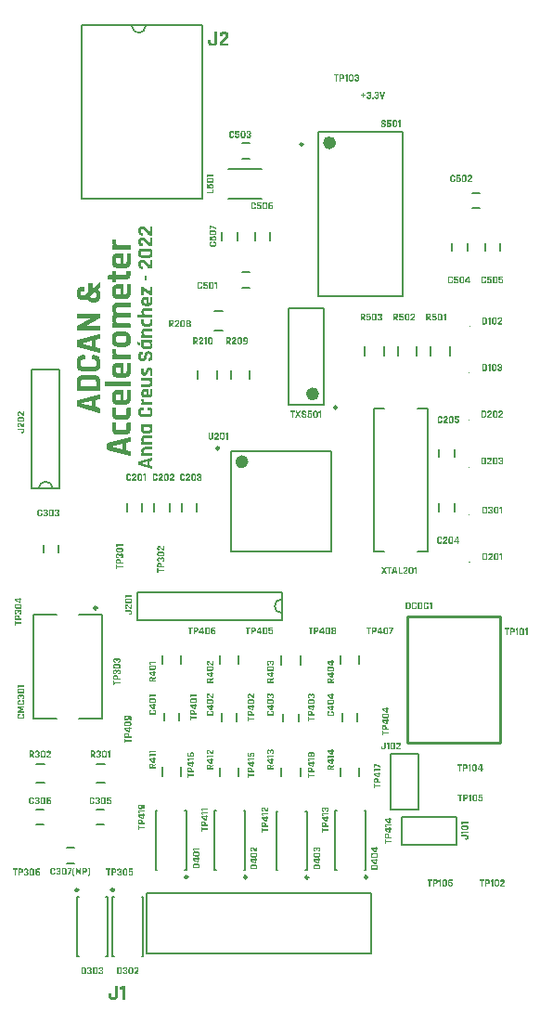
<source format=gto>
G04*
G04 #@! TF.GenerationSoftware,Altium Limited,Altium Designer,23.0.1 (38)*
G04*
G04 Layer_Color=65535*
%FSLAX44Y44*%
%MOMM*%
G71*
G04*
G04 #@! TF.SameCoordinates,056E7371-CA95-4066-80D9-C2616C4CE960*
G04*
G04*
G04 #@! TF.FilePolarity,Positive*
G04*
G01*
G75*
%ADD10C,0.6000*%
%ADD11C,0.2500*%
%ADD12C,0.2000*%
%ADD13C,0.1000*%
G36*
X111440Y751924D02*
X111579Y751831D01*
Y751785D01*
X111625Y751739D01*
X111672Y751553D01*
Y748916D01*
X111718Y748638D01*
X111811Y748314D01*
X111996Y747897D01*
X112320Y747481D01*
X112505Y747250D01*
X112782Y747111D01*
X113106Y746972D01*
X113430Y746833D01*
X113847Y746787D01*
X114310Y746740D01*
X124306D01*
X124352D01*
X124398D01*
X124630Y746648D01*
X124769Y746555D01*
X124908Y746417D01*
X124954Y746232D01*
X125000Y746000D01*
Y743084D01*
X124908Y742853D01*
X124815Y742714D01*
X124722Y742575D01*
X124537Y742529D01*
X124306Y742483D01*
X108710D01*
X108664D01*
X108617D01*
X108340Y742575D01*
X108247Y742668D01*
X108108Y742760D01*
X108062Y742946D01*
X108016Y743177D01*
Y746139D01*
X108108Y746370D01*
X108201Y746509D01*
X108293Y746648D01*
X108478Y746694D01*
X108710Y746740D01*
X109867D01*
Y746833D01*
X109821D01*
X109728Y746926D01*
X109543Y747018D01*
X109358Y747157D01*
X109127Y747296D01*
X108895Y747527D01*
X108664Y747805D01*
X108478Y748129D01*
Y748175D01*
X108386Y748314D01*
X108340Y748499D01*
X108247Y748730D01*
X108155Y749054D01*
X108108Y749378D01*
X108016Y750119D01*
Y751415D01*
X108108Y751646D01*
X108201Y751785D01*
X108293Y751878D01*
X108478Y751924D01*
X108710Y751970D01*
X111024D01*
X111070D01*
X111255D01*
X111440Y751924D01*
D02*
G37*
G36*
X118012Y739197D02*
X118151Y739105D01*
X118290Y739012D01*
X118336Y738827D01*
X118382Y738595D01*
Y730219D01*
X118428Y730080D01*
X118521Y729895D01*
X118752Y729849D01*
X119493D01*
X119539D01*
X119678D01*
X119817Y729895D01*
X120048D01*
X120557Y730034D01*
X120789Y730126D01*
X120974Y730265D01*
Y730312D01*
X121066Y730358D01*
X121113Y730450D01*
X121205Y730636D01*
X121298Y730821D01*
X121344Y731098D01*
X121437Y731422D01*
Y738642D01*
X121529Y738919D01*
X121622Y739012D01*
X121761Y739151D01*
X121946Y739197D01*
X122177Y739243D01*
X124352D01*
X124398D01*
X124537D01*
X124722Y739151D01*
X124861Y739058D01*
Y739012D01*
X124908Y738966D01*
X124954Y738781D01*
X125000Y738549D01*
Y730959D01*
X124954Y730774D01*
X124908Y730265D01*
X124815Y729710D01*
X124676Y729016D01*
X124398Y728368D01*
X124074Y727720D01*
X123612Y727118D01*
X123565Y727072D01*
X123334Y726887D01*
X123010Y726656D01*
X122594Y726424D01*
X122038Y726146D01*
X121344Y725915D01*
X120511Y725730D01*
X119586Y725684D01*
X113477D01*
X113430D01*
X113338D01*
X113245D01*
X113060Y725730D01*
X112551Y725776D01*
X111996Y725869D01*
X111348Y726054D01*
X110654Y726285D01*
X110006Y726656D01*
X109450Y727118D01*
X109404Y727165D01*
X109219Y727396D01*
X108988Y727720D01*
X108710Y728183D01*
X108478Y728738D01*
X108247Y729432D01*
X108062Y730265D01*
X108016Y731191D01*
Y734245D01*
X108108Y734708D01*
X108201Y735310D01*
X108386Y735958D01*
X108617Y736606D01*
X108988Y737253D01*
X109450Y737855D01*
X109497Y737901D01*
X109728Y738086D01*
X110006Y738318D01*
X110469Y738595D01*
X111024Y738827D01*
X111718Y739058D01*
X112551Y739243D01*
X113477Y739290D01*
X117688D01*
X117734D01*
X117781D01*
X118012Y739197D01*
D02*
G37*
G36*
X124722Y723185D02*
X124861Y723092D01*
Y723046D01*
X124908Y722953D01*
X124954Y722814D01*
X125000Y722537D01*
Y720269D01*
X124954Y720084D01*
X124908Y719621D01*
X124815Y719019D01*
X124676Y718372D01*
X124398Y717677D01*
X124074Y717029D01*
X123612Y716428D01*
X123565Y716382D01*
X123334Y716197D01*
X123056Y715965D01*
X122594Y715734D01*
X122038Y715456D01*
X121344Y715225D01*
X120557Y715040D01*
X119632Y714993D01*
X112042D01*
X111996D01*
X111857Y714947D01*
X111718Y714854D01*
X111672Y714623D01*
Y713096D01*
X111625Y712911D01*
X111579Y712726D01*
X111533D01*
X111440Y712679D01*
X111302Y712633D01*
X111024Y712587D01*
X108710D01*
X108664D01*
X108617D01*
X108340Y712679D01*
X108247Y712772D01*
X108108Y712864D01*
X108062Y713050D01*
X108016Y713281D01*
Y714669D01*
X107970Y714808D01*
X107877Y714947D01*
X107646Y714993D01*
X104499D01*
X104452D01*
X104406D01*
X104128Y715086D01*
X104036Y715178D01*
X103897Y715317D01*
X103851Y715502D01*
X103804Y715734D01*
Y718603D01*
X103897Y718881D01*
X103989Y718973D01*
X104082Y719112D01*
X104267Y719158D01*
X104499Y719205D01*
X107646D01*
X107692D01*
X107831Y719251D01*
X107970Y719390D01*
X108016Y719621D01*
Y722305D01*
X108108Y722583D01*
X108201Y722675D01*
X108293Y722814D01*
X108478Y722861D01*
X108710Y722907D01*
X111024D01*
X111070D01*
X111209D01*
X111394Y722861D01*
X111533Y722768D01*
Y722722D01*
X111579Y722629D01*
X111625Y722490D01*
X111672Y722213D01*
Y719575D01*
X111718Y719436D01*
X111811Y719251D01*
X112042Y719205D01*
X119447D01*
X119493D01*
X119632D01*
X119771Y719251D01*
X120002D01*
X120511Y719390D01*
X120742Y719529D01*
X120927Y719667D01*
Y719714D01*
X120974Y719760D01*
X121066Y719899D01*
X121113Y720038D01*
X121205Y720269D01*
X121298Y720547D01*
X121344Y720871D01*
Y722675D01*
X121437Y722907D01*
X121529Y723046D01*
X121622Y723185D01*
X121807Y723231D01*
X122038Y723277D01*
X124352D01*
X124398D01*
X124537D01*
X124722Y723185D01*
D02*
G37*
G36*
X97122Y712564D02*
X97168D01*
X97214Y712517D01*
X97261Y712425D01*
X97307Y712286D01*
Y708584D01*
X97261Y708445D01*
Y708260D01*
X97122Y707843D01*
X96844Y707519D01*
X95132Y706085D01*
X95178D01*
X95317Y705992D01*
X95502Y705900D01*
X95780Y705761D01*
X96057Y705575D01*
X96335Y705344D01*
X96566Y705067D01*
X96798Y704743D01*
Y704696D01*
X96890Y704557D01*
X96937Y704372D01*
X97029Y704048D01*
X97122Y703678D01*
X97214Y703215D01*
X97261Y702660D01*
X97307Y702058D01*
Y699791D01*
X97261Y699606D01*
X97214Y699097D01*
X97122Y698541D01*
X96983Y697847D01*
X96705Y697199D01*
X96381Y696551D01*
X95919Y695949D01*
X95872Y695903D01*
X95641Y695718D01*
X95363Y695487D01*
X94900Y695255D01*
X94345Y694978D01*
X93651Y694746D01*
X92864Y694561D01*
X91938Y694515D01*
X89995D01*
X89902D01*
X89717D01*
X89393Y694561D01*
X89023Y694607D01*
X88560Y694746D01*
X88051Y694885D01*
X87542Y695117D01*
X87079Y695394D01*
X87033Y695441D01*
X86894Y695579D01*
X86663Y695764D01*
X86385Y696042D01*
X86154Y696412D01*
X85876Y696829D01*
X85691Y697338D01*
X85552Y697893D01*
X85459Y697847D01*
X85274Y697708D01*
X84904Y697477D01*
X84441Y697245D01*
X83886Y697014D01*
X83192Y696783D01*
X82451Y696644D01*
X81665Y696597D01*
X81294D01*
X81248D01*
X81202D01*
X81063D01*
X80878Y696644D01*
X80415Y696690D01*
X79860Y696783D01*
X79212Y696968D01*
X78564Y697245D01*
X77916Y697616D01*
X77361Y698125D01*
X77314Y698217D01*
X77129Y698402D01*
X76898Y698773D01*
X76620Y699235D01*
X76389Y699837D01*
X76157Y700531D01*
X75972Y701364D01*
X75926Y702336D01*
Y703863D01*
X76019Y704372D01*
X76111Y704928D01*
X76250Y705622D01*
X76528Y706270D01*
X76852Y706918D01*
X77314Y707519D01*
X77361Y707566D01*
X77592Y707751D01*
X77870Y707982D01*
X78333Y708260D01*
X78888Y708491D01*
X79582Y708723D01*
X80369Y708908D01*
X81294Y708954D01*
X82451D01*
X82498D01*
X82544D01*
X82775Y708861D01*
X82914Y708769D01*
X83053Y708676D01*
X83099Y708491D01*
X83146Y708260D01*
Y705298D01*
X83053Y705067D01*
X82960Y704928D01*
X82868Y704789D01*
X82683Y704743D01*
X82451Y704696D01*
X81387D01*
X81341D01*
X81202D01*
X81017D01*
X80785Y704650D01*
X80323Y704511D01*
X80091Y704419D01*
X79906Y704280D01*
X79813Y704187D01*
X79675Y704002D01*
X79536Y703586D01*
X79443Y703354D01*
Y702429D01*
X79489Y702243D01*
X79628Y701781D01*
X79906Y701364D01*
X79999Y701318D01*
X80091Y701225D01*
X80230Y701179D01*
X80461Y701087D01*
X80693Y700994D01*
X81017Y700948D01*
X81387D01*
X81803D01*
X81850D01*
X82035Y700994D01*
X82312Y701040D01*
X82636Y701133D01*
X83099Y701318D01*
X83608Y701596D01*
X84164Y701919D01*
X84765Y702429D01*
X86570Y703956D01*
Y711453D01*
X86663Y711731D01*
X86755Y711823D01*
X86894Y711962D01*
X87079Y712008D01*
X87311Y712055D01*
X89578D01*
X89625D01*
X89671D01*
X89902Y711962D01*
X90041Y711869D01*
X90180Y711777D01*
X90226Y711592D01*
X90273Y711360D01*
Y707056D01*
X96751Y712471D01*
X96798Y712517D01*
X96844Y712564D01*
X96983Y712610D01*
X97122Y712564D01*
D02*
G37*
G36*
X118012Y710967D02*
X118151Y710874D01*
X118290Y710782D01*
X118336Y710597D01*
X118382Y710365D01*
Y701989D01*
X118428Y701850D01*
X118521Y701665D01*
X118752Y701619D01*
X119493D01*
X119539D01*
X119678D01*
X119817Y701665D01*
X120048D01*
X120557Y701804D01*
X120789Y701896D01*
X120974Y702035D01*
Y702082D01*
X121066Y702128D01*
X121113Y702220D01*
X121205Y702405D01*
X121298Y702590D01*
X121344Y702868D01*
X121437Y703192D01*
Y710412D01*
X121529Y710689D01*
X121622Y710782D01*
X121761Y710921D01*
X121946Y710967D01*
X122177Y711013D01*
X124352D01*
X124398D01*
X124537D01*
X124722Y710921D01*
X124861Y710828D01*
Y710782D01*
X124908Y710736D01*
X124954Y710551D01*
X125000Y710319D01*
Y702729D01*
X124954Y702544D01*
X124908Y702035D01*
X124815Y701480D01*
X124676Y700786D01*
X124398Y700138D01*
X124074Y699490D01*
X123612Y698888D01*
X123565Y698842D01*
X123334Y698657D01*
X123010Y698426D01*
X122594Y698194D01*
X122038Y697916D01*
X121344Y697685D01*
X120511Y697500D01*
X119586Y697454D01*
X113477D01*
X113430D01*
X113338D01*
X113245D01*
X113060Y697500D01*
X112551Y697546D01*
X111996Y697639D01*
X111348Y697824D01*
X110654Y698055D01*
X110006Y698426D01*
X109450Y698888D01*
X109404Y698934D01*
X109219Y699166D01*
X108988Y699490D01*
X108710Y699953D01*
X108478Y700508D01*
X108247Y701202D01*
X108062Y702035D01*
X108016Y702961D01*
Y706015D01*
X108108Y706478D01*
X108201Y707080D01*
X108386Y707728D01*
X108617Y708375D01*
X108988Y709023D01*
X109450Y709625D01*
X109497Y709671D01*
X109728Y709856D01*
X110006Y710088D01*
X110469Y710365D01*
X111024Y710597D01*
X111718Y710828D01*
X112551Y711013D01*
X113477Y711060D01*
X117688D01*
X117734D01*
X117781D01*
X118012Y710967D01*
D02*
G37*
G36*
X124630Y694121D02*
X124769Y694029D01*
X124908Y693936D01*
X124954Y693751D01*
X125000Y693520D01*
Y690604D01*
X124908Y690373D01*
X124815Y690234D01*
X124722Y690095D01*
X124537Y690049D01*
X124306Y690003D01*
X113662D01*
X113616D01*
X113477D01*
X113292D01*
X113060Y689956D01*
X112551Y689818D01*
X112320Y689679D01*
X112135Y689540D01*
X112042Y689447D01*
X111996Y689355D01*
X111903Y689216D01*
X111811Y688985D01*
X111764Y688753D01*
X111672Y688429D01*
Y687133D01*
X111718Y686856D01*
X111811Y686486D01*
X111996Y686069D01*
X112320Y685652D01*
X112782Y685282D01*
X113060Y685143D01*
X113384Y685005D01*
X113801Y684958D01*
X114263Y684912D01*
X124306D01*
X124352D01*
X124398D01*
X124630Y684819D01*
X124769Y684727D01*
X124908Y684634D01*
X124954Y684449D01*
X125000Y684218D01*
Y681302D01*
X124908Y681071D01*
X124815Y680932D01*
X124722Y680793D01*
X124537Y680747D01*
X124306Y680701D01*
X113662D01*
X113616D01*
X113477D01*
X113292D01*
X113060Y680654D01*
X112551Y680516D01*
X112320Y680377D01*
X112135Y680238D01*
X112042Y680145D01*
X111996Y680053D01*
X111903Y679914D01*
X111811Y679682D01*
X111764Y679451D01*
X111672Y679127D01*
Y677600D01*
X111718Y677322D01*
X111811Y676998D01*
X111996Y676582D01*
X112273Y676165D01*
X112736Y675795D01*
X113014Y675656D01*
X113384Y675517D01*
X113754Y675471D01*
X114217Y675425D01*
X124306D01*
X124352D01*
X124398D01*
X124630Y675332D01*
X124769Y675240D01*
X124908Y675101D01*
X124954Y674916D01*
X125000Y674684D01*
Y671769D01*
X124908Y671537D01*
X124815Y671399D01*
X124722Y671260D01*
X124537Y671214D01*
X124306Y671167D01*
X108710D01*
X108664D01*
X108617D01*
X108340Y671260D01*
X108247Y671352D01*
X108108Y671445D01*
X108062Y671630D01*
X108016Y671861D01*
Y674823D01*
X108108Y675055D01*
X108201Y675193D01*
X108293Y675332D01*
X108478Y675379D01*
X108710Y675425D01*
X109821D01*
Y675517D01*
X109774D01*
X109682Y675610D01*
X109543Y675703D01*
X109358Y675841D01*
X108941Y676258D01*
X108710Y676536D01*
X108525Y676860D01*
X108478Y676906D01*
X108432Y677045D01*
X108340Y677230D01*
X108247Y677507D01*
X108155Y677831D01*
X108108Y678202D01*
X108016Y678618D01*
Y680284D01*
X108062Y680469D01*
X108108Y680978D01*
X108293Y681626D01*
X108525Y682320D01*
X108895Y683015D01*
X109450Y683616D01*
X109774Y683940D01*
X110145Y684172D01*
X110098D01*
X110052Y684218D01*
X109821Y684403D01*
X109450Y684681D01*
X109080Y685097D01*
X108710Y685606D01*
X108340Y686300D01*
X108108Y687087D01*
X108016Y687550D01*
Y689447D01*
X108108Y689910D01*
X108201Y690465D01*
X108386Y691067D01*
X108617Y691715D01*
X108988Y692317D01*
X109450Y692872D01*
X109497Y692918D01*
X109728Y693103D01*
X110006Y693288D01*
X110469Y693566D01*
X111024Y693798D01*
X111718Y694029D01*
X112551Y694168D01*
X113477Y694214D01*
X124306D01*
X124352D01*
X124398D01*
X124630Y694121D01*
D02*
G37*
G36*
X96937Y683686D02*
X97075Y683593D01*
X97214Y683501D01*
X97261Y683315D01*
X97307Y683084D01*
Y680492D01*
X97214Y680215D01*
X97029Y679891D01*
X96890Y679706D01*
X96659Y679567D01*
X84256Y672903D01*
Y672764D01*
X96613D01*
X96659D01*
X96705D01*
X96937Y672671D01*
X97075Y672579D01*
X97214Y672486D01*
X97261Y672301D01*
X97307Y672070D01*
Y669200D01*
X97214Y668969D01*
X97122Y668830D01*
X97029Y668691D01*
X96844Y668645D01*
X96613Y668599D01*
X76620D01*
X76574D01*
X76528D01*
X76250Y668691D01*
X76157Y668784D01*
X76019Y668876D01*
X75972Y669062D01*
X75926Y669293D01*
Y671931D01*
X75972Y672208D01*
X76111Y672533D01*
X76250Y672671D01*
X76389Y672764D01*
X88977Y679474D01*
Y679613D01*
X76620D01*
X76574D01*
X76528D01*
X76250Y679706D01*
X76157Y679798D01*
X76019Y679891D01*
X75972Y680076D01*
X75926Y680307D01*
Y683177D01*
X76019Y683454D01*
X76111Y683547D01*
X76204Y683686D01*
X76389Y683732D01*
X76620Y683778D01*
X96613D01*
X96659D01*
X96705D01*
X96937Y683686D01*
D02*
G37*
G36*
X120465Y667789D02*
X121066Y667696D01*
X121714Y667511D01*
X122362Y667280D01*
X123010Y666910D01*
X123612Y666401D01*
X123658Y666354D01*
X123843Y666123D01*
X124028Y665799D01*
X124306Y665382D01*
X124537Y664781D01*
X124769Y664087D01*
X124954Y663300D01*
X125000Y662374D01*
Y659181D01*
X124954Y658996D01*
X124908Y658487D01*
X124815Y657932D01*
X124676Y657237D01*
X124398Y656589D01*
X124074Y655941D01*
X123612Y655340D01*
X123565Y655294D01*
X123334Y655108D01*
X123010Y654877D01*
X122594Y654646D01*
X122038Y654368D01*
X121344Y654137D01*
X120511Y653951D01*
X119586Y653905D01*
X113477D01*
X113430D01*
X113338D01*
X113245D01*
X113060Y653951D01*
X112551Y653998D01*
X111996Y654090D01*
X111348Y654276D01*
X110654Y654507D01*
X110006Y654877D01*
X109450Y655340D01*
X109404Y655386D01*
X109219Y655618D01*
X108988Y655941D01*
X108710Y656404D01*
X108478Y656960D01*
X108247Y657654D01*
X108062Y658487D01*
X108016Y659412D01*
Y662791D01*
X108108Y663254D01*
X108201Y663855D01*
X108386Y664503D01*
X108617Y665151D01*
X108988Y665799D01*
X109450Y666401D01*
X109497Y666447D01*
X109728Y666632D01*
X110006Y666863D01*
X110469Y667141D01*
X111024Y667419D01*
X111718Y667650D01*
X112551Y667835D01*
X113477Y667881D01*
X119586D01*
X119632D01*
X119678D01*
X119817D01*
X120002D01*
X120465Y667789D01*
D02*
G37*
G36*
X97075Y665637D02*
X97214Y665591D01*
X97261Y665452D01*
X97307Y665267D01*
Y661888D01*
X97261Y661703D01*
X97168Y661564D01*
X97122D01*
X97029Y661472D01*
X96890Y661426D01*
X96613Y661333D01*
X92957Y660407D01*
Y653928D01*
X96613Y653003D01*
X96659D01*
X96844Y652956D01*
X97029Y652864D01*
X97168Y652771D01*
Y652725D01*
X97214Y652679D01*
X97261Y652540D01*
X97307Y652309D01*
Y648977D01*
X97214Y648791D01*
X97122Y648699D01*
X97029Y648653D01*
X96844D01*
X96613Y648699D01*
X76620Y653975D01*
X76574D01*
X76528Y654021D01*
X76250Y654206D01*
X76019Y654484D01*
X75972Y654715D01*
X75926Y654947D01*
Y659528D01*
X76019Y659852D01*
X76111Y659991D01*
X76204Y660176D01*
X76389Y660315D01*
X76620Y660407D01*
X96613Y665637D01*
X96659D01*
X96705Y665683D01*
X96937D01*
X97075Y665637D01*
D02*
G37*
G36*
X111440Y652054D02*
X111579Y651962D01*
Y651915D01*
X111625Y651869D01*
X111672Y651684D01*
Y649046D01*
X111718Y648768D01*
X111811Y648444D01*
X111996Y648028D01*
X112320Y647611D01*
X112505Y647380D01*
X112782Y647241D01*
X113106Y647102D01*
X113430Y646963D01*
X113847Y646917D01*
X114310Y646871D01*
X124306D01*
X124352D01*
X124398D01*
X124630Y646778D01*
X124769Y646686D01*
X124908Y646547D01*
X124954Y646362D01*
X125000Y646130D01*
Y643215D01*
X124908Y642983D01*
X124815Y642845D01*
X124722Y642706D01*
X124537Y642660D01*
X124306Y642613D01*
X108710D01*
X108664D01*
X108617D01*
X108340Y642706D01*
X108247Y642798D01*
X108108Y642891D01*
X108062Y643076D01*
X108016Y643307D01*
Y646269D01*
X108108Y646501D01*
X108201Y646639D01*
X108293Y646778D01*
X108478Y646825D01*
X108710Y646871D01*
X109867D01*
Y646963D01*
X109821D01*
X109728Y647056D01*
X109543Y647149D01*
X109358Y647287D01*
X109127Y647426D01*
X108895Y647658D01*
X108664Y647935D01*
X108478Y648259D01*
Y648306D01*
X108386Y648444D01*
X108340Y648630D01*
X108247Y648861D01*
X108155Y649185D01*
X108108Y649509D01*
X108016Y650249D01*
Y651545D01*
X108108Y651776D01*
X108201Y651915D01*
X108293Y652008D01*
X108478Y652054D01*
X108710Y652100D01*
X111024D01*
X111070D01*
X111255D01*
X111440Y652054D01*
D02*
G37*
G36*
X92772Y646339D02*
X93373Y646246D01*
X94021Y646061D01*
X94669Y645830D01*
X95317Y645459D01*
X95919Y644997D01*
X95965Y644950D01*
X96150Y644719D01*
X96335Y644395D01*
X96613Y643932D01*
X96844Y643377D01*
X97075Y642683D01*
X97261Y641850D01*
X97307Y640924D01*
Y637083D01*
X97261Y636898D01*
X97214Y636389D01*
X97122Y635833D01*
X96983Y635139D01*
X96705Y634491D01*
X96381Y633843D01*
X95919Y633242D01*
X95872Y633195D01*
X95641Y633010D01*
X95317Y632779D01*
X94900Y632548D01*
X94345Y632270D01*
X93651Y632038D01*
X92818Y631853D01*
X91892Y631807D01*
X81341D01*
X81294D01*
X81202D01*
X81109D01*
X80924Y631853D01*
X80415Y631900D01*
X79860Y631992D01*
X79212Y632177D01*
X78518Y632409D01*
X77870Y632779D01*
X77314Y633242D01*
X77268Y633288D01*
X77083Y633519D01*
X76852Y633843D01*
X76620Y634306D01*
X76343Y634861D01*
X76157Y635556D01*
X75972Y636389D01*
X75926Y637314D01*
Y641341D01*
X76019Y641850D01*
X76111Y642405D01*
X76296Y643099D01*
X76528Y643747D01*
X76898Y644395D01*
X77361Y644997D01*
X77407Y645043D01*
X77638Y645228D01*
X77916Y645459D01*
X78379Y645737D01*
X78934Y645968D01*
X79628Y646200D01*
X80415Y646385D01*
X81341Y646431D01*
X82914D01*
X82960D01*
X83007D01*
X83284Y646339D01*
X83423Y646246D01*
X83516Y646107D01*
X83608Y645922D01*
X83655Y645691D01*
Y642822D01*
X83562Y642590D01*
X83469Y642451D01*
X83331Y642312D01*
X83146Y642266D01*
X82914Y642220D01*
X81526D01*
X81480D01*
X81341D01*
X81156D01*
X80924Y642174D01*
X80461Y642035D01*
X80230Y641896D01*
X80045Y641757D01*
X79952Y641665D01*
X79906Y641572D01*
X79813Y641387D01*
X79721Y641202D01*
X79675Y640924D01*
X79582Y640600D01*
Y637638D01*
X79628Y637407D01*
X79767Y636898D01*
X79906Y636666D01*
X80045Y636481D01*
X80137Y636435D01*
X80230Y636342D01*
X80369Y636296D01*
X80600Y636204D01*
X80832Y636111D01*
X81156Y636065D01*
X81526D01*
X91707D01*
X91753D01*
X91892D01*
X92077Y636111D01*
X92309D01*
X92818Y636250D01*
X93049Y636342D01*
X93234Y636481D01*
X93281Y636574D01*
X93373Y636666D01*
X93419Y636852D01*
X93512Y637037D01*
X93604Y637314D01*
X93651Y637592D01*
Y640415D01*
X93604Y640600D01*
Y640832D01*
X93466Y641341D01*
X93373Y641572D01*
X93234Y641757D01*
X93188D01*
X93142Y641850D01*
X93049Y641896D01*
X92864Y641989D01*
X92679Y642081D01*
X92401Y642127D01*
X92077Y642220D01*
X91707D01*
X90319D01*
X90273D01*
X90180D01*
X89949Y642312D01*
X89810Y642405D01*
X89671Y642497D01*
X89625Y642683D01*
X89578Y642914D01*
Y645830D01*
X89671Y646061D01*
X89763Y646200D01*
X89902Y646339D01*
X90087Y646385D01*
X90319Y646431D01*
X91892D01*
X91938D01*
X91985D01*
X92124D01*
X92309D01*
X92772Y646339D01*
D02*
G37*
G36*
X118012Y639327D02*
X118151Y639235D01*
X118290Y639142D01*
X118336Y638957D01*
X118382Y638726D01*
Y630349D01*
X118428Y630210D01*
X118521Y630025D01*
X118752Y629979D01*
X119493D01*
X119539D01*
X119678D01*
X119817Y630025D01*
X120048D01*
X120557Y630164D01*
X120789Y630257D01*
X120974Y630396D01*
Y630442D01*
X121066Y630488D01*
X121113Y630581D01*
X121205Y630766D01*
X121298Y630951D01*
X121344Y631229D01*
X121437Y631553D01*
Y638772D01*
X121529Y639050D01*
X121622Y639142D01*
X121761Y639281D01*
X121946Y639327D01*
X122177Y639374D01*
X124352D01*
X124398D01*
X124537D01*
X124722Y639281D01*
X124861Y639189D01*
Y639142D01*
X124908Y639096D01*
X124954Y638911D01*
X125000Y638680D01*
Y631090D01*
X124954Y630905D01*
X124908Y630396D01*
X124815Y629840D01*
X124676Y629146D01*
X124398Y628498D01*
X124074Y627850D01*
X123612Y627249D01*
X123565Y627202D01*
X123334Y627017D01*
X123010Y626786D01*
X122594Y626554D01*
X122038Y626277D01*
X121344Y626045D01*
X120511Y625860D01*
X119586Y625814D01*
X113477D01*
X113430D01*
X113338D01*
X113245D01*
X113060Y625860D01*
X112551Y625907D01*
X111996Y625999D01*
X111348Y626184D01*
X110654Y626416D01*
X110006Y626786D01*
X109450Y627249D01*
X109404Y627295D01*
X109219Y627526D01*
X108988Y627850D01*
X108710Y628313D01*
X108478Y628868D01*
X108247Y629563D01*
X108062Y630396D01*
X108016Y631321D01*
Y634376D01*
X108108Y634838D01*
X108201Y635440D01*
X108386Y636088D01*
X108617Y636736D01*
X108988Y637384D01*
X109450Y637985D01*
X109497Y638032D01*
X109728Y638217D01*
X110006Y638448D01*
X110469Y638726D01*
X111024Y638957D01*
X111718Y639189D01*
X112551Y639374D01*
X113477Y639420D01*
X117688D01*
X117734D01*
X117781D01*
X118012Y639327D01*
D02*
G37*
G36*
X124630Y622204D02*
X124769Y622112D01*
X124908Y622019D01*
X124954Y621834D01*
X125000Y621603D01*
Y618687D01*
X124908Y618456D01*
X124815Y618317D01*
X124722Y618178D01*
X124537Y618132D01*
X124306Y618086D01*
X102277D01*
X102231D01*
X102185D01*
X101907Y618178D01*
X101814Y618271D01*
X101676Y618363D01*
X101629Y618548D01*
X101583Y618780D01*
Y621695D01*
X101676Y621973D01*
X101768Y622065D01*
X101861Y622204D01*
X102046Y622251D01*
X102277Y622297D01*
X124306D01*
X124352D01*
X124398D01*
X124630Y622204D01*
D02*
G37*
G36*
X92772Y628059D02*
X93373Y627966D01*
X94021Y627781D01*
X94669Y627550D01*
X95317Y627179D01*
X95919Y626670D01*
X95965Y626624D01*
X96150Y626393D01*
X96335Y626068D01*
X96613Y625652D01*
X96844Y625050D01*
X97075Y624356D01*
X97261Y623569D01*
X97307Y622644D01*
Y614314D01*
X97214Y614082D01*
X97122Y613943D01*
X97029Y613805D01*
X96844Y613758D01*
X96613Y613712D01*
X76620D01*
X76574D01*
X76528D01*
X76250Y613805D01*
X76157Y613897D01*
X76019Y613990D01*
X75972Y614175D01*
X75926Y614406D01*
Y623060D01*
X76019Y623523D01*
X76111Y624125D01*
X76296Y624773D01*
X76528Y625421D01*
X76898Y626068D01*
X77361Y626670D01*
X77407Y626716D01*
X77638Y626902D01*
X77916Y627133D01*
X78379Y627411D01*
X78934Y627688D01*
X79628Y627920D01*
X80415Y628105D01*
X81341Y628151D01*
X91892D01*
X91938D01*
X91985D01*
X92124D01*
X92309D01*
X92772Y628059D01*
D02*
G37*
G36*
X118012Y614614D02*
X118151Y614522D01*
X118290Y614429D01*
X118336Y614244D01*
X118382Y614013D01*
Y605636D01*
X118428Y605498D01*
X118521Y605312D01*
X118752Y605266D01*
X119493D01*
X119539D01*
X119678D01*
X119817Y605312D01*
X120048D01*
X120557Y605451D01*
X120789Y605544D01*
X120974Y605683D01*
Y605729D01*
X121066Y605775D01*
X121113Y605868D01*
X121205Y606053D01*
X121298Y606238D01*
X121344Y606516D01*
X121437Y606840D01*
Y614059D01*
X121529Y614337D01*
X121622Y614429D01*
X121761Y614568D01*
X121946Y614614D01*
X122177Y614661D01*
X124352D01*
X124398D01*
X124537D01*
X124722Y614568D01*
X124861Y614476D01*
Y614429D01*
X124908Y614383D01*
X124954Y614198D01*
X125000Y613967D01*
Y606377D01*
X124954Y606192D01*
X124908Y605683D01*
X124815Y605127D01*
X124676Y604433D01*
X124398Y603785D01*
X124074Y603137D01*
X123612Y602536D01*
X123565Y602490D01*
X123334Y602304D01*
X123010Y602073D01*
X122594Y601842D01*
X122038Y601564D01*
X121344Y601333D01*
X120511Y601147D01*
X119586Y601101D01*
X113477D01*
X113430D01*
X113338D01*
X113245D01*
X113060Y601147D01*
X112551Y601194D01*
X111996Y601286D01*
X111348Y601471D01*
X110654Y601703D01*
X110006Y602073D01*
X109450Y602536D01*
X109404Y602582D01*
X109219Y602813D01*
X108988Y603137D01*
X108710Y603600D01*
X108478Y604156D01*
X108247Y604850D01*
X108062Y605683D01*
X108016Y606608D01*
Y609663D01*
X108108Y610126D01*
X108201Y610727D01*
X108386Y611375D01*
X108617Y612023D01*
X108988Y612671D01*
X109450Y613273D01*
X109497Y613319D01*
X109728Y613504D01*
X110006Y613735D01*
X110469Y614013D01*
X111024Y614244D01*
X111718Y614476D01*
X112551Y614661D01*
X113477Y614707D01*
X117688D01*
X117734D01*
X117781D01*
X118012Y614614D01*
D02*
G37*
G36*
X97075Y610750D02*
X97214Y610704D01*
X97261Y610565D01*
X97307Y610380D01*
Y607002D01*
X97261Y606817D01*
X97168Y606678D01*
X97122D01*
X97029Y606585D01*
X96890Y606539D01*
X96613Y606446D01*
X92957Y605521D01*
Y599042D01*
X96613Y598116D01*
X96659D01*
X96844Y598070D01*
X97029Y597977D01*
X97168Y597885D01*
Y597839D01*
X97214Y597792D01*
X97261Y597653D01*
X97307Y597422D01*
Y594090D01*
X97214Y593905D01*
X97122Y593812D01*
X97029Y593766D01*
X96844D01*
X96613Y593812D01*
X76620Y599088D01*
X76574D01*
X76528Y599134D01*
X76250Y599319D01*
X76019Y599597D01*
X75972Y599828D01*
X75926Y600060D01*
Y604641D01*
X76019Y604965D01*
X76111Y605104D01*
X76204Y605289D01*
X76389Y605428D01*
X76620Y605521D01*
X96613Y610750D01*
X96659D01*
X96705Y610797D01*
X96937D01*
X97075Y610750D01*
D02*
G37*
G36*
X124722Y598509D02*
X124861Y598417D01*
Y598371D01*
X124908Y598278D01*
X124954Y598139D01*
X125000Y597862D01*
Y592678D01*
X124954Y592493D01*
X124908Y591984D01*
X124815Y591429D01*
X124676Y590735D01*
X124398Y590087D01*
X124074Y589439D01*
X123612Y588837D01*
X123565Y588791D01*
X123334Y588606D01*
X123010Y588374D01*
X122594Y588143D01*
X122038Y587865D01*
X121344Y587634D01*
X120511Y587449D01*
X119586Y587403D01*
X113477D01*
X113430D01*
X113338D01*
X113245D01*
X113060Y587449D01*
X112551Y587495D01*
X111996Y587588D01*
X111348Y587773D01*
X110654Y588004D01*
X110006Y588374D01*
X109450Y588837D01*
X109404Y588884D01*
X109219Y589115D01*
X108988Y589439D01*
X108710Y589902D01*
X108478Y590457D01*
X108247Y591151D01*
X108062Y591984D01*
X108016Y592910D01*
Y597954D01*
X108108Y598232D01*
X108201Y598324D01*
X108293Y598463D01*
X108478Y598509D01*
X108710Y598556D01*
X111024D01*
X111070D01*
X111209D01*
X111394Y598509D01*
X111533Y598417D01*
Y598371D01*
X111579Y598278D01*
X111625Y598139D01*
X111672Y597862D01*
Y593234D01*
X111718Y593002D01*
X111857Y592493D01*
X111996Y592262D01*
X112135Y592077D01*
X112227Y591984D01*
X112320Y591938D01*
X112505Y591845D01*
X112690Y591753D01*
X112968Y591707D01*
X113292Y591614D01*
X113662D01*
X119400D01*
X119447D01*
X119586D01*
X119771Y591660D01*
X120002D01*
X120511Y591799D01*
X120742Y591938D01*
X120927Y592077D01*
X120974Y592169D01*
X121066Y592262D01*
X121113Y592447D01*
X121205Y592632D01*
X121298Y592910D01*
X121344Y593187D01*
Y597954D01*
X121437Y598232D01*
X121529Y598324D01*
X121622Y598463D01*
X121807Y598509D01*
X122038Y598556D01*
X124352D01*
X124398D01*
X124537D01*
X124722Y598509D01*
D02*
G37*
G36*
Y584811D02*
X124861Y584718D01*
Y584672D01*
X124908Y584580D01*
X124954Y584441D01*
X125000Y584163D01*
Y578980D01*
X124954Y578795D01*
X124908Y578286D01*
X124815Y577730D01*
X124676Y577036D01*
X124398Y576388D01*
X124074Y575740D01*
X123612Y575139D01*
X123565Y575092D01*
X123334Y574907D01*
X123010Y574676D01*
X122594Y574445D01*
X122038Y574167D01*
X121344Y573936D01*
X120511Y573750D01*
X119586Y573704D01*
X113477D01*
X113430D01*
X113338D01*
X113245D01*
X113060Y573750D01*
X112551Y573797D01*
X111996Y573889D01*
X111348Y574074D01*
X110654Y574306D01*
X110006Y574676D01*
X109450Y575139D01*
X109404Y575185D01*
X109219Y575416D01*
X108988Y575740D01*
X108710Y576203D01*
X108478Y576758D01*
X108247Y577453D01*
X108062Y578286D01*
X108016Y579211D01*
Y584256D01*
X108108Y584533D01*
X108201Y584626D01*
X108293Y584765D01*
X108478Y584811D01*
X108710Y584857D01*
X111024D01*
X111070D01*
X111209D01*
X111394Y584811D01*
X111533Y584718D01*
Y584672D01*
X111579Y584580D01*
X111625Y584441D01*
X111672Y584163D01*
Y579535D01*
X111718Y579304D01*
X111857Y578795D01*
X111996Y578563D01*
X112135Y578378D01*
X112227Y578286D01*
X112320Y578239D01*
X112505Y578147D01*
X112690Y578054D01*
X112968Y578008D01*
X113292Y577915D01*
X113662D01*
X119400D01*
X119447D01*
X119586D01*
X119771Y577962D01*
X120002D01*
X120511Y578101D01*
X120742Y578239D01*
X120927Y578378D01*
X120974Y578471D01*
X121066Y578563D01*
X121113Y578749D01*
X121205Y578934D01*
X121298Y579211D01*
X121344Y579489D01*
Y584256D01*
X121437Y584533D01*
X121529Y584626D01*
X121622Y584765D01*
X121807Y584811D01*
X122038Y584857D01*
X124352D01*
X124398D01*
X124537D01*
X124722Y584811D01*
D02*
G37*
G36*
X124769Y571390D02*
X124908Y571344D01*
X124954Y571205D01*
X125000Y571020D01*
Y567642D01*
X124954Y567456D01*
X124861Y567318D01*
X124815D01*
X124722Y567225D01*
X124584Y567179D01*
X124306Y567086D01*
X120650Y566161D01*
Y559682D01*
X124306Y558756D01*
X124352D01*
X124537Y558710D01*
X124722Y558617D01*
X124861Y558525D01*
Y558478D01*
X124908Y558432D01*
X124954Y558293D01*
X125000Y558062D01*
Y554730D01*
X124908Y554545D01*
X124815Y554452D01*
X124722Y554406D01*
X124537D01*
X124306Y554452D01*
X104313Y559728D01*
X104267D01*
X104221Y559774D01*
X103943Y559959D01*
X103712Y560237D01*
X103666Y560468D01*
X103619Y560700D01*
Y565281D01*
X103712Y565605D01*
X103804Y565744D01*
X103897Y565929D01*
X104082Y566068D01*
X104313Y566161D01*
X124306Y571390D01*
X124352D01*
X124398Y571436D01*
X124630D01*
X124769Y571390D01*
D02*
G37*
G36*
X144778Y763543D02*
X144861Y763487D01*
X144944Y763432D01*
X144972Y763321D01*
X145000Y763182D01*
Y755908D01*
X144944Y755769D01*
X144889Y755686D01*
X144833Y755603D01*
X144722Y755575D01*
X144584Y755547D01*
X142696D01*
X142640D01*
X142501Y755575D01*
X142279Y755603D01*
X142029Y755686D01*
X141724Y755797D01*
X141391Y755964D01*
X141058Y756213D01*
X140752Y756547D01*
X137643Y760211D01*
X137615Y760239D01*
X137504Y760350D01*
X137365Y760489D01*
X137171Y760683D01*
X136921Y760850D01*
X136644Y760988D01*
X136338Y761100D01*
X136033Y761127D01*
X135450D01*
X135422D01*
X135339D01*
X135228Y761100D01*
X135089D01*
X134811Y760988D01*
X134672Y760933D01*
X134561Y760822D01*
X134506Y760766D01*
X134478Y760711D01*
X134423Y760600D01*
X134367Y760461D01*
X134339Y760294D01*
X134284Y760100D01*
Y758962D01*
X134312Y758823D01*
X134395Y758518D01*
X134478Y758379D01*
X134561Y758268D01*
X134617Y758240D01*
X134672Y758185D01*
X134756Y758157D01*
X134895Y758101D01*
X135033Y758046D01*
X135228Y758018D01*
X135450D01*
X136088D01*
X136116D01*
X136144D01*
X136283Y757962D01*
X136366Y757907D01*
X136449Y757851D01*
X136477Y757740D01*
X136505Y757602D01*
Y755853D01*
X136449Y755686D01*
X136394Y755603D01*
X136338Y755547D01*
X136227Y755492D01*
X136088Y755464D01*
X135394D01*
X135366D01*
X135339D01*
X135255D01*
X135144Y755492D01*
X134867Y755519D01*
X134506Y755575D01*
X134117Y755686D01*
X133729Y755825D01*
X133340Y756047D01*
X133007Y756324D01*
X132979Y756352D01*
X132868Y756491D01*
X132729Y756685D01*
X132590Y756963D01*
X132424Y757296D01*
X132313Y757713D01*
X132202Y758212D01*
X132174Y758768D01*
Y760544D01*
X132229Y760850D01*
X132285Y761183D01*
X132368Y761599D01*
X132535Y761988D01*
X132729Y762377D01*
X133007Y762738D01*
X133034Y762765D01*
X133173Y762876D01*
X133340Y763015D01*
X133617Y763182D01*
X133951Y763321D01*
X134367Y763459D01*
X134839Y763570D01*
X135394Y763598D01*
X136199D01*
X136227D01*
X136255D01*
X136338D01*
X136449Y763570D01*
X136755Y763543D01*
X137115Y763459D01*
X137504Y763321D01*
X137948Y763099D01*
X138365Y762793D01*
X138587Y762626D01*
X138781Y762404D01*
X141974Y758629D01*
X142002Y758601D01*
X142113Y758518D01*
X142279Y758434D01*
X142446Y758407D01*
X142779D01*
Y763237D01*
X142835Y763404D01*
X142890Y763459D01*
X142946Y763543D01*
X143057Y763570D01*
X143195Y763598D01*
X144584D01*
X144611D01*
X144639D01*
X144778Y763543D01*
D02*
G37*
G36*
Y753687D02*
X144861Y753632D01*
X144944Y753576D01*
X144972Y753465D01*
X145000Y753326D01*
Y746052D01*
X144944Y745914D01*
X144889Y745830D01*
X144833Y745747D01*
X144722Y745719D01*
X144584Y745692D01*
X142696D01*
X142640D01*
X142501Y745719D01*
X142279Y745747D01*
X142029Y745830D01*
X141724Y745941D01*
X141391Y746108D01*
X141058Y746358D01*
X140752Y746691D01*
X137643Y750356D01*
X137615Y750383D01*
X137504Y750494D01*
X137365Y750633D01*
X137171Y750828D01*
X136921Y750994D01*
X136644Y751133D01*
X136338Y751244D01*
X136033Y751272D01*
X135450D01*
X135422D01*
X135339D01*
X135228Y751244D01*
X135089D01*
X134811Y751133D01*
X134672Y751077D01*
X134561Y750966D01*
X134506Y750911D01*
X134478Y750855D01*
X134423Y750744D01*
X134367Y750605D01*
X134339Y750439D01*
X134284Y750245D01*
Y749106D01*
X134312Y748968D01*
X134395Y748662D01*
X134478Y748523D01*
X134561Y748412D01*
X134617Y748384D01*
X134672Y748329D01*
X134756Y748301D01*
X134895Y748246D01*
X135033Y748190D01*
X135228Y748162D01*
X135450D01*
X136088D01*
X136116D01*
X136144D01*
X136283Y748107D01*
X136366Y748051D01*
X136449Y747996D01*
X136477Y747885D01*
X136505Y747746D01*
Y745997D01*
X136449Y745830D01*
X136394Y745747D01*
X136338Y745692D01*
X136227Y745636D01*
X136088Y745608D01*
X135394D01*
X135366D01*
X135339D01*
X135255D01*
X135144Y745636D01*
X134867Y745664D01*
X134506Y745719D01*
X134117Y745830D01*
X133729Y745969D01*
X133340Y746191D01*
X133007Y746469D01*
X132979Y746497D01*
X132868Y746636D01*
X132729Y746830D01*
X132590Y747107D01*
X132424Y747441D01*
X132313Y747857D01*
X132202Y748357D01*
X132174Y748912D01*
Y750689D01*
X132229Y750994D01*
X132285Y751327D01*
X132368Y751744D01*
X132535Y752132D01*
X132729Y752521D01*
X133007Y752882D01*
X133034Y752910D01*
X133173Y753021D01*
X133340Y753160D01*
X133617Y753326D01*
X133951Y753465D01*
X134367Y753604D01*
X134839Y753715D01*
X135394Y753743D01*
X136199D01*
X136227D01*
X136255D01*
X136338D01*
X136449Y753715D01*
X136755Y753687D01*
X137115Y753604D01*
X137504Y753465D01*
X137948Y753243D01*
X138365Y752937D01*
X138587Y752771D01*
X138781Y752549D01*
X141974Y748773D01*
X142002Y748745D01*
X142113Y748662D01*
X142279Y748579D01*
X142446Y748551D01*
X142779D01*
Y753382D01*
X142835Y753548D01*
X142890Y753604D01*
X142946Y753687D01*
X143057Y753715D01*
X143195Y753743D01*
X144584D01*
X144611D01*
X144639D01*
X144778Y753687D01*
D02*
G37*
G36*
X142279Y743637D02*
X142640Y743582D01*
X143029Y743471D01*
X143418Y743332D01*
X143806Y743110D01*
X144167Y742832D01*
X144195Y742804D01*
X144306Y742665D01*
X144417Y742471D01*
X144584Y742194D01*
X144722Y741860D01*
X144861Y741444D01*
X144972Y740944D01*
X145000Y740389D01*
Y738251D01*
X144972Y738140D01*
X144944Y737863D01*
X144889Y737502D01*
X144806Y737113D01*
X144639Y736724D01*
X144445Y736336D01*
X144167Y735975D01*
X144139Y735947D01*
X144001Y735836D01*
X143806Y735697D01*
X143556Y735558D01*
X143223Y735392D01*
X142807Y735253D01*
X142307Y735142D01*
X141752Y735114D01*
X135422D01*
X135394D01*
X135339D01*
X135283D01*
X135172Y735142D01*
X134867Y735170D01*
X134534Y735225D01*
X134145Y735336D01*
X133729Y735475D01*
X133340Y735697D01*
X133007Y735975D01*
X132979Y736003D01*
X132868Y736141D01*
X132729Y736336D01*
X132590Y736613D01*
X132424Y736946D01*
X132313Y737363D01*
X132202Y737835D01*
X132174Y738390D01*
Y740639D01*
X132229Y740944D01*
X132285Y741277D01*
X132396Y741694D01*
X132535Y742083D01*
X132757Y742471D01*
X133034Y742832D01*
X133062Y742860D01*
X133201Y742971D01*
X133368Y743110D01*
X133645Y743276D01*
X133978Y743415D01*
X134395Y743554D01*
X134867Y743665D01*
X135422Y743693D01*
X141752D01*
X141780D01*
X141807D01*
X141891D01*
X142002D01*
X142279Y743637D01*
D02*
G37*
G36*
X144778Y733115D02*
X144861Y733060D01*
X144944Y733004D01*
X144972Y732893D01*
X145000Y732754D01*
Y725481D01*
X144944Y725342D01*
X144889Y725259D01*
X144833Y725175D01*
X144722Y725147D01*
X144584Y725120D01*
X142696D01*
X142640D01*
X142501Y725147D01*
X142279Y725175D01*
X142029Y725259D01*
X141724Y725370D01*
X141391Y725536D01*
X141058Y725786D01*
X140752Y726119D01*
X137643Y729784D01*
X137615Y729812D01*
X137504Y729923D01*
X137365Y730061D01*
X137171Y730256D01*
X136921Y730422D01*
X136644Y730561D01*
X136338Y730672D01*
X136033Y730700D01*
X135450D01*
X135422D01*
X135339D01*
X135228Y730672D01*
X135089D01*
X134811Y730561D01*
X134672Y730506D01*
X134561Y730395D01*
X134506Y730339D01*
X134478Y730284D01*
X134423Y730173D01*
X134367Y730034D01*
X134339Y729867D01*
X134284Y729673D01*
Y728534D01*
X134312Y728396D01*
X134395Y728090D01*
X134478Y727952D01*
X134561Y727840D01*
X134617Y727813D01*
X134672Y727757D01*
X134756Y727729D01*
X134895Y727674D01*
X135033Y727618D01*
X135228Y727591D01*
X135450D01*
X136088D01*
X136116D01*
X136144D01*
X136283Y727535D01*
X136366Y727480D01*
X136449Y727424D01*
X136477Y727313D01*
X136505Y727174D01*
Y725425D01*
X136449Y725259D01*
X136394Y725175D01*
X136338Y725120D01*
X136227Y725064D01*
X136088Y725036D01*
X135394D01*
X135366D01*
X135339D01*
X135255D01*
X135144Y725064D01*
X134867Y725092D01*
X134506Y725147D01*
X134117Y725259D01*
X133729Y725397D01*
X133340Y725620D01*
X133007Y725897D01*
X132979Y725925D01*
X132868Y726064D01*
X132729Y726258D01*
X132590Y726536D01*
X132424Y726869D01*
X132313Y727285D01*
X132202Y727785D01*
X132174Y728340D01*
Y730117D01*
X132229Y730422D01*
X132285Y730755D01*
X132368Y731172D01*
X132535Y731561D01*
X132729Y731949D01*
X133007Y732310D01*
X133034Y732338D01*
X133173Y732449D01*
X133340Y732588D01*
X133617Y732754D01*
X133951Y732893D01*
X134367Y733032D01*
X134839Y733143D01*
X135394Y733171D01*
X136199D01*
X136227D01*
X136255D01*
X136338D01*
X136449Y733143D01*
X136755Y733115D01*
X137115Y733032D01*
X137504Y732893D01*
X137948Y732671D01*
X138365Y732366D01*
X138587Y732199D01*
X138781Y731977D01*
X141974Y728201D01*
X142002Y728174D01*
X142113Y728090D01*
X142279Y728007D01*
X142446Y727979D01*
X142779D01*
Y732810D01*
X142835Y732977D01*
X142890Y733032D01*
X142946Y733115D01*
X143057Y733143D01*
X143195Y733171D01*
X144584D01*
X144611D01*
X144639D01*
X144778Y733115D01*
D02*
G37*
G36*
X139448Y718929D02*
X139531Y718873D01*
X139586Y718818D01*
X139642Y718707D01*
X139670Y718568D01*
Y714709D01*
X139614Y714570D01*
X139559Y714487D01*
X139475Y714404D01*
X139364Y714376D01*
X139226Y714348D01*
X138060D01*
X138032D01*
X137976D01*
X137837Y714404D01*
X137754Y714459D01*
X137671Y714515D01*
X137643Y714626D01*
X137615Y714764D01*
Y718623D01*
X137671Y718790D01*
X137726Y718846D01*
X137810Y718929D01*
X137921Y718957D01*
X138060Y718984D01*
X139226D01*
X139253D01*
X139281D01*
X139448Y718929D01*
D02*
G37*
G36*
X144778Y708518D02*
X144861Y708463D01*
X144944Y708407D01*
X144972Y708296D01*
X145000Y708157D01*
Y701189D01*
X144944Y701050D01*
X144889Y700967D01*
X144833Y700883D01*
X144722Y700856D01*
X144584Y700828D01*
X143945D01*
X143917D01*
X143834D01*
X143695Y700856D01*
X143529Y700883D01*
X143168Y700994D01*
X142973Y701078D01*
X142779Y701217D01*
X137088Y705436D01*
X137004D01*
Y701355D01*
X136949Y701217D01*
X136894Y701133D01*
X136810Y701050D01*
X136699Y701022D01*
X136560Y700994D01*
X135228D01*
X135200D01*
X135172D01*
X135006Y701050D01*
X134950Y701105D01*
X134867Y701161D01*
X134839Y701272D01*
X134811Y701411D01*
Y707990D01*
X134867Y708157D01*
X134922Y708213D01*
X134978Y708296D01*
X135089Y708324D01*
X135228Y708351D01*
X136449D01*
X136477D01*
X136560D01*
X136671Y708324D01*
X136810D01*
X137143Y708213D01*
X137310Y708157D01*
X137477Y708046D01*
X142751Y704132D01*
X142835D01*
Y708213D01*
X142890Y708379D01*
X142946Y708435D01*
X143029Y708518D01*
X143140Y708546D01*
X143279Y708574D01*
X144584D01*
X144611D01*
X144639D01*
X144778Y708518D01*
D02*
G37*
G36*
X140808Y699329D02*
X140891Y699273D01*
X140975Y699218D01*
X141002Y699107D01*
X141030Y698968D01*
Y693943D01*
X141058Y693859D01*
X141113Y693748D01*
X141252Y693721D01*
X141696D01*
X141724D01*
X141807D01*
X141891Y693748D01*
X142029D01*
X142335Y693832D01*
X142474Y693887D01*
X142585Y693971D01*
Y693998D01*
X142640Y694026D01*
X142668Y694082D01*
X142724Y694193D01*
X142779Y694304D01*
X142807Y694470D01*
X142862Y694665D01*
Y698996D01*
X142918Y699162D01*
X142973Y699218D01*
X143057Y699301D01*
X143168Y699329D01*
X143307Y699357D01*
X144611D01*
X144639D01*
X144722D01*
X144833Y699301D01*
X144917Y699245D01*
Y699218D01*
X144944Y699190D01*
X144972Y699079D01*
X145000Y698940D01*
Y694387D01*
X144972Y694276D01*
X144944Y693971D01*
X144889Y693637D01*
X144806Y693221D01*
X144639Y692832D01*
X144445Y692444D01*
X144167Y692083D01*
X144139Y692055D01*
X144001Y691944D01*
X143806Y691805D01*
X143556Y691666D01*
X143223Y691500D01*
X142807Y691361D01*
X142307Y691250D01*
X141752Y691222D01*
X138087D01*
X138060D01*
X138004D01*
X137948D01*
X137837Y691250D01*
X137532Y691278D01*
X137199Y691333D01*
X136810Y691444D01*
X136394Y691583D01*
X136005Y691805D01*
X135672Y692083D01*
X135644Y692111D01*
X135533Y692249D01*
X135394Y692444D01*
X135228Y692721D01*
X135089Y693054D01*
X134950Y693471D01*
X134839Y693971D01*
X134811Y694526D01*
Y696358D01*
X134867Y696636D01*
X134922Y696997D01*
X135033Y697385D01*
X135172Y697774D01*
X135394Y698163D01*
X135672Y698524D01*
X135700Y698551D01*
X135838Y698662D01*
X136005Y698801D01*
X136283Y698968D01*
X136616Y699107D01*
X137032Y699245D01*
X137532Y699357D01*
X138087Y699384D01*
X140614D01*
X140641D01*
X140669D01*
X140808Y699329D01*
D02*
G37*
G36*
X144778Y689251D02*
X144861Y689195D01*
X144944Y689112D01*
X144972Y689001D01*
X145000Y688862D01*
Y687141D01*
X144944Y687002D01*
X144889Y686919D01*
X144833Y686836D01*
X144722Y686808D01*
X144584Y686780D01*
X138198D01*
X138170D01*
X138087D01*
X137976D01*
X137837Y686752D01*
X137532Y686669D01*
X137393Y686586D01*
X137282Y686503D01*
X137227Y686447D01*
X137199Y686392D01*
X137143Y686281D01*
X137088Y686169D01*
X137060Y686003D01*
X137004Y685808D01*
Y684809D01*
X137032Y684642D01*
X137088Y684448D01*
X137199Y684198D01*
X137365Y683948D01*
X137643Y683726D01*
X137810Y683643D01*
X138032Y683560D01*
X138254Y683532D01*
X138531Y683504D01*
X144584D01*
X144611D01*
X144639D01*
X144778Y683449D01*
X144861Y683393D01*
X144944Y683310D01*
X144972Y683199D01*
X145000Y683060D01*
Y681311D01*
X144944Y681172D01*
X144889Y681089D01*
X144833Y681006D01*
X144722Y680978D01*
X144584Y680950D01*
X131369D01*
X131341D01*
X131313D01*
X131147Y681006D01*
X131091Y681061D01*
X131008Y681117D01*
X130980Y681228D01*
X130952Y681367D01*
Y683143D01*
X131008Y683282D01*
X131063Y683365D01*
X131119Y683449D01*
X131230Y683476D01*
X131369Y683504D01*
X135894D01*
Y683560D01*
X135838Y683587D01*
X135727Y683643D01*
X135561Y683782D01*
X135339Y683976D01*
X135144Y684226D01*
X134978Y684587D01*
X134867Y685003D01*
X134811Y685531D01*
Y686308D01*
X134839Y686447D01*
X134867Y686669D01*
X134922Y686891D01*
X134978Y687169D01*
X135089Y687447D01*
X135228Y687752D01*
X135394Y688029D01*
X135616Y688307D01*
X135866Y688585D01*
X136199Y688807D01*
X136560Y689029D01*
X137004Y689168D01*
X137504Y689279D01*
X138087Y689306D01*
X144584D01*
X144611D01*
X144639D01*
X144778Y689251D01*
D02*
G37*
G36*
X144833Y679201D02*
X144917Y679146D01*
Y679118D01*
X144944Y679062D01*
X144972Y678979D01*
X145000Y678812D01*
Y675703D01*
X144972Y675592D01*
X144944Y675287D01*
X144889Y674954D01*
X144806Y674537D01*
X144639Y674148D01*
X144445Y673760D01*
X144167Y673399D01*
X144139Y673371D01*
X144001Y673260D01*
X143806Y673121D01*
X143556Y672982D01*
X143223Y672816D01*
X142807Y672677D01*
X142307Y672566D01*
X141752Y672538D01*
X138087D01*
X138060D01*
X138004D01*
X137948D01*
X137837Y672566D01*
X137532Y672594D01*
X137199Y672649D01*
X136810Y672760D01*
X136394Y672899D01*
X136005Y673121D01*
X135672Y673399D01*
X135644Y673427D01*
X135533Y673565D01*
X135394Y673760D01*
X135228Y674037D01*
X135089Y674370D01*
X134950Y674787D01*
X134839Y675287D01*
X134811Y675842D01*
Y678868D01*
X134867Y679035D01*
X134922Y679090D01*
X134978Y679173D01*
X135089Y679201D01*
X135228Y679229D01*
X136616D01*
X136644D01*
X136727D01*
X136838Y679201D01*
X136921Y679146D01*
Y679118D01*
X136949Y679062D01*
X136977Y678979D01*
X137004Y678812D01*
Y676036D01*
X137032Y675897D01*
X137115Y675592D01*
X137199Y675453D01*
X137282Y675342D01*
X137338Y675287D01*
X137393Y675259D01*
X137504Y675203D01*
X137615Y675148D01*
X137782Y675120D01*
X137976Y675064D01*
X138198D01*
X141641D01*
X141669D01*
X141752D01*
X141863Y675092D01*
X142002D01*
X142307Y675176D01*
X142446Y675259D01*
X142557Y675342D01*
X142585Y675398D01*
X142640Y675453D01*
X142668Y675564D01*
X142724Y675675D01*
X142779Y675842D01*
X142807Y676009D01*
Y678868D01*
X142862Y679035D01*
X142918Y679090D01*
X142973Y679173D01*
X143084Y679201D01*
X143223Y679229D01*
X144611D01*
X144639D01*
X144722D01*
X144833Y679201D01*
D02*
G37*
G36*
X144778Y670567D02*
X144861Y670511D01*
X144944Y670428D01*
X144972Y670317D01*
X145000Y670178D01*
Y668457D01*
X144944Y668318D01*
X144889Y668235D01*
X144833Y668152D01*
X144722Y668124D01*
X144584Y668096D01*
X138198D01*
X138170D01*
X138087D01*
X137976D01*
X137837Y668068D01*
X137532Y667985D01*
X137393Y667902D01*
X137282Y667819D01*
X137227Y667763D01*
X137199Y667708D01*
X137143Y667597D01*
X137088Y667486D01*
X137060Y667319D01*
X137004Y667124D01*
Y666125D01*
X137032Y665958D01*
X137088Y665764D01*
X137199Y665514D01*
X137365Y665265D01*
X137643Y665042D01*
X137810Y664959D01*
X138032Y664876D01*
X138254Y664848D01*
X138531Y664820D01*
X144584D01*
X144611D01*
X144639D01*
X144778Y664765D01*
X144861Y664709D01*
X144944Y664626D01*
X144972Y664515D01*
X145000Y664376D01*
Y662627D01*
X144944Y662488D01*
X144889Y662405D01*
X144833Y662322D01*
X144722Y662294D01*
X144584Y662266D01*
X135228D01*
X135200D01*
X135172D01*
X135006Y662322D01*
X134950Y662377D01*
X134867Y662433D01*
X134839Y662544D01*
X134811Y662683D01*
Y664459D01*
X134867Y664598D01*
X134922Y664681D01*
X134978Y664765D01*
X135089Y664792D01*
X135228Y664820D01*
X135894D01*
Y664876D01*
X135838Y664904D01*
X135727Y664959D01*
X135561Y665098D01*
X135339Y665292D01*
X135144Y665542D01*
X134978Y665903D01*
X134867Y666319D01*
X134811Y666847D01*
Y667624D01*
X134839Y667763D01*
X134867Y667985D01*
X134922Y668207D01*
X134978Y668485D01*
X135089Y668763D01*
X135228Y669068D01*
X135394Y669345D01*
X135616Y669623D01*
X135866Y669901D01*
X136199Y670123D01*
X136560Y670345D01*
X137004Y670484D01*
X137504Y670595D01*
X138087Y670623D01*
X144584D01*
X144611D01*
X144639D01*
X144778Y670567D01*
D02*
G37*
G36*
X131369Y658990D02*
X133284Y657380D01*
X133312Y657352D01*
X133395Y657241D01*
X133506Y657047D01*
X133534Y656825D01*
Y655464D01*
X133479Y655353D01*
X133423Y655298D01*
X133368Y655270D01*
X133257D01*
X133118Y655326D01*
X131341Y656242D01*
X131313D01*
X131285Y656270D01*
X131147Y656381D01*
X131008Y656547D01*
X130980Y656686D01*
X130952Y656825D01*
Y658851D01*
X130980Y658935D01*
X131008Y659018D01*
X131091Y659073D01*
X131119D01*
X131174D01*
X131258D01*
X131369Y658990D01*
D02*
G37*
G36*
X144778Y660017D02*
X144861Y659962D01*
X144944Y659879D01*
X144972Y659768D01*
X145000Y659629D01*
Y657907D01*
X144944Y657741D01*
X144889Y657658D01*
X144833Y657602D01*
X144722Y657547D01*
X144584Y657519D01*
X143945D01*
Y657463D01*
X143973D01*
X144028Y657408D01*
X144139Y657352D01*
X144250Y657269D01*
X144361Y657158D01*
X144500Y657019D01*
X144639Y656852D01*
X144750Y656658D01*
Y656630D01*
X144778Y656575D01*
X144833Y656464D01*
X144861Y656297D01*
X144917Y656131D01*
X144972Y655936D01*
X145000Y655492D01*
Y654881D01*
X144972Y654770D01*
X144944Y654465D01*
X144889Y654132D01*
X144806Y653715D01*
X144639Y653327D01*
X144445Y652938D01*
X144167Y652577D01*
X144139Y652549D01*
X144001Y652438D01*
X143806Y652299D01*
X143556Y652161D01*
X143223Y651994D01*
X142807Y651855D01*
X142307Y651744D01*
X141752Y651717D01*
X138087D01*
X138060D01*
X138004D01*
X137948D01*
X137837Y651744D01*
X137532Y651772D01*
X137199Y651828D01*
X136810Y651939D01*
X136394Y652077D01*
X136005Y652299D01*
X135672Y652577D01*
X135644Y652605D01*
X135533Y652744D01*
X135394Y652938D01*
X135228Y653216D01*
X135089Y653549D01*
X134950Y653965D01*
X134839Y654465D01*
X134811Y655020D01*
Y659712D01*
X134867Y659851D01*
X134922Y659934D01*
X134978Y660017D01*
X135089Y660045D01*
X135228Y660073D01*
X144584D01*
X144611D01*
X144639D01*
X144778Y660017D01*
D02*
G37*
G36*
X142279Y649773D02*
X142612Y649718D01*
X143029Y649607D01*
X143418Y649468D01*
X143806Y649246D01*
X144167Y648940D01*
X144195Y648913D01*
X144306Y648774D01*
X144417Y648579D01*
X144584Y648329D01*
X144722Y647969D01*
X144861Y647552D01*
X144972Y647080D01*
X145000Y646525D01*
Y644193D01*
X144972Y644082D01*
X144944Y643804D01*
X144889Y643443D01*
X144806Y643055D01*
X144639Y642638D01*
X144445Y642250D01*
X144167Y641889D01*
X144139Y641861D01*
X144001Y641750D01*
X143806Y641611D01*
X143529Y641472D01*
X143195Y641306D01*
X142779Y641167D01*
X142279Y641056D01*
X141724Y641028D01*
X141335D01*
X141308D01*
X141280D01*
X141113Y641084D01*
X141058Y641139D01*
X140975Y641195D01*
X140947Y641306D01*
X140919Y641444D01*
Y643194D01*
X140975Y643360D01*
X141030Y643416D01*
X141086Y643499D01*
X141197Y643527D01*
X141335Y643554D01*
X141502D01*
X141530D01*
X141613D01*
X141752Y643582D01*
X141918D01*
X142252Y643693D01*
X142418Y643749D01*
X142529Y643860D01*
Y643888D01*
X142585Y643915D01*
X142612Y643999D01*
X142668Y644110D01*
X142724Y644276D01*
X142751Y644471D01*
X142807Y644693D01*
Y646025D01*
X142779Y646164D01*
Y646331D01*
X142696Y646692D01*
X142612Y646858D01*
X142529Y646997D01*
X142501Y647025D01*
X142474Y647053D01*
X142390Y647108D01*
X142279Y647163D01*
X142113Y647219D01*
X141918Y647247D01*
X141669Y647302D01*
X141391D01*
X141169D01*
X141141D01*
X141086D01*
X140975Y647275D01*
X140836Y647247D01*
X140697Y647191D01*
X140558Y647108D01*
X140419Y646997D01*
X140280Y646830D01*
X140253Y646803D01*
X140225Y646747D01*
X140169Y646636D01*
X140114Y646497D01*
X140031Y646331D01*
X139975Y646136D01*
X139892Y645664D01*
Y645553D01*
X139864Y645415D01*
X139836Y645220D01*
X139809Y644998D01*
X139781Y644721D01*
X139670Y644137D01*
Y644110D01*
X139642Y643999D01*
X139614Y643860D01*
X139559Y643638D01*
X139475Y643416D01*
X139420Y643166D01*
X139226Y642638D01*
X139198Y642610D01*
X139170Y642527D01*
X139087Y642388D01*
X138976Y642222D01*
X138837Y642055D01*
X138670Y641861D01*
X138448Y641667D01*
X138170Y641472D01*
X138143Y641444D01*
X138032Y641389D01*
X137837Y641333D01*
X137615Y641250D01*
X137310Y641139D01*
X136977Y641084D01*
X136588Y641028D01*
X136144Y641000D01*
X135450D01*
X135422D01*
X135366D01*
X135311D01*
X135200Y641028D01*
X134895Y641056D01*
X134561Y641111D01*
X134173Y641222D01*
X133756Y641361D01*
X133368Y641583D01*
X133034Y641861D01*
X133007Y641917D01*
X132896Y642028D01*
X132757Y642222D01*
X132590Y642499D01*
X132451Y642860D01*
X132313Y643277D01*
X132202Y643776D01*
X132174Y644332D01*
Y646581D01*
X132229Y646858D01*
X132285Y647219D01*
X132396Y647608D01*
X132535Y648024D01*
X132757Y648413D01*
X133034Y648774D01*
X133062Y648801D01*
X133201Y648913D01*
X133368Y649051D01*
X133645Y649218D01*
X133978Y649385D01*
X134395Y649523D01*
X134895Y649634D01*
X135450Y649662D01*
X135811D01*
X135838D01*
X135866D01*
X136005Y649607D01*
X136088Y649551D01*
X136172Y649496D01*
X136199Y649385D01*
X136227Y649246D01*
Y647497D01*
X136172Y647330D01*
X136116Y647247D01*
X136061Y647191D01*
X135949Y647136D01*
X135811Y647108D01*
X135700D01*
X135672D01*
X135561D01*
X135450Y647080D01*
X135283D01*
X134922Y646969D01*
X134756Y646914D01*
X134645Y646803D01*
X134589Y646747D01*
X134561Y646664D01*
X134506Y646553D01*
X134450Y646414D01*
X134423Y646220D01*
X134367Y645997D01*
Y644804D01*
X134395Y644665D01*
Y644498D01*
X134506Y644137D01*
X134561Y643971D01*
X134672Y643832D01*
X134700D01*
X134728Y643776D01*
X134811Y643749D01*
X134922Y643693D01*
X135089Y643638D01*
X135311Y643610D01*
X135561Y643554D01*
X135866D01*
X136255D01*
X136283D01*
X136394Y643582D01*
X136560Y643638D01*
X136755Y643749D01*
X136921Y643943D01*
X137032Y644082D01*
X137115Y644249D01*
X137199Y644443D01*
X137254Y644665D01*
X137310Y644915D01*
X137338Y645192D01*
Y645276D01*
X137365Y645359D01*
Y645470D01*
X137421Y645803D01*
X137477Y646192D01*
X137560Y646664D01*
X137671Y647163D01*
X137810Y647691D01*
X138004Y648191D01*
Y648219D01*
X138060Y648302D01*
X138143Y648441D01*
X138254Y648607D01*
X138393Y648774D01*
X138587Y648968D01*
X138809Y649162D01*
X139087Y649357D01*
X139114Y649385D01*
X139226Y649440D01*
X139392Y649496D01*
X139614Y649607D01*
X139920Y649690D01*
X140253Y649745D01*
X140641Y649801D01*
X141058Y649829D01*
X141724D01*
X141752D01*
X141780D01*
X141863D01*
X141974D01*
X142279Y649773D01*
D02*
G37*
G36*
X142585Y634976D02*
X142751Y634948D01*
X142946Y634920D01*
X143168Y634837D01*
X143418Y634754D01*
X143667Y634615D01*
X143917Y634448D01*
X144167Y634226D01*
X144389Y633977D01*
X144584Y633671D01*
X144750Y633310D01*
X144889Y632894D01*
X144972Y632422D01*
X145000Y631867D01*
Y628008D01*
X144944Y627869D01*
X144889Y627785D01*
X144833Y627730D01*
X144722Y627702D01*
X144584Y627674D01*
X143307D01*
X143279D01*
X143195D01*
X143084Y627702D01*
X143001Y627758D01*
X142973Y627785D01*
X142946Y627841D01*
X142918Y627924D01*
Y631589D01*
X142890Y631728D01*
X142835Y631922D01*
X142779Y632089D01*
X142668Y632255D01*
X142501Y632366D01*
X142307Y632394D01*
X142224D01*
X142196D01*
X142141D01*
X142029Y632338D01*
X141918Y632283D01*
X141780Y632200D01*
X141613Y632033D01*
X141474Y631839D01*
X141308Y631561D01*
X140197Y629590D01*
X140169Y629534D01*
X140114Y629423D01*
X140003Y629229D01*
X139864Y629007D01*
X139503Y628535D01*
X139309Y628285D01*
X139087Y628091D01*
X139059Y628063D01*
X138976Y628008D01*
X138837Y627952D01*
X138670Y627869D01*
X138448Y627758D01*
X138170Y627702D01*
X137865Y627647D01*
X137532Y627619D01*
X137504D01*
X137477D01*
X137310D01*
X137060Y627647D01*
X136755Y627702D01*
X136421Y627785D01*
X136088Y627924D01*
X135755Y628091D01*
X135478Y628341D01*
X135450Y628368D01*
X135366Y628480D01*
X135255Y628674D01*
X135144Y628924D01*
X135033Y629229D01*
X134922Y629646D01*
X134839Y630117D01*
X134811Y630673D01*
Y634060D01*
X134867Y634226D01*
X134922Y634282D01*
X134978Y634365D01*
X135089Y634393D01*
X135228Y634421D01*
X136532D01*
X136560D01*
X136644D01*
X136755Y634393D01*
X136866Y634337D01*
Y634310D01*
X136894Y634254D01*
X136921Y634171D01*
X136949Y634004D01*
Y631089D01*
X136977Y630923D01*
X137004Y630756D01*
X137060Y630562D01*
X137171Y630423D01*
X137282Y630312D01*
X137449Y630256D01*
X137532D01*
X137560D01*
X137615Y630284D01*
X137699Y630312D01*
X137810Y630367D01*
X137948Y630478D01*
X138115Y630617D01*
X138282Y630839D01*
X138448Y631117D01*
X139642Y633116D01*
X139670Y633171D01*
X139725Y633282D01*
X139836Y633477D01*
X140003Y633699D01*
X140364Y634171D01*
X140558Y634393D01*
X140780Y634587D01*
X140808Y634615D01*
X140891Y634643D01*
X141002Y634726D01*
X141197Y634809D01*
X141419Y634865D01*
X141669Y634948D01*
X142002Y634976D01*
X142335Y635004D01*
X142363D01*
X142446D01*
X142585Y634976D01*
D02*
G37*
G36*
X144778Y625731D02*
X144861Y625676D01*
X144944Y625620D01*
X144972Y625509D01*
X145000Y625370D01*
Y623621D01*
X144944Y623482D01*
X144889Y623399D01*
X144833Y623316D01*
X144722Y623288D01*
X144584Y623260D01*
X143945D01*
Y623177D01*
X143973D01*
X144028Y623121D01*
X144139Y623066D01*
X144250Y623010D01*
X144361Y622899D01*
X144500Y622761D01*
X144639Y622594D01*
X144750Y622400D01*
Y622372D01*
X144778Y622316D01*
X144833Y622205D01*
X144861Y622039D01*
X144917Y621872D01*
X144972Y621678D01*
X145000Y621234D01*
Y620429D01*
X144972Y620317D01*
X144944Y620040D01*
X144889Y619707D01*
X144806Y619318D01*
X144639Y618929D01*
X144445Y618568D01*
X144167Y618235D01*
X144139Y618208D01*
X144001Y618124D01*
X143806Y617985D01*
X143556Y617847D01*
X143223Y617708D01*
X142807Y617569D01*
X142307Y617486D01*
X141752Y617458D01*
X135228D01*
X135200D01*
X135172D01*
X135006Y617514D01*
X134950Y617569D01*
X134867Y617625D01*
X134839Y617736D01*
X134811Y617874D01*
Y619623D01*
X134867Y619790D01*
X134922Y619846D01*
X134978Y619929D01*
X135089Y619957D01*
X135228Y619984D01*
X141641D01*
X141669D01*
X141752D01*
X141863Y620012D01*
X142002D01*
X142307Y620095D01*
X142446Y620151D01*
X142557Y620234D01*
Y620262D01*
X142585Y620290D01*
X142640Y620345D01*
X142668Y620456D01*
X142724Y620567D01*
X142779Y620734D01*
X142807Y620928D01*
Y621928D01*
X142779Y622094D01*
X142724Y622316D01*
X142612Y622566D01*
X142446Y622816D01*
X142168Y623038D01*
X142002Y623121D01*
X141807Y623205D01*
X141558Y623232D01*
X141308Y623260D01*
X135228D01*
X135200D01*
X135172D01*
X135006Y623316D01*
X134950Y623371D01*
X134867Y623427D01*
X134839Y623538D01*
X134811Y623677D01*
Y625426D01*
X134867Y625592D01*
X134922Y625648D01*
X134978Y625731D01*
X135089Y625759D01*
X135228Y625787D01*
X144584D01*
X144611D01*
X144639D01*
X144778Y625731D01*
D02*
G37*
G36*
X140808Y615570D02*
X140891Y615515D01*
X140975Y615459D01*
X141002Y615348D01*
X141030Y615209D01*
Y610184D01*
X141058Y610101D01*
X141113Y609990D01*
X141252Y609962D01*
X141696D01*
X141724D01*
X141807D01*
X141891Y609990D01*
X142029D01*
X142335Y610073D01*
X142474Y610129D01*
X142585Y610212D01*
Y610240D01*
X142640Y610268D01*
X142668Y610323D01*
X142724Y610434D01*
X142779Y610545D01*
X142807Y610712D01*
X142862Y610906D01*
Y615237D01*
X142918Y615404D01*
X142973Y615459D01*
X143057Y615542D01*
X143168Y615570D01*
X143307Y615598D01*
X144611D01*
X144639D01*
X144722D01*
X144833Y615542D01*
X144917Y615487D01*
Y615459D01*
X144944Y615431D01*
X144972Y615320D01*
X145000Y615182D01*
Y610629D01*
X144972Y610517D01*
X144944Y610212D01*
X144889Y609879D01*
X144806Y609463D01*
X144639Y609074D01*
X144445Y608685D01*
X144167Y608324D01*
X144139Y608296D01*
X144001Y608185D01*
X143806Y608047D01*
X143556Y607908D01*
X143223Y607741D01*
X142807Y607602D01*
X142307Y607491D01*
X141752Y607464D01*
X138087D01*
X138060D01*
X138004D01*
X137948D01*
X137837Y607491D01*
X137532Y607519D01*
X137199Y607575D01*
X136810Y607686D01*
X136394Y607825D01*
X136005Y608047D01*
X135672Y608324D01*
X135644Y608352D01*
X135533Y608491D01*
X135394Y608685D01*
X135228Y608963D01*
X135089Y609296D01*
X134950Y609712D01*
X134839Y610212D01*
X134811Y610767D01*
Y612600D01*
X134867Y612877D01*
X134922Y613238D01*
X135033Y613627D01*
X135172Y614016D01*
X135394Y614404D01*
X135672Y614765D01*
X135700Y614793D01*
X135838Y614904D01*
X136005Y615043D01*
X136283Y615209D01*
X136616Y615348D01*
X137032Y615487D01*
X137532Y615598D01*
X138087Y615626D01*
X140614D01*
X140641D01*
X140669D01*
X140808Y615570D01*
D02*
G37*
G36*
X136866Y606353D02*
X136949Y606298D01*
Y606270D01*
X136977Y606242D01*
X137004Y606131D01*
Y604548D01*
X137032Y604382D01*
X137088Y604188D01*
X137199Y603938D01*
X137393Y603688D01*
X137504Y603549D01*
X137671Y603466D01*
X137865Y603382D01*
X138060Y603299D01*
X138309Y603271D01*
X138587Y603244D01*
X144584D01*
X144611D01*
X144639D01*
X144778Y603188D01*
X144861Y603133D01*
X144944Y603049D01*
X144972Y602938D01*
X145000Y602799D01*
Y601050D01*
X144944Y600912D01*
X144889Y600828D01*
X144833Y600745D01*
X144722Y600717D01*
X144584Y600690D01*
X135228D01*
X135200D01*
X135172D01*
X135006Y600745D01*
X134950Y600801D01*
X134867Y600856D01*
X134839Y600967D01*
X134811Y601106D01*
Y602883D01*
X134867Y603022D01*
X134922Y603105D01*
X134978Y603188D01*
X135089Y603216D01*
X135228Y603244D01*
X135922D01*
Y603299D01*
X135894D01*
X135838Y603355D01*
X135727Y603410D01*
X135616Y603494D01*
X135478Y603577D01*
X135339Y603716D01*
X135200Y603882D01*
X135089Y604077D01*
Y604104D01*
X135033Y604188D01*
X135006Y604299D01*
X134950Y604437D01*
X134895Y604632D01*
X134867Y604826D01*
X134811Y605270D01*
Y606048D01*
X134867Y606186D01*
X134922Y606270D01*
X134978Y606325D01*
X135089Y606353D01*
X135228Y606381D01*
X136616D01*
X136644D01*
X136755D01*
X136866Y606353D01*
D02*
G37*
G36*
X142279Y598663D02*
X142640Y598607D01*
X143029Y598496D01*
X143418Y598358D01*
X143806Y598135D01*
X144167Y597858D01*
X144195Y597830D01*
X144306Y597691D01*
X144417Y597497D01*
X144584Y597219D01*
X144722Y596886D01*
X144861Y596470D01*
X144972Y595970D01*
X145000Y595415D01*
Y593111D01*
X144972Y592999D01*
X144944Y592694D01*
X144889Y592361D01*
X144806Y591945D01*
X144639Y591556D01*
X144445Y591167D01*
X144167Y590806D01*
X144139Y590779D01*
X144001Y590667D01*
X143806Y590529D01*
X143556Y590390D01*
X143223Y590223D01*
X142807Y590084D01*
X142307Y589973D01*
X141752Y589946D01*
X135422D01*
X135394D01*
X135339D01*
X135283D01*
X135172Y589973D01*
X134867Y590001D01*
X134534Y590057D01*
X134145Y590168D01*
X133729Y590307D01*
X133340Y590529D01*
X133007Y590806D01*
X132979Y590834D01*
X132868Y590973D01*
X132729Y591167D01*
X132590Y591445D01*
X132424Y591778D01*
X132313Y592194D01*
X132202Y592694D01*
X132174Y593249D01*
Y595665D01*
X132229Y595970D01*
X132285Y596303D01*
X132396Y596720D01*
X132535Y597108D01*
X132757Y597497D01*
X133034Y597858D01*
X133062Y597886D01*
X133201Y597997D01*
X133368Y598135D01*
X133645Y598302D01*
X133978Y598441D01*
X134395Y598580D01*
X134867Y598691D01*
X135422Y598718D01*
X136366D01*
X136394D01*
X136421D01*
X136588Y598663D01*
X136671Y598607D01*
X136727Y598524D01*
X136782Y598413D01*
X136810Y598274D01*
Y596553D01*
X136755Y596414D01*
X136699Y596331D01*
X136616Y596248D01*
X136505Y596220D01*
X136366Y596192D01*
X135533D01*
X135505D01*
X135422D01*
X135311D01*
X135172Y596164D01*
X134895Y596081D01*
X134756Y595998D01*
X134645Y595914D01*
X134589Y595859D01*
X134561Y595803D01*
X134506Y595692D01*
X134450Y595581D01*
X134423Y595415D01*
X134367Y595220D01*
Y593444D01*
X134395Y593305D01*
X134478Y592999D01*
X134561Y592861D01*
X134645Y592750D01*
X134700Y592722D01*
X134756Y592666D01*
X134839Y592639D01*
X134978Y592583D01*
X135117Y592528D01*
X135311Y592500D01*
X135533D01*
X141641D01*
X141669D01*
X141752D01*
X141863Y592528D01*
X142002D01*
X142307Y592611D01*
X142446Y592666D01*
X142557Y592750D01*
X142585Y592805D01*
X142640Y592861D01*
X142668Y592972D01*
X142724Y593083D01*
X142779Y593249D01*
X142807Y593416D01*
Y595109D01*
X142779Y595220D01*
Y595359D01*
X142696Y595665D01*
X142640Y595803D01*
X142557Y595914D01*
X142529D01*
X142501Y595970D01*
X142446Y595998D01*
X142335Y596053D01*
X142224Y596109D01*
X142057Y596137D01*
X141863Y596192D01*
X141641D01*
X140808D01*
X140780D01*
X140725D01*
X140586Y596248D01*
X140503Y596303D01*
X140419Y596359D01*
X140392Y596470D01*
X140364Y596609D01*
Y598358D01*
X140419Y598496D01*
X140475Y598580D01*
X140558Y598663D01*
X140669Y598691D01*
X140808Y598718D01*
X141752D01*
X141780D01*
X141807D01*
X141891D01*
X142002D01*
X142279Y598663D01*
D02*
G37*
G36*
X144778Y583311D02*
X144861Y583255D01*
X144944Y583172D01*
X144972Y583061D01*
X145000Y582922D01*
Y581200D01*
X144944Y581034D01*
X144889Y580951D01*
X144833Y580895D01*
X144722Y580840D01*
X144584Y580812D01*
X143945D01*
Y580756D01*
X143973D01*
X144028Y580701D01*
X144139Y580645D01*
X144250Y580562D01*
X144361Y580451D01*
X144500Y580312D01*
X144639Y580146D01*
X144750Y579951D01*
Y579924D01*
X144778Y579868D01*
X144833Y579757D01*
X144861Y579590D01*
X144917Y579424D01*
X144972Y579229D01*
X145000Y578785D01*
Y578175D01*
X144972Y578063D01*
X144944Y577758D01*
X144889Y577425D01*
X144806Y577008D01*
X144639Y576620D01*
X144445Y576231D01*
X144167Y575870D01*
X144139Y575842D01*
X144001Y575731D01*
X143806Y575593D01*
X143556Y575454D01*
X143223Y575287D01*
X142807Y575148D01*
X142307Y575037D01*
X141752Y575010D01*
X138087D01*
X138060D01*
X138004D01*
X137948D01*
X137837Y575037D01*
X137532Y575065D01*
X137199Y575121D01*
X136810Y575232D01*
X136394Y575370D01*
X136005Y575593D01*
X135672Y575870D01*
X135644Y575898D01*
X135533Y576037D01*
X135394Y576231D01*
X135228Y576509D01*
X135089Y576842D01*
X134950Y577258D01*
X134839Y577758D01*
X134811Y578313D01*
Y583005D01*
X134867Y583144D01*
X134922Y583227D01*
X134978Y583311D01*
X135089Y583338D01*
X135228Y583366D01*
X144584D01*
X144611D01*
X144639D01*
X144778Y583311D01*
D02*
G37*
G36*
Y573038D02*
X144861Y572983D01*
X144944Y572900D01*
X144972Y572789D01*
X145000Y572650D01*
Y570928D01*
X144944Y570790D01*
X144889Y570706D01*
X144833Y570623D01*
X144722Y570595D01*
X144584Y570568D01*
X138198D01*
X138170D01*
X138087D01*
X137976D01*
X137837Y570540D01*
X137532Y570457D01*
X137393Y570373D01*
X137282Y570290D01*
X137227Y570234D01*
X137199Y570179D01*
X137143Y570068D01*
X137088Y569957D01*
X137060Y569790D01*
X137004Y569596D01*
Y568596D01*
X137032Y568430D01*
X137088Y568236D01*
X137199Y567986D01*
X137365Y567736D01*
X137643Y567514D01*
X137810Y567430D01*
X138032Y567347D01*
X138254Y567319D01*
X138531Y567292D01*
X144584D01*
X144611D01*
X144639D01*
X144778Y567236D01*
X144861Y567181D01*
X144944Y567097D01*
X144972Y566986D01*
X145000Y566847D01*
Y565098D01*
X144944Y564960D01*
X144889Y564876D01*
X144833Y564793D01*
X144722Y564765D01*
X144584Y564738D01*
X135228D01*
X135200D01*
X135172D01*
X135006Y564793D01*
X134950Y564849D01*
X134867Y564904D01*
X134839Y565015D01*
X134811Y565154D01*
Y566931D01*
X134867Y567070D01*
X134922Y567153D01*
X134978Y567236D01*
X135089Y567264D01*
X135228Y567292D01*
X135894D01*
Y567347D01*
X135838Y567375D01*
X135727Y567430D01*
X135561Y567569D01*
X135339Y567764D01*
X135144Y568013D01*
X134978Y568374D01*
X134867Y568791D01*
X134811Y569318D01*
Y570096D01*
X134839Y570234D01*
X134867Y570457D01*
X134922Y570679D01*
X134978Y570956D01*
X135089Y571234D01*
X135228Y571539D01*
X135394Y571817D01*
X135616Y572094D01*
X135866Y572372D01*
X136199Y572594D01*
X136560Y572816D01*
X137004Y572955D01*
X137504Y573066D01*
X138087Y573094D01*
X144584D01*
X144611D01*
X144639D01*
X144778Y573038D01*
D02*
G37*
G36*
Y562572D02*
X144861Y562517D01*
X144944Y562433D01*
X144972Y562322D01*
X145000Y562183D01*
Y560462D01*
X144944Y560323D01*
X144889Y560240D01*
X144833Y560157D01*
X144722Y560129D01*
X144584Y560101D01*
X138198D01*
X138170D01*
X138087D01*
X137976D01*
X137837Y560074D01*
X137532Y559990D01*
X137393Y559907D01*
X137282Y559824D01*
X137227Y559768D01*
X137199Y559713D01*
X137143Y559602D01*
X137088Y559491D01*
X137060Y559324D01*
X137004Y559130D01*
Y558130D01*
X137032Y557964D01*
X137088Y557769D01*
X137199Y557519D01*
X137365Y557270D01*
X137643Y557047D01*
X137810Y556964D01*
X138032Y556881D01*
X138254Y556853D01*
X138531Y556825D01*
X144584D01*
X144611D01*
X144639D01*
X144778Y556770D01*
X144861Y556714D01*
X144944Y556631D01*
X144972Y556520D01*
X145000Y556381D01*
Y554632D01*
X144944Y554493D01*
X144889Y554410D01*
X144833Y554327D01*
X144722Y554299D01*
X144584Y554271D01*
X135228D01*
X135200D01*
X135172D01*
X135006Y554327D01*
X134950Y554382D01*
X134867Y554438D01*
X134839Y554549D01*
X134811Y554688D01*
Y556464D01*
X134867Y556603D01*
X134922Y556687D01*
X134978Y556770D01*
X135089Y556798D01*
X135228Y556825D01*
X135894D01*
Y556881D01*
X135838Y556909D01*
X135727Y556964D01*
X135561Y557103D01*
X135339Y557297D01*
X135144Y557547D01*
X134978Y557908D01*
X134867Y558325D01*
X134811Y558852D01*
Y559629D01*
X134839Y559768D01*
X134867Y559990D01*
X134922Y560212D01*
X134978Y560490D01*
X135089Y560768D01*
X135228Y561073D01*
X135394Y561351D01*
X135616Y561628D01*
X135866Y561906D01*
X136199Y562128D01*
X136560Y562350D01*
X137004Y562489D01*
X137504Y562600D01*
X138087Y562628D01*
X144584D01*
X144611D01*
X144639D01*
X144778Y562572D01*
D02*
G37*
G36*
X144861Y552689D02*
X144944Y552661D01*
X144972Y552578D01*
X145000Y552467D01*
Y550440D01*
X144972Y550329D01*
X144917Y550246D01*
X144889D01*
X144833Y550190D01*
X144750Y550162D01*
X144584Y550107D01*
X142390Y549552D01*
Y545665D01*
X144584Y545110D01*
X144611D01*
X144722Y545082D01*
X144833Y545026D01*
X144917Y544971D01*
Y544943D01*
X144944Y544915D01*
X144972Y544832D01*
X145000Y544693D01*
Y542694D01*
X144944Y542583D01*
X144889Y542528D01*
X144833Y542500D01*
X144722D01*
X144584Y542528D01*
X132590Y545693D01*
X132563D01*
X132535Y545720D01*
X132368Y545831D01*
X132229Y545998D01*
X132202Y546137D01*
X132174Y546276D01*
Y549024D01*
X132229Y549218D01*
X132285Y549302D01*
X132340Y549413D01*
X132451Y549496D01*
X132590Y549552D01*
X144584Y552689D01*
X144611D01*
X144639Y552716D01*
X144778D01*
X144861Y552689D01*
D02*
G37*
G36*
X357106Y886379D02*
X357148Y886352D01*
X357176Y886310D01*
X357189Y886255D01*
Y886185D01*
X355636Y880208D01*
Y880194D01*
X355622Y880180D01*
X355595Y880111D01*
X355525Y880028D01*
X355470Y880014D01*
X355400Y880000D01*
X354069D01*
X353986Y880028D01*
X353944Y880055D01*
X353903Y880083D01*
X353875Y880139D01*
X353847Y880208D01*
X352294Y886185D01*
Y886199D01*
Y886227D01*
Y886296D01*
X352308Y886338D01*
X352349Y886379D01*
X352405Y886393D01*
X352488Y886407D01*
X353459D01*
X353542Y886379D01*
X353584Y886352D01*
X353625Y886324D01*
X353653Y886268D01*
X353667Y886199D01*
X354721Y881290D01*
X354762D01*
X355803Y886199D01*
Y886213D01*
X355816Y886227D01*
X355844Y886310D01*
X355927Y886379D01*
X355983Y886393D01*
X356052Y886407D01*
X357023D01*
X357106Y886379D01*
D02*
G37*
G36*
X337538Y885298D02*
X337579Y885270D01*
X337607Y885228D01*
X337635Y885173D01*
X337649Y885090D01*
Y883717D01*
X339077D01*
X339147Y883689D01*
X339188Y883661D01*
X339202Y883647D01*
X339216Y883620D01*
X339230Y883564D01*
X339244Y883481D01*
Y882912D01*
Y882898D01*
Y882885D01*
X339216Y882801D01*
X339188Y882760D01*
X339147Y882732D01*
X339091Y882704D01*
X339008Y882690D01*
X337649D01*
Y881318D01*
Y881304D01*
Y881276D01*
X337621Y881193D01*
X337593Y881151D01*
X337552Y881109D01*
X337496Y881082D01*
X337413Y881068D01*
X336789D01*
X336706Y881096D01*
X336664Y881123D01*
X336623Y881179D01*
X336595Y881234D01*
X336581Y881318D01*
Y882690D01*
X335194D01*
X335111Y882718D01*
X335069Y882746D01*
X335042Y882787D01*
X335014Y882843D01*
X335000Y882912D01*
Y883481D01*
Y883509D01*
Y883550D01*
X335014Y883606D01*
X335042Y883661D01*
X335056Y883675D01*
X335083Y883689D01*
X335139Y883703D01*
X335222Y883717D01*
X336581D01*
Y885090D01*
Y885104D01*
Y885131D01*
X336609Y885214D01*
X336637Y885256D01*
X336692Y885284D01*
X336747Y885312D01*
X336831Y885325D01*
X337455D01*
X337538Y885298D01*
D02*
G37*
G36*
X350241Y886379D02*
X350408Y886352D01*
X350616Y886310D01*
X350810Y886227D01*
X351004Y886130D01*
X351184Y885991D01*
X351198Y885977D01*
X351254Y885908D01*
X351323Y885825D01*
X351406Y885686D01*
X351476Y885520D01*
X351545Y885312D01*
X351600Y885076D01*
X351614Y884798D01*
Y884299D01*
Y884285D01*
Y884258D01*
Y884216D01*
X351600Y884161D01*
X351573Y884022D01*
X351517Y883841D01*
X351420Y883661D01*
X351365Y883564D01*
X351282Y883481D01*
X351184Y883398D01*
X351087Y883328D01*
X350962Y883259D01*
X350824Y883204D01*
X350838D01*
X350852Y883190D01*
X350893Y883176D01*
X350949Y883162D01*
X351073Y883107D01*
X351226Y883009D01*
X351365Y882871D01*
X351434Y882774D01*
X351489Y882677D01*
X351545Y882566D01*
X351587Y882427D01*
X351600Y882288D01*
X351614Y882122D01*
Y881609D01*
Y881595D01*
Y881581D01*
Y881539D01*
Y881484D01*
X351587Y881345D01*
X351559Y881165D01*
X351503Y880971D01*
X351434Y880777D01*
X351323Y880582D01*
X351184Y880416D01*
X351171Y880402D01*
X351101Y880347D01*
X351004Y880291D01*
X350865Y880208D01*
X350699Y880139D01*
X350491Y880069D01*
X350241Y880014D01*
X349964Y880000D01*
X349007D01*
X348952Y880014D01*
X348799Y880028D01*
X348633Y880055D01*
X348425Y880097D01*
X348230Y880180D01*
X348036Y880277D01*
X347856Y880416D01*
X347842Y880430D01*
X347787Y880499D01*
X347717Y880582D01*
X347648Y880721D01*
X347565Y880888D01*
X347495Y881096D01*
X347440Y881331D01*
X347426Y881609D01*
Y881886D01*
Y881900D01*
Y881928D01*
X347454Y881997D01*
X347482Y882039D01*
X347509Y882080D01*
X347565Y882094D01*
X347634Y882108D01*
X348522D01*
X348591Y882080D01*
X348633Y882053D01*
X348674Y882011D01*
X348688Y881955D01*
X348702Y881886D01*
Y881636D01*
Y881623D01*
Y881581D01*
X348716Y881525D01*
Y881456D01*
X348757Y881304D01*
X348785Y881234D01*
X348827Y881179D01*
X348854Y881165D01*
X348882Y881137D01*
X348924Y881123D01*
X348993Y881096D01*
X349062Y881068D01*
X349160Y881054D01*
X349811D01*
X349867Y881068D01*
X349936D01*
X350103Y881109D01*
X350172Y881137D01*
X350228Y881179D01*
X350241Y881193D01*
X350255Y881207D01*
X350283Y881234D01*
X350311Y881290D01*
X350338Y881345D01*
X350352Y881428D01*
X350380Y881525D01*
Y881636D01*
Y882122D01*
Y882136D01*
Y882177D01*
X350366Y882233D01*
Y882288D01*
X350311Y882441D01*
X350283Y882510D01*
X350228Y882566D01*
X350200Y882593D01*
X350172Y882607D01*
X350117Y882635D01*
X350047Y882663D01*
X349964Y882677D01*
X349867Y882704D01*
X349215D01*
X349146Y882732D01*
X349104Y882760D01*
X349062Y882787D01*
X349049Y882843D01*
X349035Y882912D01*
Y883509D01*
Y883522D01*
Y883550D01*
X349062Y883620D01*
X349090Y883661D01*
X349118Y883703D01*
X349174Y883717D01*
X349243Y883731D01*
X349811D01*
X349867Y883744D01*
X349936D01*
X350103Y883786D01*
X350172Y883814D01*
X350228Y883855D01*
X350241Y883869D01*
X350255Y883883D01*
X350283Y883911D01*
X350311Y883966D01*
X350338Y884022D01*
X350352Y884105D01*
X350380Y884202D01*
Y884313D01*
Y884771D01*
Y884785D01*
Y884826D01*
X350366Y884882D01*
Y884951D01*
X350311Y885090D01*
X350283Y885159D01*
X350228Y885214D01*
X350200Y885242D01*
X350172Y885256D01*
X350117Y885284D01*
X350047Y885312D01*
X349964Y885325D01*
X349867Y885353D01*
X349160D01*
X349090Y885339D01*
X348952Y885298D01*
X348882Y885256D01*
X348827Y885214D01*
X348813Y885187D01*
X348785Y885159D01*
X348771Y885117D01*
X348744Y885048D01*
X348716Y884979D01*
X348702Y884882D01*
Y884771D01*
Y884521D01*
Y884507D01*
Y884493D01*
X348674Y884424D01*
X348647Y884382D01*
X348605Y884341D01*
X348549Y884327D01*
X348480Y884313D01*
X347606D01*
X347537Y884341D01*
X347495Y884369D01*
X347454Y884396D01*
X347440Y884452D01*
X347426Y884521D01*
Y884798D01*
Y884812D01*
Y884826D01*
Y884868D01*
X347440Y884923D01*
X347454Y885062D01*
X347482Y885242D01*
X347537Y885436D01*
X347606Y885630D01*
X347717Y885825D01*
X347856Y885991D01*
X347870Y886005D01*
X347939Y886060D01*
X348036Y886130D01*
X348175Y886199D01*
X348341Y886282D01*
X348549Y886338D01*
X348799Y886393D01*
X349076Y886407D01*
X350089D01*
X350241Y886379D01*
D02*
G37*
G36*
X343127D02*
X343293Y886352D01*
X343501Y886310D01*
X343695Y886227D01*
X343890Y886130D01*
X344070Y885991D01*
X344084Y885977D01*
X344139Y885908D01*
X344209Y885825D01*
X344292Y885686D01*
X344361Y885520D01*
X344431Y885312D01*
X344486Y885076D01*
X344500Y884798D01*
Y884299D01*
Y884285D01*
Y884258D01*
Y884216D01*
X344486Y884161D01*
X344458Y884022D01*
X344403Y883841D01*
X344306Y883661D01*
X344250Y883564D01*
X344167Y883481D01*
X344070Y883398D01*
X343973Y883328D01*
X343848Y883259D01*
X343709Y883204D01*
X343723D01*
X343737Y883190D01*
X343779Y883176D01*
X343834Y883162D01*
X343959Y883107D01*
X344112Y883009D01*
X344250Y882871D01*
X344320Y882774D01*
X344375Y882677D01*
X344431Y882566D01*
X344472Y882427D01*
X344486Y882288D01*
X344500Y882122D01*
Y881609D01*
Y881595D01*
Y881581D01*
Y881539D01*
Y881484D01*
X344472Y881345D01*
X344444Y881165D01*
X344389Y880971D01*
X344320Y880777D01*
X344209Y880582D01*
X344070Y880416D01*
X344056Y880402D01*
X343987Y880347D01*
X343890Y880291D01*
X343751Y880208D01*
X343585Y880139D01*
X343377Y880069D01*
X343127Y880014D01*
X342850Y880000D01*
X341893D01*
X341837Y880014D01*
X341685Y880028D01*
X341518Y880055D01*
X341310Y880097D01*
X341116Y880180D01*
X340922Y880277D01*
X340742Y880416D01*
X340728Y880430D01*
X340672Y880499D01*
X340603Y880582D01*
X340533Y880721D01*
X340450Y880888D01*
X340381Y881096D01*
X340326Y881331D01*
X340312Y881609D01*
Y881886D01*
Y881900D01*
Y881928D01*
X340339Y881997D01*
X340367Y882039D01*
X340395Y882080D01*
X340450Y882094D01*
X340520Y882108D01*
X341407D01*
X341477Y882080D01*
X341518Y882053D01*
X341560Y882011D01*
X341574Y881955D01*
X341587Y881886D01*
Y881636D01*
Y881623D01*
Y881581D01*
X341601Y881525D01*
Y881456D01*
X341643Y881304D01*
X341671Y881234D01*
X341712Y881179D01*
X341740Y881165D01*
X341768Y881137D01*
X341809Y881123D01*
X341879Y881096D01*
X341948Y881068D01*
X342045Y881054D01*
X342697D01*
X342752Y881068D01*
X342822D01*
X342988Y881109D01*
X343058Y881137D01*
X343113Y881179D01*
X343127Y881193D01*
X343141Y881207D01*
X343168Y881234D01*
X343196Y881290D01*
X343224Y881345D01*
X343238Y881428D01*
X343266Y881525D01*
Y881636D01*
Y882122D01*
Y882136D01*
Y882177D01*
X343252Y882233D01*
Y882288D01*
X343196Y882441D01*
X343168Y882510D01*
X343113Y882566D01*
X343085Y882593D01*
X343058Y882607D01*
X343002Y882635D01*
X342933Y882663D01*
X342850Y882677D01*
X342752Y882704D01*
X342101D01*
X342031Y882732D01*
X341990Y882760D01*
X341948Y882787D01*
X341934Y882843D01*
X341920Y882912D01*
Y883509D01*
Y883522D01*
Y883550D01*
X341948Y883620D01*
X341976Y883661D01*
X342004Y883703D01*
X342059Y883717D01*
X342128Y883731D01*
X342697D01*
X342752Y883744D01*
X342822D01*
X342988Y883786D01*
X343058Y883814D01*
X343113Y883855D01*
X343127Y883869D01*
X343141Y883883D01*
X343168Y883911D01*
X343196Y883966D01*
X343224Y884022D01*
X343238Y884105D01*
X343266Y884202D01*
Y884313D01*
Y884771D01*
Y884785D01*
Y884826D01*
X343252Y884882D01*
Y884951D01*
X343196Y885090D01*
X343168Y885159D01*
X343113Y885214D01*
X343085Y885242D01*
X343058Y885256D01*
X343002Y885284D01*
X342933Y885312D01*
X342850Y885325D01*
X342752Y885353D01*
X342045D01*
X341976Y885339D01*
X341837Y885298D01*
X341768Y885256D01*
X341712Y885214D01*
X341698Y885187D01*
X341671Y885159D01*
X341657Y885117D01*
X341629Y885048D01*
X341601Y884979D01*
X341587Y884882D01*
Y884771D01*
Y884521D01*
Y884507D01*
Y884493D01*
X341560Y884424D01*
X341532Y884382D01*
X341490Y884341D01*
X341435Y884327D01*
X341366Y884313D01*
X340492D01*
X340423Y884341D01*
X340381Y884369D01*
X340339Y884396D01*
X340326Y884452D01*
X340312Y884521D01*
Y884798D01*
Y884812D01*
Y884826D01*
Y884868D01*
X340326Y884923D01*
X340339Y885062D01*
X340367Y885242D01*
X340423Y885436D01*
X340492Y885630D01*
X340603Y885825D01*
X340742Y885991D01*
X340755Y886005D01*
X340825Y886060D01*
X340922Y886130D01*
X341060Y886199D01*
X341227Y886282D01*
X341435Y886338D01*
X341685Y886393D01*
X341962Y886407D01*
X342974D01*
X343127Y886379D01*
D02*
G37*
G36*
X346580Y881595D02*
X346649Y881539D01*
X346663Y881498D01*
X346677Y881428D01*
Y880208D01*
Y880194D01*
Y880180D01*
X346649Y880111D01*
X346594Y880028D01*
X346552Y880014D01*
X346483Y880000D01*
X345568D01*
X345498Y880028D01*
X345457Y880055D01*
X345429Y880083D01*
X345415Y880139D01*
X345401Y880208D01*
Y881414D01*
Y881428D01*
Y881442D01*
X345429Y881525D01*
X345485Y881595D01*
X345526Y881609D01*
X345595Y881623D01*
X346511D01*
X346580Y881595D01*
D02*
G37*
G36*
X356433Y860676D02*
X356613Y860648D01*
X356807Y860593D01*
X357015Y860523D01*
X357209Y860412D01*
X357389Y860274D01*
X357403Y860260D01*
X357459Y860191D01*
X357528Y860107D01*
X357611Y859969D01*
X357695Y859802D01*
X357764Y859594D01*
X357819Y859344D01*
X357833Y859067D01*
Y858887D01*
Y858873D01*
Y858859D01*
X357806Y858790D01*
X357778Y858748D01*
X357750Y858707D01*
X357695Y858693D01*
X357625Y858679D01*
X356752D01*
X356668Y858707D01*
X356627Y858734D01*
X356599Y858762D01*
X356571Y858818D01*
X356557Y858887D01*
Y858942D01*
Y858956D01*
Y859012D01*
X356544Y859067D01*
Y859150D01*
X356488Y859331D01*
X356460Y859414D01*
X356405Y859469D01*
X356377Y859497D01*
X356335Y859511D01*
X356280Y859539D01*
X356211Y859566D01*
X356114Y859580D01*
X356003Y859608D01*
X355406D01*
X355337Y859594D01*
X355254D01*
X355074Y859539D01*
X354990Y859511D01*
X354921Y859455D01*
Y859442D01*
X354893Y859428D01*
X354879Y859386D01*
X354852Y859331D01*
X354824Y859247D01*
X354810Y859137D01*
X354782Y859012D01*
Y858859D01*
Y858665D01*
Y858651D01*
X354796Y858596D01*
X354824Y858512D01*
X354879Y858415D01*
X354976Y858332D01*
X355046Y858277D01*
X355129Y858235D01*
X355226Y858193D01*
X355337Y858166D01*
X355462Y858138D01*
X355601Y858124D01*
X355642D01*
X355684Y858110D01*
X355739D01*
X355906Y858083D01*
X356100Y858055D01*
X356335Y858013D01*
X356585Y857958D01*
X356849Y857888D01*
X357098Y857791D01*
X357112D01*
X357154Y857764D01*
X357223Y857722D01*
X357306Y857666D01*
X357389Y857597D01*
X357487Y857500D01*
X357584Y857389D01*
X357681Y857250D01*
X357695Y857236D01*
X357722Y857181D01*
X357750Y857098D01*
X357806Y856987D01*
X357847Y856834D01*
X357875Y856668D01*
X357903Y856474D01*
X357916Y856266D01*
Y855933D01*
Y855919D01*
Y855905D01*
Y855863D01*
Y855808D01*
X357889Y855656D01*
X357861Y855489D01*
X357806Y855281D01*
X357736Y855087D01*
X357625Y854893D01*
X357473Y854713D01*
X357459Y854699D01*
X357389Y854643D01*
X357292Y854588D01*
X357168Y854504D01*
X356987Y854435D01*
X356779Y854366D01*
X356544Y854310D01*
X356266Y854296D01*
X355101D01*
X355046Y854310D01*
X354907Y854324D01*
X354727Y854352D01*
X354533Y854393D01*
X354325Y854477D01*
X354130Y854574D01*
X353950Y854713D01*
X353936Y854726D01*
X353881Y854796D01*
X353811Y854893D01*
X353742Y855031D01*
X353659Y855198D01*
X353590Y855406D01*
X353534Y855656D01*
X353520Y855933D01*
Y856127D01*
Y856141D01*
Y856155D01*
X353548Y856238D01*
X353576Y856266D01*
X353603Y856307D01*
X353659Y856321D01*
X353728Y856335D01*
X354602D01*
X354685Y856307D01*
X354713Y856280D01*
X354754Y856252D01*
X354768Y856196D01*
X354782Y856127D01*
Y856044D01*
Y856030D01*
Y855988D01*
X354796Y855919D01*
Y855836D01*
X354852Y855669D01*
X354879Y855586D01*
X354935Y855531D01*
X354949D01*
X354963Y855503D01*
X355004Y855489D01*
X355060Y855461D01*
X355143Y855434D01*
X355240Y855420D01*
X355351Y855392D01*
X356017D01*
X356086Y855406D01*
X356169D01*
X356349Y855447D01*
X356433Y855489D01*
X356502Y855531D01*
X356516Y855545D01*
X356530Y855558D01*
X356557Y855600D01*
X356585Y855656D01*
X356613Y855739D01*
X356627Y855836D01*
X356655Y855961D01*
Y856099D01*
Y856210D01*
Y856224D01*
Y856252D01*
X356641Y856307D01*
X356627Y856377D01*
X356599Y856446D01*
X356557Y856515D01*
X356502Y856585D01*
X356419Y856654D01*
X356405Y856668D01*
X356377Y856682D01*
X356322Y856710D01*
X356252Y856737D01*
X356169Y856779D01*
X356072Y856807D01*
X355836Y856848D01*
X355781D01*
X355711Y856862D01*
X355614Y856876D01*
X355503Y856890D01*
X355365Y856904D01*
X355074Y856959D01*
X355060D01*
X355004Y856973D01*
X354935Y856987D01*
X354824Y857015D01*
X354713Y857056D01*
X354588Y857084D01*
X354325Y857181D01*
X354311Y857195D01*
X354269Y857209D01*
X354200Y857250D01*
X354117Y857306D01*
X354033Y857375D01*
X353936Y857458D01*
X353839Y857569D01*
X353742Y857708D01*
X353728Y857722D01*
X353700Y857777D01*
X353673Y857875D01*
X353631Y857985D01*
X353576Y858138D01*
X353548Y858304D01*
X353520Y858499D01*
X353506Y858720D01*
Y859067D01*
Y859081D01*
Y859109D01*
Y859137D01*
X353520Y859192D01*
X353534Y859344D01*
X353562Y859511D01*
X353617Y859705D01*
X353687Y859913D01*
X353798Y860107D01*
X353936Y860274D01*
X353964Y860288D01*
X354020Y860343D01*
X354117Y860412D01*
X354255Y860496D01*
X354436Y860565D01*
X354644Y860634D01*
X354893Y860690D01*
X355171Y860704D01*
X356294D01*
X356433Y860676D01*
D02*
G37*
G36*
X362743D02*
X362770Y860648D01*
X362812Y860620D01*
X362826Y860565D01*
X362840Y860496D01*
Y859747D01*
Y859733D01*
Y859719D01*
X362812Y859650D01*
X362784Y859608D01*
X362757Y859566D01*
X362701Y859553D01*
X362632Y859539D01*
X360219D01*
Y858069D01*
X360233Y858096D01*
X360260Y858152D01*
X360302Y858221D01*
X360385Y858318D01*
X360496Y858415D01*
X360635Y858485D01*
X360829Y858540D01*
X361051Y858568D01*
X361550D01*
X361619Y858554D01*
X361716Y858540D01*
X361841Y858526D01*
X361966Y858485D01*
X362105Y858443D01*
X362257Y858374D01*
X362396Y858290D01*
X362535Y858193D01*
X362659Y858069D01*
X362784Y857916D01*
X362881Y857736D01*
X362951Y857528D01*
X363006Y857292D01*
X363020Y857015D01*
Y855919D01*
Y855905D01*
Y855891D01*
Y855850D01*
Y855794D01*
X362992Y855656D01*
X362965Y855475D01*
X362909Y855281D01*
X362840Y855087D01*
X362729Y854893D01*
X362590Y854713D01*
X362576Y854699D01*
X362507Y854643D01*
X362410Y854588D01*
X362285Y854504D01*
X362105Y854435D01*
X361897Y854366D01*
X361661Y854310D01*
X361384Y854296D01*
X360441D01*
X360385Y854310D01*
X360233Y854324D01*
X360066Y854352D01*
X359858Y854393D01*
X359664Y854477D01*
X359470Y854574D01*
X359290Y854713D01*
X359276Y854726D01*
X359220Y854796D01*
X359151Y854893D01*
X359081Y855018D01*
X358998Y855184D01*
X358929Y855392D01*
X358873Y855642D01*
X358860Y855919D01*
Y856113D01*
Y856127D01*
Y856155D01*
X358887Y856224D01*
X358915Y856266D01*
X358943Y856307D01*
X358998Y856321D01*
X359068Y856335D01*
X359941D01*
X360024Y856307D01*
X360052Y856280D01*
X360094Y856238D01*
X360108Y856182D01*
X360122Y856113D01*
Y855933D01*
Y855919D01*
Y855877D01*
X360135Y855822D01*
Y855753D01*
X360177Y855600D01*
X360219Y855531D01*
X360260Y855475D01*
X360288Y855461D01*
X360316Y855434D01*
X360371Y855420D01*
X360427Y855392D01*
X360510Y855364D01*
X360593Y855350D01*
X361231D01*
X361287Y855364D01*
X361356D01*
X361508Y855406D01*
X361578Y855434D01*
X361647Y855475D01*
X361661Y855489D01*
X361675Y855503D01*
X361703Y855531D01*
X361730Y855586D01*
X361758Y855642D01*
X361772Y855725D01*
X361800Y855822D01*
Y855933D01*
Y856821D01*
Y856834D01*
Y856890D01*
X361786Y856959D01*
Y857056D01*
X361730Y857250D01*
X361703Y857334D01*
X361647Y857403D01*
Y857417D01*
X361619Y857431D01*
X361578Y857458D01*
X361536Y857486D01*
X361467Y857514D01*
X361370Y857528D01*
X361259Y857555D01*
X360621D01*
X360579Y857542D01*
X360524Y857528D01*
X360454Y857500D01*
X360399Y857472D01*
X360330Y857417D01*
X360274Y857347D01*
Y857334D01*
X360246Y857320D01*
X360191Y857250D01*
X360094Y857167D01*
X360038Y857153D01*
X359983Y857139D01*
X359137D01*
X359054Y857167D01*
X358984Y857223D01*
X358957Y857264D01*
X358943Y857334D01*
Y860496D01*
Y860509D01*
Y860523D01*
X358970Y860607D01*
X358998Y860634D01*
X359040Y860676D01*
X359095Y860690D01*
X359165Y860704D01*
X362659D01*
X362743Y860676D01*
D02*
G37*
G36*
X371397D02*
X371424Y860648D01*
X371466Y860620D01*
X371480Y860565D01*
X371494Y860496D01*
Y854504D01*
Y854491D01*
Y854435D01*
X371480Y854380D01*
X371452Y854338D01*
X371438D01*
X371424Y854324D01*
X371369Y854310D01*
X371300Y854296D01*
X370412D01*
X370343Y854324D01*
X370301Y854352D01*
X370259Y854380D01*
X370246Y854435D01*
X370232Y854504D01*
Y859358D01*
X369247Y858804D01*
X369233D01*
X369219Y858790D01*
X369108D01*
X369067Y858818D01*
X369053Y858859D01*
X369039Y858929D01*
Y859747D01*
Y859761D01*
Y859774D01*
X369053Y859844D01*
X369108Y859927D01*
X369136Y859969D01*
X369192Y859996D01*
X370093Y860565D01*
X370107D01*
X370135Y860593D01*
X370176Y860607D01*
X370232Y860634D01*
X370356Y860676D01*
X370481Y860704D01*
X371313D01*
X371397Y860676D01*
D02*
G37*
G36*
X366903D02*
X367070Y860648D01*
X367278Y860593D01*
X367472Y860523D01*
X367666Y860412D01*
X367846Y860274D01*
X367860Y860260D01*
X367916Y860191D01*
X367985Y860107D01*
X368068Y859969D01*
X368138Y859802D01*
X368207Y859594D01*
X368262Y859358D01*
X368276Y859081D01*
Y855919D01*
Y855905D01*
Y855891D01*
Y855850D01*
Y855794D01*
X368248Y855656D01*
X368221Y855475D01*
X368165Y855281D01*
X368096Y855087D01*
X367985Y854893D01*
X367846Y854713D01*
X367832Y854699D01*
X367763Y854643D01*
X367666Y854588D01*
X367527Y854504D01*
X367361Y854435D01*
X367153Y854366D01*
X366903Y854310D01*
X366626Y854296D01*
X365558D01*
X365503Y854310D01*
X365364Y854324D01*
X365183Y854352D01*
X364989Y854393D01*
X364795Y854477D01*
X364601Y854574D01*
X364421Y854713D01*
X364407Y854726D01*
X364351Y854796D01*
X364282Y854893D01*
X364213Y855018D01*
X364129Y855184D01*
X364060Y855392D01*
X364005Y855642D01*
X363991Y855919D01*
Y859081D01*
Y859095D01*
Y859123D01*
Y859150D01*
X364005Y859206D01*
X364019Y859358D01*
X364046Y859525D01*
X364102Y859719D01*
X364171Y859927D01*
X364282Y860121D01*
X364421Y860288D01*
X364435Y860301D01*
X364504Y860357D01*
X364601Y860426D01*
X364740Y860496D01*
X364906Y860579D01*
X365114Y860634D01*
X365350Y860690D01*
X365627Y860704D01*
X366751D01*
X366903Y860676D01*
D02*
G37*
G36*
X113291Y71357D02*
X113430Y71247D01*
X113458Y71163D01*
X113486Y71024D01*
Y61835D01*
Y61807D01*
Y61780D01*
Y61696D01*
Y61585D01*
X113430Y61308D01*
X113375Y60947D01*
X113264Y60558D01*
X113125Y60169D01*
X112903Y59781D01*
X112625Y59420D01*
X112597Y59392D01*
X112458Y59281D01*
X112292Y59170D01*
X112014Y59003D01*
X111681Y58865D01*
X111265Y58726D01*
X110765Y58615D01*
X110210Y58587D01*
X108072D01*
X107961Y58615D01*
X107655Y58643D01*
X107322Y58698D01*
X106906Y58781D01*
X106517Y58948D01*
X106129Y59142D01*
X105768Y59420D01*
X105740Y59448D01*
X105629Y59586D01*
X105518Y59781D01*
X105351Y60031D01*
X105212Y60364D01*
X105074Y60780D01*
X104963Y61280D01*
X104935Y61835D01*
Y63723D01*
Y63751D01*
Y63779D01*
X104990Y63945D01*
X105046Y64001D01*
X105101Y64084D01*
X105212Y64112D01*
X105351Y64139D01*
X107100D01*
X107267Y64084D01*
X107322Y64028D01*
X107406Y63973D01*
X107433Y63862D01*
X107461Y63723D01*
Y61946D01*
Y61918D01*
Y61835D01*
X107489Y61724D01*
Y61585D01*
X107572Y61280D01*
X107628Y61141D01*
X107711Y61030D01*
X107739D01*
X107767Y61002D01*
X107822Y60947D01*
X107933Y60919D01*
X108044Y60863D01*
X108211Y60808D01*
X108405Y60780D01*
X109904D01*
X110015Y60808D01*
X110154D01*
X110432Y60891D01*
X110570Y60947D01*
X110682Y61030D01*
Y61058D01*
X110737Y61086D01*
X110765Y61141D01*
X110820Y61252D01*
X110876Y61363D01*
X110904Y61530D01*
X110959Y61724D01*
Y61946D01*
Y70997D01*
Y71024D01*
Y71052D01*
X111015Y71219D01*
X111070Y71274D01*
X111153Y71357D01*
X111265Y71385D01*
X111403Y71413D01*
X113125D01*
X113291Y71357D01*
D02*
G37*
G36*
X119871D02*
X119926Y71302D01*
X120010Y71247D01*
X120037Y71135D01*
X120065Y70997D01*
Y59003D01*
Y58976D01*
Y58865D01*
X120037Y58753D01*
X119982Y58670D01*
X119954D01*
X119926Y58643D01*
X119815Y58615D01*
X119677Y58587D01*
X117900D01*
X117761Y58643D01*
X117678Y58698D01*
X117594Y58753D01*
X117567Y58865D01*
X117539Y59003D01*
Y68720D01*
X115568Y67610D01*
X115540D01*
X115512Y67582D01*
X115290D01*
X115207Y67637D01*
X115179Y67721D01*
X115151Y67860D01*
Y69497D01*
Y69525D01*
Y69553D01*
X115179Y69692D01*
X115290Y69858D01*
X115346Y69942D01*
X115457Y69997D01*
X117261Y71135D01*
X117289D01*
X117345Y71191D01*
X117428Y71219D01*
X117539Y71274D01*
X117789Y71357D01*
X118039Y71413D01*
X119704D01*
X119871Y71357D01*
D02*
G37*
G36*
X332162Y902415D02*
X332329Y902388D01*
X332537Y902346D01*
X332731Y902263D01*
X332925Y902166D01*
X333106Y902027D01*
X333119Y902013D01*
X333175Y901944D01*
X333244Y901861D01*
X333327Y901722D01*
X333397Y901556D01*
X333466Y901348D01*
X333521Y901112D01*
X333535Y900834D01*
Y900335D01*
Y900321D01*
Y900294D01*
Y900252D01*
X333521Y900197D01*
X333494Y900058D01*
X333438Y899877D01*
X333341Y899697D01*
X333286Y899600D01*
X333203Y899517D01*
X333106Y899434D01*
X333008Y899364D01*
X332884Y899295D01*
X332745Y899240D01*
X332759D01*
X332773Y899226D01*
X332814Y899212D01*
X332870Y899198D01*
X332994Y899143D01*
X333147Y899045D01*
X333286Y898907D01*
X333355Y898810D01*
X333411Y898713D01*
X333466Y898602D01*
X333508Y898463D01*
X333521Y898324D01*
X333535Y898158D01*
Y897645D01*
Y897631D01*
Y897617D01*
Y897575D01*
Y897520D01*
X333508Y897381D01*
X333480Y897201D01*
X333424Y897007D01*
X333355Y896813D01*
X333244Y896618D01*
X333106Y896452D01*
X333092Y896438D01*
X333022Y896383D01*
X332925Y896327D01*
X332786Y896244D01*
X332620Y896175D01*
X332412Y896105D01*
X332162Y896050D01*
X331885Y896036D01*
X330928D01*
X330873Y896050D01*
X330720Y896064D01*
X330554Y896092D01*
X330346Y896133D01*
X330151Y896216D01*
X329957Y896313D01*
X329777Y896452D01*
X329763Y896466D01*
X329708Y896535D01*
X329638Y896618D01*
X329569Y896757D01*
X329486Y896924D01*
X329417Y897132D01*
X329361Y897367D01*
X329347Y897645D01*
Y897922D01*
Y897936D01*
Y897964D01*
X329375Y898033D01*
X329403Y898075D01*
X329430Y898116D01*
X329486Y898130D01*
X329555Y898144D01*
X330443D01*
X330512Y898116D01*
X330554Y898089D01*
X330595Y898047D01*
X330609Y897991D01*
X330623Y897922D01*
Y897672D01*
Y897659D01*
Y897617D01*
X330637Y897561D01*
Y897492D01*
X330678Y897340D01*
X330706Y897270D01*
X330748Y897215D01*
X330776Y897201D01*
X330803Y897173D01*
X330845Y897159D01*
X330914Y897132D01*
X330984Y897104D01*
X331081Y897090D01*
X331732D01*
X331788Y897104D01*
X331857D01*
X332024Y897145D01*
X332093Y897173D01*
X332149Y897215D01*
X332162Y897229D01*
X332176Y897243D01*
X332204Y897270D01*
X332232Y897326D01*
X332259Y897381D01*
X332273Y897464D01*
X332301Y897561D01*
Y897672D01*
Y898158D01*
Y898172D01*
Y898213D01*
X332287Y898269D01*
Y898324D01*
X332232Y898477D01*
X332204Y898546D01*
X332149Y898602D01*
X332121Y898629D01*
X332093Y898643D01*
X332038Y898671D01*
X331968Y898699D01*
X331885Y898713D01*
X331788Y898740D01*
X331136D01*
X331067Y898768D01*
X331025Y898796D01*
X330984Y898823D01*
X330970Y898879D01*
X330956Y898948D01*
Y899545D01*
Y899559D01*
Y899586D01*
X330984Y899656D01*
X331011Y899697D01*
X331039Y899739D01*
X331095Y899753D01*
X331164Y899767D01*
X331732D01*
X331788Y899780D01*
X331857D01*
X332024Y899822D01*
X332093Y899850D01*
X332149Y899891D01*
X332162Y899905D01*
X332176Y899919D01*
X332204Y899947D01*
X332232Y900002D01*
X332259Y900058D01*
X332273Y900141D01*
X332301Y900238D01*
Y900349D01*
Y900807D01*
Y900821D01*
Y900862D01*
X332287Y900918D01*
Y900987D01*
X332232Y901126D01*
X332204Y901195D01*
X332149Y901251D01*
X332121Y901278D01*
X332093Y901292D01*
X332038Y901320D01*
X331968Y901348D01*
X331885Y901361D01*
X331788Y901389D01*
X331081D01*
X331011Y901375D01*
X330873Y901334D01*
X330803Y901292D01*
X330748Y901251D01*
X330734Y901223D01*
X330706Y901195D01*
X330692Y901153D01*
X330665Y901084D01*
X330637Y901015D01*
X330623Y900918D01*
Y900807D01*
Y900557D01*
Y900543D01*
Y900529D01*
X330595Y900460D01*
X330568Y900418D01*
X330526Y900377D01*
X330471Y900363D01*
X330401Y900349D01*
X329527D01*
X329458Y900377D01*
X329417Y900405D01*
X329375Y900432D01*
X329361Y900488D01*
X329347Y900557D01*
Y900834D01*
Y900848D01*
Y900862D01*
Y900904D01*
X329361Y900959D01*
X329375Y901098D01*
X329403Y901278D01*
X329458Y901472D01*
X329527Y901666D01*
X329638Y901861D01*
X329777Y902027D01*
X329791Y902041D01*
X329860Y902096D01*
X329957Y902166D01*
X330096Y902235D01*
X330262Y902318D01*
X330471Y902374D01*
X330720Y902429D01*
X330998Y902443D01*
X332010D01*
X332162Y902415D01*
D02*
G37*
G36*
X327073D02*
X327239Y902388D01*
X327447Y902332D01*
X327641Y902263D01*
X327836Y902152D01*
X328016Y902013D01*
X328030Y901999D01*
X328085Y901930D01*
X328154Y901847D01*
X328238Y901708D01*
X328307Y901542D01*
X328376Y901334D01*
X328432Y901098D01*
X328446Y900821D01*
Y897659D01*
Y897645D01*
Y897631D01*
Y897589D01*
Y897534D01*
X328418Y897395D01*
X328390Y897215D01*
X328335Y897021D01*
X328265Y896826D01*
X328154Y896632D01*
X328016Y896452D01*
X328002Y896438D01*
X327933Y896383D01*
X327836Y896327D01*
X327697Y896244D01*
X327530Y896175D01*
X327322Y896105D01*
X327073Y896050D01*
X326795Y896036D01*
X325728D01*
X325672Y896050D01*
X325533Y896064D01*
X325353Y896092D01*
X325159Y896133D01*
X324965Y896216D01*
X324771Y896313D01*
X324590Y896452D01*
X324576Y896466D01*
X324521Y896535D01*
X324452Y896632D01*
X324382Y896757D01*
X324299Y896924D01*
X324230Y897132D01*
X324174Y897381D01*
X324160Y897659D01*
Y900821D01*
Y900834D01*
Y900862D01*
Y900890D01*
X324174Y900945D01*
X324188Y901098D01*
X324216Y901264D01*
X324271Y901459D01*
X324341Y901666D01*
X324452Y901861D01*
X324590Y902027D01*
X324604Y902041D01*
X324674Y902096D01*
X324771Y902166D01*
X324909Y902235D01*
X325076Y902318D01*
X325284Y902374D01*
X325519Y902429D01*
X325797Y902443D01*
X326920D01*
X327073Y902415D01*
D02*
G37*
G36*
X322884D02*
X322912Y902388D01*
X322954Y902360D01*
X322968Y902305D01*
X322981Y902235D01*
Y896244D01*
Y896230D01*
Y896175D01*
X322968Y896119D01*
X322940Y896078D01*
X322926D01*
X322912Y896064D01*
X322857Y896050D01*
X322787Y896036D01*
X321900D01*
X321830Y896064D01*
X321789Y896092D01*
X321747Y896119D01*
X321733Y896175D01*
X321720Y896244D01*
Y901098D01*
X320735Y900543D01*
X320721D01*
X320707Y900529D01*
X320596D01*
X320555Y900557D01*
X320541Y900599D01*
X320527Y900668D01*
Y901486D01*
Y901500D01*
Y901514D01*
X320541Y901583D01*
X320596Y901666D01*
X320624Y901708D01*
X320679Y901736D01*
X321581Y902305D01*
X321595D01*
X321622Y902332D01*
X321664Y902346D01*
X321720Y902374D01*
X321844Y902415D01*
X321969Y902443D01*
X322801D01*
X322884Y902415D01*
D02*
G37*
G36*
X318557D02*
X318738Y902388D01*
X318932Y902332D01*
X319126Y902263D01*
X319320Y902152D01*
X319501Y902013D01*
X319514Y901999D01*
X319570Y901930D01*
X319639Y901847D01*
X319722Y901708D01*
X319792Y901542D01*
X319861Y901334D01*
X319917Y901098D01*
X319930Y900821D01*
Y899864D01*
Y899850D01*
Y899836D01*
Y899794D01*
Y899739D01*
X319903Y899600D01*
X319875Y899420D01*
X319820Y899226D01*
X319750Y899032D01*
X319639Y898837D01*
X319501Y898657D01*
X319487Y898643D01*
X319417Y898588D01*
X319320Y898532D01*
X319195Y898449D01*
X319015Y898380D01*
X318807Y898310D01*
X318571Y898255D01*
X318294Y898241D01*
X317018D01*
X316977Y898227D01*
X316935Y898199D01*
X316921Y898130D01*
Y896244D01*
Y896230D01*
Y896216D01*
X316893Y896147D01*
X316866Y896105D01*
X316838Y896064D01*
X316782Y896050D01*
X316713Y896036D01*
X315825D01*
X315756Y896064D01*
X315714Y896092D01*
X315673Y896119D01*
X315659Y896175D01*
X315645Y896244D01*
Y902235D01*
Y902249D01*
Y902263D01*
X315673Y902346D01*
X315701Y902374D01*
X315728Y902415D01*
X315784Y902429D01*
X315853Y902443D01*
X318419D01*
X318557Y902415D01*
D02*
G37*
G36*
X314785D02*
X314827Y902388D01*
X314869Y902360D01*
X314882Y902305D01*
X314896Y902235D01*
Y901556D01*
Y901542D01*
Y901528D01*
X314869Y901459D01*
X314841Y901417D01*
X314799Y901375D01*
X314744Y901361D01*
X314674Y901348D01*
X313523D01*
X313482Y901334D01*
X313440Y901306D01*
X313426Y901237D01*
Y896244D01*
Y896230D01*
Y896216D01*
X313398Y896147D01*
X313371Y896105D01*
X313343Y896064D01*
X313288Y896050D01*
X313218Y896036D01*
X312344D01*
X312261Y896064D01*
X312220Y896092D01*
X312192Y896119D01*
X312164Y896175D01*
X312150Y896244D01*
Y901237D01*
Y901251D01*
X312136Y901292D01*
X312109Y901334D01*
X312039Y901348D01*
X310874D01*
X310805Y901375D01*
X310763Y901403D01*
X310722Y901431D01*
X310708Y901486D01*
X310694Y901556D01*
Y902235D01*
Y902249D01*
Y902263D01*
X310722Y902346D01*
X310750Y902374D01*
X310777Y902415D01*
X310833Y902429D01*
X310902Y902443D01*
X314716D01*
X314785Y902415D01*
D02*
G37*
G36*
X136858Y236497D02*
X137025Y236469D01*
X137219Y236414D01*
X137427Y236344D01*
X137621Y236233D01*
X137788Y236095D01*
X137801Y236081D01*
X137857Y236012D01*
X137912Y235914D01*
X137996Y235776D01*
X138065Y235609D01*
X138134Y235401D01*
X138190Y235152D01*
X138204Y234874D01*
Y232738D01*
X138176Y232655D01*
X138148Y232614D01*
X138120Y232586D01*
X138065Y232558D01*
X137996Y232544D01*
X137316D01*
X137302D01*
X137288D01*
X137205Y232572D01*
X137177Y232600D01*
X137136Y232642D01*
X137122Y232697D01*
X137108Y232766D01*
Y234722D01*
X137094Y234777D01*
Y234846D01*
X137052Y234985D01*
X137025Y235055D01*
X136983Y235110D01*
X136969D01*
X136955Y235138D01*
X136928Y235152D01*
X136872Y235179D01*
X136817Y235207D01*
X136734Y235221D01*
X136636Y235249D01*
X136525D01*
X135929D01*
Y233820D01*
X135915Y233765D01*
X135901Y233612D01*
X135874Y233446D01*
X135832Y233238D01*
X135749Y233044D01*
X135652Y232850D01*
X135513Y232669D01*
X135499Y232655D01*
X135430Y232600D01*
X135333Y232530D01*
X135194Y232461D01*
X135028Y232378D01*
X134820Y232309D01*
X134584Y232253D01*
X134306Y232239D01*
X133419D01*
X133405D01*
X133377D01*
X133350D01*
X133294Y232253D01*
X133142Y232267D01*
X132975Y232295D01*
X132781Y232350D01*
X132573Y232420D01*
X132379Y232530D01*
X132212Y232669D01*
X132198Y232683D01*
X132143Y232752D01*
X132074Y232850D01*
X132004Y232988D01*
X131921Y233155D01*
X131866Y233363D01*
X131810Y233612D01*
X131796Y233890D01*
Y234999D01*
X131824Y235152D01*
X131852Y235318D01*
X131893Y235526D01*
X131977Y235720D01*
X132074Y235914D01*
X132212Y236095D01*
X132226Y236109D01*
X132296Y236164D01*
X132379Y236233D01*
X132517Y236317D01*
X132684Y236386D01*
X132892Y236455D01*
X133142Y236511D01*
X133419Y236525D01*
X136581D01*
X136595D01*
X136609D01*
X136650D01*
X136706D01*
X136858Y236497D01*
D02*
G37*
G36*
X138120Y231158D02*
X138162Y231130D01*
Y231116D01*
X138176Y231102D01*
X138190Y231047D01*
X138204Y230977D01*
Y230090D01*
X138176Y230020D01*
X138148Y229979D01*
X138120Y229937D01*
X138065Y229923D01*
X137996Y229909D01*
X133142D01*
X133696Y228925D01*
Y228911D01*
X133710Y228897D01*
Y228786D01*
X133682Y228744D01*
X133641Y228731D01*
X133572Y228717D01*
X132753D01*
X132739D01*
X132725D01*
X132656Y228731D01*
X132573Y228786D01*
X132531Y228814D01*
X132504Y228869D01*
X131935Y229771D01*
Y229785D01*
X131907Y229812D01*
X131893Y229854D01*
X131866Y229909D01*
X131824Y230034D01*
X131796Y230159D01*
Y230991D01*
X131824Y231074D01*
X131852Y231102D01*
X131880Y231144D01*
X131935Y231158D01*
X132004Y231171D01*
X137996D01*
X138009D01*
X138065D01*
X138120Y231158D01*
D02*
G37*
G36*
X136928Y228328D02*
X136997Y228273D01*
X137025Y228231D01*
X137039Y228162D01*
Y227441D01*
X137996D01*
X138009D01*
X138065D01*
X138120Y227427D01*
X138162Y227399D01*
Y227385D01*
X138176Y227372D01*
X138190Y227316D01*
X138204Y227247D01*
Y226442D01*
X138176Y226359D01*
X138148Y226318D01*
X138120Y226290D01*
X138065Y226262D01*
X137996Y226248D01*
X137039D01*
Y223752D01*
X137025Y223682D01*
X136997Y223599D01*
X136941Y223502D01*
X136928Y223488D01*
X136872Y223461D01*
X136789Y223419D01*
X136678Y223405D01*
X136290D01*
X136276D01*
X136234D01*
X136179D01*
X136109Y223419D01*
X135943Y223447D01*
X135791Y223502D01*
X132101Y225499D01*
X132088D01*
X132074Y225513D01*
X132004Y225555D01*
X131921Y225610D01*
X131866Y225679D01*
X131852Y225693D01*
X131824Y225749D01*
X131810Y225818D01*
X131796Y225929D01*
Y227094D01*
X131810Y227164D01*
X131838Y227247D01*
X131893Y227330D01*
X131907Y227344D01*
X131963Y227385D01*
X132046Y227427D01*
X132157Y227441D01*
X135943D01*
Y228190D01*
X135971Y228259D01*
X136026Y228328D01*
X136068Y228342D01*
X136137Y228356D01*
X136817D01*
X136831D01*
X136845D01*
X136928Y228328D01*
D02*
G37*
G36*
X134639Y222684D02*
X134820Y222656D01*
X135014Y222601D01*
X135208Y222531D01*
X135402Y222421D01*
X135582Y222282D01*
X135596Y222268D01*
X135652Y222199D01*
X135707Y222101D01*
X135791Y221977D01*
X135860Y221796D01*
X135929Y221588D01*
X135985Y221353D01*
X135998Y221075D01*
Y219799D01*
X136012Y219758D01*
X136040Y219716D01*
X136109Y219702D01*
X137996D01*
X138009D01*
X138023D01*
X138093Y219674D01*
X138134Y219647D01*
X138176Y219619D01*
X138190Y219564D01*
X138204Y219494D01*
Y218607D01*
X138176Y218537D01*
X138148Y218496D01*
X138120Y218454D01*
X138065Y218440D01*
X137996Y218426D01*
X132004D01*
X131990D01*
X131977D01*
X131893Y218454D01*
X131866Y218482D01*
X131824Y218510D01*
X131810Y218565D01*
X131796Y218634D01*
Y221200D01*
X131824Y221339D01*
X131852Y221519D01*
X131907Y221713D01*
X131977Y221907D01*
X132088Y222101D01*
X132226Y222282D01*
X132240Y222296D01*
X132310Y222351D01*
X132393Y222421D01*
X132531Y222504D01*
X132698Y222573D01*
X132906Y222642D01*
X133142Y222698D01*
X133419Y222712D01*
X134376D01*
X134390D01*
X134404D01*
X134445D01*
X134501D01*
X134639Y222684D01*
D02*
G37*
G36*
X132781Y217650D02*
X132823Y217622D01*
X132864Y217580D01*
X132878Y217525D01*
X132892Y217456D01*
Y216304D01*
X132906Y216263D01*
X132934Y216221D01*
X133003Y216207D01*
X137996D01*
X138009D01*
X138023D01*
X138093Y216180D01*
X138134Y216152D01*
X138176Y216124D01*
X138190Y216069D01*
X138204Y215999D01*
Y215126D01*
X138176Y215042D01*
X138148Y215001D01*
X138120Y214973D01*
X138065Y214945D01*
X137996Y214932D01*
X133003D01*
X132989D01*
X132947Y214918D01*
X132906Y214890D01*
X132892Y214821D01*
Y213656D01*
X132864Y213586D01*
X132837Y213545D01*
X132809Y213503D01*
X132753Y213489D01*
X132684Y213475D01*
X132004D01*
X131990D01*
X131977D01*
X131893Y213503D01*
X131866Y213531D01*
X131824Y213559D01*
X131810Y213614D01*
X131796Y213683D01*
Y217497D01*
X131824Y217567D01*
X131852Y217608D01*
X131880Y217650D01*
X131935Y217664D01*
X132004Y217677D01*
X132684D01*
X132698D01*
X132712D01*
X132781Y217650D01*
D02*
G37*
G36*
X291914Y284080D02*
X292080Y284052D01*
X292274Y283997D01*
X292469Y283927D01*
X292649Y283817D01*
X292815Y283678D01*
X292829Y283664D01*
X292871Y283595D01*
X292940Y283512D01*
X293009Y283373D01*
X293079Y283206D01*
X293148Y282998D01*
X293190Y282749D01*
X293204Y282471D01*
Y281279D01*
X293176Y281126D01*
X293148Y280960D01*
X293106Y280752D01*
X293037Y280557D01*
X292940Y280363D01*
X292815Y280183D01*
X292801Y280169D01*
X292746Y280114D01*
X292649Y280058D01*
X292524Y279975D01*
X292358Y279906D01*
X292163Y279836D01*
X291928Y279781D01*
X291650Y279767D01*
X291193D01*
X291179D01*
X291151D01*
X291110D01*
X291040Y279781D01*
X290888Y279809D01*
X290693Y279850D01*
X290499Y279933D01*
X290291Y280044D01*
X290125Y280211D01*
X290042Y280308D01*
X289986Y280419D01*
X289972Y280391D01*
X289931Y280322D01*
X289847Y280211D01*
X289723Y280100D01*
X289570Y279975D01*
X289348Y279864D01*
X289223Y279823D01*
X289085Y279795D01*
X288932Y279781D01*
X288766Y279767D01*
X288336D01*
X288322D01*
X288308D01*
X288266D01*
X288211Y279781D01*
X288072Y279795D01*
X287906Y279823D01*
X287726Y279864D01*
X287531Y279947D01*
X287351Y280044D01*
X287185Y280183D01*
X287171Y280197D01*
X287129Y280266D01*
X287060Y280363D01*
X286991Y280502D01*
X286921Y280669D01*
X286852Y280877D01*
X286810Y281126D01*
X286796Y281404D01*
Y282596D01*
X286810Y282749D01*
X286838Y282915D01*
X286894Y283109D01*
X286963Y283317D01*
X287060Y283512D01*
X287185Y283678D01*
X287199Y283692D01*
X287254Y283747D01*
X287351Y283817D01*
X287476Y283900D01*
X287642Y283969D01*
X287836Y284039D01*
X288072Y284094D01*
X288336Y284108D01*
X288766D01*
X288780D01*
X288849D01*
X288932Y284094D01*
X289043Y284080D01*
X289168Y284066D01*
X289307Y284039D01*
X289445Y283983D01*
X289570Y283927D01*
X289584Y283914D01*
X289625Y283900D01*
X289681Y283858D01*
X289736Y283803D01*
X289875Y283650D01*
X289944Y283567D01*
X289986Y283456D01*
Y283470D01*
X290000Y283484D01*
X290042Y283553D01*
X290125Y283664D01*
X290236Y283789D01*
X290402Y283900D01*
X290610Y284011D01*
X290735Y284052D01*
X290874Y284080D01*
X291040Y284108D01*
X291206D01*
X291650D01*
X291664D01*
X291678D01*
X291720D01*
X291775D01*
X291914Y284080D01*
D02*
G37*
G36*
X293120Y278574D02*
X293162Y278547D01*
Y278533D01*
X293176Y278519D01*
X293190Y278463D01*
X293204Y278394D01*
Y277507D01*
X293176Y277437D01*
X293148Y277395D01*
X293120Y277354D01*
X293065Y277340D01*
X292996Y277326D01*
X288142D01*
X288696Y276341D01*
Y276328D01*
X288710Y276314D01*
Y276203D01*
X288682Y276161D01*
X288641Y276147D01*
X288571Y276133D01*
X287753D01*
X287739D01*
X287726D01*
X287656Y276147D01*
X287573Y276203D01*
X287531Y276231D01*
X287504Y276286D01*
X286935Y277188D01*
Y277201D01*
X286907Y277229D01*
X286894Y277271D01*
X286866Y277326D01*
X286824Y277451D01*
X286796Y277576D01*
Y278408D01*
X286824Y278491D01*
X286852Y278519D01*
X286880Y278561D01*
X286935Y278574D01*
X287004Y278588D01*
X292996D01*
X293009D01*
X293065D01*
X293120Y278574D01*
D02*
G37*
G36*
X291928Y275745D02*
X291997Y275690D01*
X292025Y275648D01*
X292039Y275579D01*
Y274858D01*
X292996D01*
X293009D01*
X293065D01*
X293120Y274844D01*
X293162Y274816D01*
Y274802D01*
X293176Y274788D01*
X293190Y274733D01*
X293204Y274663D01*
Y273859D01*
X293176Y273776D01*
X293148Y273734D01*
X293120Y273706D01*
X293065Y273679D01*
X292996Y273665D01*
X292039D01*
Y271169D01*
X292025Y271099D01*
X291997Y271016D01*
X291942Y270919D01*
X291928Y270905D01*
X291872Y270877D01*
X291789Y270836D01*
X291678Y270822D01*
X291290D01*
X291276D01*
X291234D01*
X291179D01*
X291110Y270836D01*
X290943Y270863D01*
X290791Y270919D01*
X287101Y272916D01*
X287088D01*
X287074Y272930D01*
X287004Y272971D01*
X286921Y273027D01*
X286866Y273096D01*
X286852Y273110D01*
X286824Y273166D01*
X286810Y273235D01*
X286796Y273346D01*
Y274511D01*
X286810Y274580D01*
X286838Y274663D01*
X286894Y274747D01*
X286907Y274760D01*
X286963Y274802D01*
X287046Y274844D01*
X287157Y274858D01*
X290943D01*
Y275606D01*
X290971Y275676D01*
X291026Y275745D01*
X291068Y275759D01*
X291137Y275773D01*
X291817D01*
X291831D01*
X291845D01*
X291928Y275745D01*
D02*
G37*
G36*
X289639Y270101D02*
X289820Y270073D01*
X290014Y270018D01*
X290208Y269948D01*
X290402Y269837D01*
X290583Y269699D01*
X290596Y269685D01*
X290652Y269615D01*
X290707Y269518D01*
X290791Y269393D01*
X290860Y269213D01*
X290929Y269005D01*
X290985Y268769D01*
X290998Y268492D01*
Y267216D01*
X291012Y267174D01*
X291040Y267133D01*
X291110Y267119D01*
X292996D01*
X293009D01*
X293023D01*
X293093Y267091D01*
X293134Y267064D01*
X293176Y267036D01*
X293190Y266980D01*
X293204Y266911D01*
Y266023D01*
X293176Y265954D01*
X293148Y265912D01*
X293120Y265871D01*
X293065Y265857D01*
X292996Y265843D01*
X287004D01*
X286991D01*
X286977D01*
X286894Y265871D01*
X286866Y265899D01*
X286824Y265926D01*
X286810Y265982D01*
X286796Y266051D01*
Y268617D01*
X286824Y268755D01*
X286852Y268936D01*
X286907Y269130D01*
X286977Y269324D01*
X287088Y269518D01*
X287226Y269699D01*
X287240Y269712D01*
X287309Y269768D01*
X287393Y269837D01*
X287531Y269920D01*
X287698Y269990D01*
X287906Y270059D01*
X288142Y270115D01*
X288419Y270128D01*
X289376D01*
X289390D01*
X289404D01*
X289445D01*
X289501D01*
X289639Y270101D01*
D02*
G37*
G36*
X287781Y265067D02*
X287823Y265039D01*
X287864Y264997D01*
X287878Y264942D01*
X287892Y264872D01*
Y263721D01*
X287906Y263680D01*
X287934Y263638D01*
X288003Y263624D01*
X292996D01*
X293009D01*
X293023D01*
X293093Y263596D01*
X293134Y263569D01*
X293176Y263541D01*
X293190Y263486D01*
X293204Y263416D01*
Y262542D01*
X293176Y262459D01*
X293148Y262418D01*
X293120Y262390D01*
X293065Y262362D01*
X292996Y262348D01*
X288003D01*
X287989D01*
X287948Y262334D01*
X287906Y262307D01*
X287892Y262237D01*
Y261072D01*
X287864Y261003D01*
X287836Y260961D01*
X287809Y260920D01*
X287753Y260906D01*
X287684Y260892D01*
X287004D01*
X286991D01*
X286977D01*
X286894Y260920D01*
X286866Y260948D01*
X286824Y260975D01*
X286810Y261031D01*
X286796Y261100D01*
Y264914D01*
X286824Y264983D01*
X286852Y265025D01*
X286880Y265067D01*
X286935Y265080D01*
X287004Y265094D01*
X287684D01*
X287698D01*
X287712D01*
X287781Y265067D01*
D02*
G37*
G36*
X347975Y273706D02*
X348058Y273692D01*
X348156Y273664D01*
X348377Y273581D01*
X353023Y271653D01*
X353037D01*
X353051Y271639D01*
X353106Y271584D01*
X353148Y271528D01*
X353176Y271473D01*
X353190Y271404D01*
X353204Y271306D01*
Y270322D01*
X353190Y270280D01*
X353162Y270239D01*
X353148D01*
X353120D01*
X353065D01*
X352996Y270266D01*
X347948Y272374D01*
Y269989D01*
X347920Y269920D01*
X347892Y269878D01*
X347864Y269836D01*
X347809Y269823D01*
X347739Y269809D01*
X347004D01*
X346991D01*
X346977D01*
X346894Y269836D01*
X346866Y269864D01*
X346824Y269892D01*
X346810Y269947D01*
X346796Y270017D01*
Y273539D01*
X346824Y273622D01*
X346852Y273650D01*
X346880Y273692D01*
X346935Y273706D01*
X347004Y273720D01*
X347836D01*
X347850D01*
X347878D01*
X347920D01*
X347975Y273706D01*
D02*
G37*
G36*
X353120Y268963D02*
X353162Y268935D01*
Y268921D01*
X353176Y268907D01*
X353190Y268852D01*
X353204Y268782D01*
Y267895D01*
X353176Y267826D01*
X353148Y267784D01*
X353120Y267742D01*
X353065Y267728D01*
X352996Y267715D01*
X348142D01*
X348696Y266730D01*
Y266716D01*
X348710Y266702D01*
Y266591D01*
X348683Y266550D01*
X348641Y266536D01*
X348572Y266522D01*
X347753D01*
X347739D01*
X347726D01*
X347656Y266536D01*
X347573Y266591D01*
X347531Y266619D01*
X347504Y266674D01*
X346935Y267576D01*
Y267590D01*
X346907Y267617D01*
X346894Y267659D01*
X346866Y267715D01*
X346824Y267839D01*
X346796Y267964D01*
Y268796D01*
X346824Y268880D01*
X346852Y268907D01*
X346880Y268949D01*
X346935Y268963D01*
X347004Y268977D01*
X352996D01*
X353009D01*
X353065D01*
X353120Y268963D01*
D02*
G37*
G36*
X351928Y266133D02*
X351997Y266078D01*
X352025Y266036D01*
X352039Y265967D01*
Y265246D01*
X352996D01*
X353009D01*
X353065D01*
X353120Y265232D01*
X353162Y265204D01*
Y265191D01*
X353176Y265177D01*
X353190Y265121D01*
X353204Y265052D01*
Y264247D01*
X353176Y264164D01*
X353148Y264123D01*
X353120Y264095D01*
X353065Y264067D01*
X352996Y264053D01*
X352039D01*
Y261557D01*
X352025Y261488D01*
X351997Y261404D01*
X351942Y261307D01*
X351928Y261294D01*
X351872Y261266D01*
X351789Y261224D01*
X351678Y261210D01*
X351290D01*
X351276D01*
X351234D01*
X351179D01*
X351110Y261224D01*
X350943Y261252D01*
X350790Y261307D01*
X347102Y263304D01*
X347088D01*
X347074Y263318D01*
X347004Y263360D01*
X346921Y263415D01*
X346866Y263485D01*
X346852Y263498D01*
X346824Y263554D01*
X346810Y263623D01*
X346796Y263734D01*
Y264899D01*
X346810Y264969D01*
X346838Y265052D01*
X346894Y265135D01*
X346907Y265149D01*
X346963Y265191D01*
X347046Y265232D01*
X347157Y265246D01*
X350943D01*
Y265995D01*
X350971Y266064D01*
X351026Y266133D01*
X351068Y266147D01*
X351137Y266161D01*
X351817D01*
X351831D01*
X351844D01*
X351928Y266133D01*
D02*
G37*
G36*
X349639Y260489D02*
X349820Y260461D01*
X350014Y260406D01*
X350208Y260336D01*
X350402Y260226D01*
X350583Y260087D01*
X350596Y260073D01*
X350652Y260004D01*
X350707Y259907D01*
X350790Y259782D01*
X350860Y259601D01*
X350929Y259394D01*
X350985Y259158D01*
X350998Y258880D01*
Y257605D01*
X351012Y257563D01*
X351040Y257521D01*
X351110Y257507D01*
X352996D01*
X353009D01*
X353023D01*
X353093Y257480D01*
X353134Y257452D01*
X353176Y257424D01*
X353190Y257369D01*
X353204Y257299D01*
Y256412D01*
X353176Y256342D01*
X353148Y256301D01*
X353120Y256259D01*
X353065Y256245D01*
X352996Y256231D01*
X347004D01*
X346991D01*
X346977D01*
X346894Y256259D01*
X346866Y256287D01*
X346824Y256315D01*
X346810Y256370D01*
X346796Y256439D01*
Y259005D01*
X346824Y259144D01*
X346852Y259324D01*
X346907Y259518D01*
X346977Y259713D01*
X347088Y259907D01*
X347226Y260087D01*
X347240Y260101D01*
X347309Y260156D01*
X347393Y260226D01*
X347531Y260309D01*
X347698Y260378D01*
X347906Y260448D01*
X348142Y260503D01*
X348419Y260517D01*
X349376D01*
X349390D01*
X349404D01*
X349445D01*
X349501D01*
X349639Y260489D01*
D02*
G37*
G36*
X347781Y255455D02*
X347823Y255427D01*
X347864Y255385D01*
X347878Y255330D01*
X347892Y255261D01*
Y254110D01*
X347906Y254068D01*
X347934Y254026D01*
X348003Y254013D01*
X352996D01*
X353009D01*
X353023D01*
X353093Y253985D01*
X353134Y253957D01*
X353176Y253929D01*
X353190Y253874D01*
X353204Y253804D01*
Y252931D01*
X353176Y252848D01*
X353148Y252806D01*
X353120Y252778D01*
X353065Y252750D01*
X352996Y252737D01*
X348003D01*
X347989D01*
X347948Y252723D01*
X347906Y252695D01*
X347892Y252626D01*
Y251461D01*
X347864Y251391D01*
X347836Y251350D01*
X347809Y251308D01*
X347753Y251294D01*
X347684Y251280D01*
X347004D01*
X346991D01*
X346977D01*
X346894Y251308D01*
X346866Y251336D01*
X346824Y251364D01*
X346810Y251419D01*
X346796Y251488D01*
Y255302D01*
X346824Y255372D01*
X346852Y255413D01*
X346880Y255455D01*
X346935Y255469D01*
X347004Y255483D01*
X347684D01*
X347698D01*
X347712D01*
X347781Y255455D01*
D02*
G37*
G36*
X181858Y284039D02*
X182025Y284011D01*
X182219Y283955D01*
X182427Y283886D01*
X182621Y283775D01*
X182787Y283636D01*
X182801Y283622D01*
X182857Y283553D01*
X182912Y283456D01*
X182996Y283317D01*
X183065Y283151D01*
X183134Y282943D01*
X183190Y282693D01*
X183204Y282416D01*
Y281376D01*
X183190Y281320D01*
X183176Y281168D01*
X183148Y281001D01*
X183106Y280793D01*
X183023Y280599D01*
X182926Y280405D01*
X182787Y280225D01*
X182774Y280211D01*
X182704Y280155D01*
X182607Y280086D01*
X182482Y280017D01*
X182316Y279933D01*
X182108Y279864D01*
X181858Y279809D01*
X181581Y279795D01*
X178419D01*
X178405D01*
X178377D01*
X178350D01*
X178294Y279809D01*
X178142Y279823D01*
X177975Y279850D01*
X177781Y279906D01*
X177573Y279975D01*
X177379Y280086D01*
X177212Y280225D01*
X177199Y280239D01*
X177143Y280308D01*
X177074Y280405D01*
X177004Y280544D01*
X176921Y280710D01*
X176866Y280918D01*
X176810Y281168D01*
X176796Y281445D01*
Y283512D01*
X176824Y283595D01*
X176852Y283622D01*
X176880Y283664D01*
X176935Y283678D01*
X177004Y283692D01*
X177684D01*
X177698D01*
X177712D01*
X177781Y283664D01*
X177823Y283636D01*
X177864Y283609D01*
X177878Y283553D01*
X177892Y283484D01*
Y281542D01*
X177906Y281473D01*
X177948Y281320D01*
X177989Y281251D01*
X178031Y281196D01*
X178058Y281168D01*
X178086Y281154D01*
X178128Y281126D01*
X178197Y281098D01*
X178266Y281084D01*
X178363Y281057D01*
X178475D01*
X179140D01*
Y282541D01*
X179168Y282693D01*
X179196Y282860D01*
X179251Y283068D01*
X179320Y283262D01*
X179431Y283456D01*
X179570Y283636D01*
X179584Y283650D01*
X179653Y283706D01*
X179736Y283775D01*
X179875Y283858D01*
X180042Y283927D01*
X180250Y283997D01*
X180499Y284052D01*
X180777Y284066D01*
X181581D01*
X181595D01*
X181609D01*
X181650D01*
X181706D01*
X181858Y284039D01*
D02*
G37*
G36*
X183120Y278616D02*
X183162Y278588D01*
Y278574D01*
X183176Y278561D01*
X183190Y278505D01*
X183204Y278436D01*
Y277548D01*
X183176Y277479D01*
X183148Y277437D01*
X183120Y277395D01*
X183065Y277382D01*
X182996Y277368D01*
X178142D01*
X178696Y276383D01*
Y276369D01*
X178710Y276355D01*
Y276245D01*
X178682Y276203D01*
X178641Y276189D01*
X178572Y276175D01*
X177753D01*
X177739D01*
X177726D01*
X177656Y276189D01*
X177573Y276245D01*
X177531Y276272D01*
X177504Y276328D01*
X176935Y277229D01*
Y277243D01*
X176907Y277271D01*
X176894Y277312D01*
X176866Y277368D01*
X176824Y277493D01*
X176796Y277617D01*
Y278449D01*
X176824Y278533D01*
X176852Y278561D01*
X176880Y278602D01*
X176935Y278616D01*
X177004Y278630D01*
X182996D01*
X183009D01*
X183065D01*
X183120Y278616D01*
D02*
G37*
G36*
X181928Y275787D02*
X181997Y275731D01*
X182025Y275690D01*
X182039Y275620D01*
Y274899D01*
X182996D01*
X183009D01*
X183065D01*
X183120Y274885D01*
X183162Y274858D01*
Y274844D01*
X183176Y274830D01*
X183190Y274774D01*
X183204Y274705D01*
Y273901D01*
X183176Y273818D01*
X183148Y273776D01*
X183120Y273748D01*
X183065Y273720D01*
X182996Y273706D01*
X182039D01*
Y271210D01*
X182025Y271141D01*
X181997Y271058D01*
X181942Y270961D01*
X181928Y270947D01*
X181872Y270919D01*
X181789Y270877D01*
X181678Y270863D01*
X181290D01*
X181276D01*
X181234D01*
X181179D01*
X181110Y270877D01*
X180943Y270905D01*
X180791Y270961D01*
X177101Y272958D01*
X177088D01*
X177074Y272971D01*
X177004Y273013D01*
X176921Y273069D01*
X176866Y273138D01*
X176852Y273152D01*
X176824Y273207D01*
X176810Y273277D01*
X176796Y273388D01*
Y274552D01*
X176810Y274622D01*
X176838Y274705D01*
X176894Y274788D01*
X176907Y274802D01*
X176963Y274844D01*
X177046Y274885D01*
X177157Y274899D01*
X180943D01*
Y275648D01*
X180971Y275718D01*
X181026Y275787D01*
X181068Y275801D01*
X181137Y275814D01*
X181817D01*
X181831D01*
X181845D01*
X181928Y275787D01*
D02*
G37*
G36*
X179639Y270142D02*
X179820Y270115D01*
X180014Y270059D01*
X180208Y269990D01*
X180402Y269879D01*
X180583Y269740D01*
X180596Y269726D01*
X180652Y269657D01*
X180707Y269560D01*
X180791Y269435D01*
X180860Y269255D01*
X180929Y269047D01*
X180985Y268811D01*
X180998Y268534D01*
Y267258D01*
X181012Y267216D01*
X181040Y267174D01*
X181110Y267161D01*
X182996D01*
X183009D01*
X183023D01*
X183093Y267133D01*
X183134Y267105D01*
X183176Y267077D01*
X183190Y267022D01*
X183204Y266953D01*
Y266065D01*
X183176Y265996D01*
X183148Y265954D01*
X183120Y265912D01*
X183065Y265899D01*
X182996Y265885D01*
X177004D01*
X176991D01*
X176977D01*
X176894Y265912D01*
X176866Y265940D01*
X176824Y265968D01*
X176810Y266023D01*
X176796Y266093D01*
Y268658D01*
X176824Y268797D01*
X176852Y268977D01*
X176907Y269172D01*
X176977Y269366D01*
X177088Y269560D01*
X177226Y269740D01*
X177240Y269754D01*
X177309Y269809D01*
X177393Y269879D01*
X177531Y269962D01*
X177698Y270031D01*
X177906Y270101D01*
X178142Y270156D01*
X178419Y270170D01*
X179376D01*
X179390D01*
X179404D01*
X179445D01*
X179501D01*
X179639Y270142D01*
D02*
G37*
G36*
X177781Y265108D02*
X177823Y265080D01*
X177864Y265039D01*
X177878Y264983D01*
X177892Y264914D01*
Y263763D01*
X177906Y263721D01*
X177934Y263680D01*
X178003Y263666D01*
X182996D01*
X183009D01*
X183023D01*
X183093Y263638D01*
X183134Y263610D01*
X183176Y263583D01*
X183190Y263527D01*
X183204Y263458D01*
Y262584D01*
X183176Y262501D01*
X183148Y262459D01*
X183120Y262432D01*
X183065Y262404D01*
X182996Y262390D01*
X178003D01*
X177989D01*
X177948Y262376D01*
X177906Y262348D01*
X177892Y262279D01*
Y261114D01*
X177864Y261045D01*
X177836Y261003D01*
X177809Y260961D01*
X177753Y260948D01*
X177684Y260934D01*
X177004D01*
X176991D01*
X176977D01*
X176894Y260961D01*
X176866Y260989D01*
X176824Y261017D01*
X176810Y261072D01*
X176796Y261142D01*
Y264956D01*
X176824Y265025D01*
X176852Y265067D01*
X176880Y265108D01*
X176935Y265122D01*
X177004Y265136D01*
X177684D01*
X177698D01*
X177712D01*
X177781Y265108D01*
D02*
G37*
G36*
X236845Y283948D02*
X237025Y283921D01*
X237219Y283865D01*
X237413Y283796D01*
X237607Y283685D01*
X237787Y283546D01*
X237801Y283532D01*
X237857Y283463D01*
X237912Y283366D01*
X237995Y283241D01*
X238065Y283061D01*
X238134Y282853D01*
X238190Y282617D01*
X238204Y282340D01*
Y281397D01*
X238190Y281341D01*
X238176Y281189D01*
X238148Y281022D01*
X238106Y280814D01*
X238023Y280620D01*
X237926Y280426D01*
X237787Y280245D01*
X237774Y280232D01*
X237704Y280176D01*
X237607Y280107D01*
X237482Y280037D01*
X237316Y279954D01*
X237108Y279885D01*
X236858Y279829D01*
X236581Y279816D01*
X236387D01*
X236373D01*
X236345D01*
X236276Y279843D01*
X236234Y279871D01*
X236193Y279899D01*
X236179Y279954D01*
X236165Y280024D01*
Y280897D01*
X236193Y280980D01*
X236220Y281008D01*
X236262Y281050D01*
X236318Y281064D01*
X236387Y281078D01*
X236567D01*
X236581D01*
X236623D01*
X236678Y281091D01*
X236747D01*
X236900Y281133D01*
X236969Y281175D01*
X237025Y281216D01*
X237039Y281244D01*
X237066Y281272D01*
X237080Y281327D01*
X237108Y281383D01*
X237136Y281466D01*
X237150Y281549D01*
Y282187D01*
X237136Y282243D01*
Y282312D01*
X237094Y282464D01*
X237066Y282534D01*
X237025Y282603D01*
X237011Y282617D01*
X236997Y282631D01*
X236969Y282659D01*
X236914Y282686D01*
X236858Y282714D01*
X236775Y282728D01*
X236678Y282756D01*
X236567D01*
X235679D01*
X235666D01*
X235610D01*
X235541Y282742D01*
X235444D01*
X235250Y282686D01*
X235166Y282659D01*
X235097Y282603D01*
X235083D01*
X235069Y282575D01*
X235042Y282534D01*
X235014Y282492D01*
X234986Y282423D01*
X234972Y282326D01*
X234944Y282215D01*
Y281577D01*
X234958Y281535D01*
X234972Y281480D01*
X235000Y281410D01*
X235028Y281355D01*
X235083Y281286D01*
X235152Y281230D01*
X235166D01*
X235180Y281202D01*
X235250Y281147D01*
X235333Y281050D01*
X235347Y280994D01*
X235361Y280939D01*
Y280093D01*
X235333Y280010D01*
X235277Y279940D01*
X235236Y279913D01*
X235166Y279899D01*
X232004D01*
X231991D01*
X231977D01*
X231893Y279926D01*
X231866Y279954D01*
X231824Y279996D01*
X231810Y280051D01*
X231796Y280121D01*
Y283615D01*
X231824Y283699D01*
X231852Y283727D01*
X231880Y283768D01*
X231935Y283782D01*
X232004Y283796D01*
X232753D01*
X232767D01*
X232781D01*
X232850Y283768D01*
X232892Y283740D01*
X232934Y283713D01*
X232947Y283657D01*
X232961Y283588D01*
Y281175D01*
X234431D01*
X234404Y281189D01*
X234348Y281216D01*
X234279Y281258D01*
X234182Y281341D01*
X234085Y281452D01*
X234015Y281591D01*
X233960Y281785D01*
X233932Y282007D01*
Y282506D01*
X233946Y282575D01*
X233960Y282673D01*
X233974Y282797D01*
X234015Y282922D01*
X234057Y283061D01*
X234126Y283213D01*
X234209Y283352D01*
X234307Y283491D01*
X234431Y283615D01*
X234584Y283740D01*
X234764Y283837D01*
X234972Y283907D01*
X235208Y283962D01*
X235485Y283976D01*
X236581D01*
X236595D01*
X236609D01*
X236650D01*
X236706D01*
X236845Y283948D01*
D02*
G37*
G36*
X238120Y278706D02*
X238162Y278678D01*
Y278664D01*
X238176Y278651D01*
X238190Y278595D01*
X238204Y278526D01*
Y277638D01*
X238176Y277569D01*
X238148Y277527D01*
X238120Y277486D01*
X238065Y277472D01*
X237995Y277458D01*
X233142D01*
X233696Y276473D01*
Y276459D01*
X233710Y276446D01*
Y276335D01*
X233682Y276293D01*
X233641Y276279D01*
X233571Y276265D01*
X232753D01*
X232739D01*
X232726D01*
X232656Y276279D01*
X232573Y276335D01*
X232531Y276362D01*
X232504Y276418D01*
X231935Y277319D01*
Y277333D01*
X231907Y277361D01*
X231893Y277402D01*
X231866Y277458D01*
X231824Y277583D01*
X231796Y277708D01*
Y278540D01*
X231824Y278623D01*
X231852Y278651D01*
X231880Y278692D01*
X231935Y278706D01*
X232004Y278720D01*
X237995D01*
X238009D01*
X238065D01*
X238120Y278706D01*
D02*
G37*
G36*
X236928Y275877D02*
X236997Y275821D01*
X237025Y275780D01*
X237039Y275711D01*
Y274989D01*
X237995D01*
X238009D01*
X238065D01*
X238120Y274975D01*
X238162Y274948D01*
Y274934D01*
X238176Y274920D01*
X238190Y274865D01*
X238204Y274795D01*
Y273991D01*
X238176Y273908D01*
X238148Y273866D01*
X238120Y273838D01*
X238065Y273811D01*
X237995Y273797D01*
X237039D01*
Y271300D01*
X237025Y271231D01*
X236997Y271148D01*
X236942Y271051D01*
X236928Y271037D01*
X236872Y271009D01*
X236789Y270968D01*
X236678Y270954D01*
X236290D01*
X236276D01*
X236234D01*
X236179D01*
X236109Y270968D01*
X235943Y270995D01*
X235791Y271051D01*
X232101Y273048D01*
X232088D01*
X232074Y273062D01*
X232004Y273103D01*
X231921Y273159D01*
X231866Y273228D01*
X231852Y273242D01*
X231824Y273297D01*
X231810Y273367D01*
X231796Y273478D01*
Y274643D01*
X231810Y274712D01*
X231838Y274795D01*
X231893Y274878D01*
X231907Y274892D01*
X231963Y274934D01*
X232046Y274975D01*
X232157Y274989D01*
X235943D01*
Y275738D01*
X235971Y275808D01*
X236026Y275877D01*
X236068Y275891D01*
X236137Y275905D01*
X236817D01*
X236831D01*
X236845D01*
X236928Y275877D01*
D02*
G37*
G36*
X234639Y270233D02*
X234820Y270205D01*
X235014Y270149D01*
X235208Y270080D01*
X235402Y269969D01*
X235582Y269830D01*
X235596Y269816D01*
X235652Y269747D01*
X235707Y269650D01*
X235791Y269525D01*
X235860Y269345D01*
X235929Y269137D01*
X235985Y268901D01*
X235998Y268624D01*
Y267348D01*
X236012Y267306D01*
X236040Y267265D01*
X236109Y267251D01*
X237995D01*
X238009D01*
X238023D01*
X238093Y267223D01*
X238134Y267195D01*
X238176Y267168D01*
X238190Y267112D01*
X238204Y267043D01*
Y266155D01*
X238176Y266086D01*
X238148Y266044D01*
X238120Y266003D01*
X238065Y265989D01*
X237995Y265975D01*
X232004D01*
X231991D01*
X231977D01*
X231893Y266003D01*
X231866Y266030D01*
X231824Y266058D01*
X231810Y266114D01*
X231796Y266183D01*
Y268749D01*
X231824Y268887D01*
X231852Y269068D01*
X231907Y269262D01*
X231977Y269456D01*
X232088Y269650D01*
X232226Y269830D01*
X232240Y269844D01*
X232309Y269900D01*
X232393Y269969D01*
X232531Y270052D01*
X232698Y270122D01*
X232906Y270191D01*
X233142Y270246D01*
X233419Y270260D01*
X234376D01*
X234390D01*
X234404D01*
X234445D01*
X234501D01*
X234639Y270233D01*
D02*
G37*
G36*
X232781Y265198D02*
X232823Y265170D01*
X232864Y265129D01*
X232878Y265074D01*
X232892Y265004D01*
Y263853D01*
X232906Y263811D01*
X232934Y263770D01*
X233003Y263756D01*
X237995D01*
X238009D01*
X238023D01*
X238093Y263728D01*
X238134Y263701D01*
X238176Y263673D01*
X238190Y263617D01*
X238204Y263548D01*
Y262674D01*
X238176Y262591D01*
X238148Y262549D01*
X238120Y262522D01*
X238065Y262494D01*
X237995Y262480D01*
X233003D01*
X232989D01*
X232947Y262466D01*
X232906Y262439D01*
X232892Y262369D01*
Y261204D01*
X232864Y261135D01*
X232836Y261093D01*
X232809Y261052D01*
X232753Y261038D01*
X232684Y261024D01*
X232004D01*
X231991D01*
X231977D01*
X231893Y261052D01*
X231866Y261079D01*
X231824Y261107D01*
X231810Y261163D01*
X231796Y261232D01*
Y265046D01*
X231824Y265115D01*
X231852Y265157D01*
X231880Y265198D01*
X231935Y265212D01*
X232004Y265226D01*
X232684D01*
X232698D01*
X232712D01*
X232781Y265198D01*
D02*
G37*
G36*
X361928Y224281D02*
X361997Y224226D01*
X362025Y224184D01*
X362039Y224115D01*
Y223394D01*
X362996D01*
X363009D01*
X363065D01*
X363120Y223380D01*
X363162Y223352D01*
Y223338D01*
X363176Y223324D01*
X363190Y223269D01*
X363204Y223200D01*
Y222395D01*
X363176Y222312D01*
X363148Y222270D01*
X363120Y222243D01*
X363065Y222215D01*
X362996Y222201D01*
X362039D01*
Y219705D01*
X362025Y219635D01*
X361997Y219552D01*
X361942Y219455D01*
X361928Y219441D01*
X361872Y219413D01*
X361789Y219372D01*
X361678Y219358D01*
X361290D01*
X361276D01*
X361234D01*
X361179D01*
X361110Y219372D01*
X360943Y219400D01*
X360790Y219455D01*
X357102Y221452D01*
X357088D01*
X357074Y221466D01*
X357004Y221507D01*
X356921Y221563D01*
X356866Y221632D01*
X356852Y221646D01*
X356824Y221702D01*
X356810Y221771D01*
X356796Y221882D01*
Y223047D01*
X356810Y223116D01*
X356838Y223200D01*
X356894Y223283D01*
X356907Y223297D01*
X356963Y223338D01*
X357046Y223380D01*
X357157Y223394D01*
X360943D01*
Y224142D01*
X360971Y224212D01*
X361026Y224281D01*
X361068Y224295D01*
X361137Y224309D01*
X361817D01*
X361831D01*
X361844D01*
X361928Y224281D01*
D02*
G37*
G36*
X363120Y218373D02*
X363162Y218346D01*
Y218332D01*
X363176Y218318D01*
X363190Y218262D01*
X363204Y218193D01*
Y217305D01*
X363176Y217236D01*
X363148Y217194D01*
X363120Y217153D01*
X363065Y217139D01*
X362996Y217125D01*
X358142D01*
X358696Y216140D01*
Y216127D01*
X358710Y216113D01*
Y216002D01*
X358683Y215960D01*
X358641Y215946D01*
X358572Y215932D01*
X357753D01*
X357739D01*
X357726D01*
X357656Y215946D01*
X357573Y216002D01*
X357531Y216029D01*
X357504Y216085D01*
X356935Y216986D01*
Y217000D01*
X356907Y217028D01*
X356894Y217070D01*
X356866Y217125D01*
X356824Y217250D01*
X356796Y217375D01*
Y218207D01*
X356824Y218290D01*
X356852Y218318D01*
X356880Y218359D01*
X356935Y218373D01*
X357004Y218387D01*
X362996D01*
X363009D01*
X363065D01*
X363120Y218373D01*
D02*
G37*
G36*
X361928Y215544D02*
X361997Y215489D01*
X362025Y215447D01*
X362039Y215378D01*
Y214657D01*
X362996D01*
X363009D01*
X363065D01*
X363120Y214643D01*
X363162Y214615D01*
Y214601D01*
X363176Y214587D01*
X363190Y214532D01*
X363204Y214462D01*
Y213658D01*
X363176Y213575D01*
X363148Y213533D01*
X363120Y213505D01*
X363065Y213478D01*
X362996Y213464D01*
X362039D01*
Y210968D01*
X362025Y210898D01*
X361997Y210815D01*
X361942Y210718D01*
X361928Y210704D01*
X361872Y210676D01*
X361789Y210635D01*
X361678Y210621D01*
X361290D01*
X361276D01*
X361234D01*
X361179D01*
X361110Y210635D01*
X360943Y210662D01*
X360790Y210718D01*
X357102Y212715D01*
X357088D01*
X357074Y212729D01*
X357004Y212770D01*
X356921Y212826D01*
X356866Y212895D01*
X356852Y212909D01*
X356824Y212965D01*
X356810Y213034D01*
X356796Y213145D01*
Y214310D01*
X356810Y214379D01*
X356838Y214462D01*
X356894Y214546D01*
X356907Y214559D01*
X356963Y214601D01*
X357046Y214643D01*
X357157Y214657D01*
X360943D01*
Y215405D01*
X360971Y215475D01*
X361026Y215544D01*
X361068Y215558D01*
X361137Y215572D01*
X361817D01*
X361831D01*
X361844D01*
X361928Y215544D01*
D02*
G37*
G36*
X359639Y209900D02*
X359820Y209872D01*
X360014Y209816D01*
X360208Y209747D01*
X360402Y209636D01*
X360583Y209498D01*
X360596Y209484D01*
X360652Y209414D01*
X360707Y209317D01*
X360790Y209192D01*
X360860Y209012D01*
X360929Y208804D01*
X360985Y208568D01*
X360998Y208291D01*
Y207015D01*
X361012Y206973D01*
X361040Y206932D01*
X361110Y206918D01*
X362996D01*
X363009D01*
X363023D01*
X363093Y206890D01*
X363134Y206863D01*
X363176Y206835D01*
X363190Y206779D01*
X363204Y206710D01*
Y205822D01*
X363176Y205753D01*
X363148Y205711D01*
X363120Y205670D01*
X363065Y205656D01*
X362996Y205642D01*
X357004D01*
X356991D01*
X356977D01*
X356894Y205670D01*
X356866Y205697D01*
X356824Y205725D01*
X356810Y205781D01*
X356796Y205850D01*
Y208416D01*
X356824Y208554D01*
X356852Y208735D01*
X356907Y208929D01*
X356977Y209123D01*
X357088Y209317D01*
X357226Y209498D01*
X357240Y209511D01*
X357309Y209567D01*
X357393Y209636D01*
X357531Y209719D01*
X357698Y209789D01*
X357906Y209858D01*
X358142Y209914D01*
X358419Y209927D01*
X359376D01*
X359390D01*
X359404D01*
X359445D01*
X359501D01*
X359639Y209900D01*
D02*
G37*
G36*
X357781Y204865D02*
X357823Y204838D01*
X357864Y204796D01*
X357878Y204741D01*
X357892Y204671D01*
Y203520D01*
X357906Y203479D01*
X357934Y203437D01*
X358003Y203423D01*
X362996D01*
X363009D01*
X363023D01*
X363093Y203395D01*
X363134Y203368D01*
X363176Y203340D01*
X363190Y203284D01*
X363204Y203215D01*
Y202341D01*
X363176Y202258D01*
X363148Y202217D01*
X363120Y202189D01*
X363065Y202161D01*
X362996Y202147D01*
X358003D01*
X357989D01*
X357948Y202133D01*
X357906Y202106D01*
X357892Y202036D01*
Y200871D01*
X357864Y200802D01*
X357836Y200760D01*
X357809Y200719D01*
X357753Y200705D01*
X357684Y200691D01*
X357004D01*
X356991D01*
X356977D01*
X356894Y200719D01*
X356866Y200746D01*
X356824Y200774D01*
X356810Y200830D01*
X356796Y200899D01*
Y204713D01*
X356824Y204782D01*
X356852Y204824D01*
X356880Y204865D01*
X356935Y204879D01*
X357004Y204893D01*
X357684D01*
X357698D01*
X357712D01*
X357781Y204865D01*
D02*
G37*
G36*
X304358Y233921D02*
X304539Y233893D01*
X304733Y233837D01*
X304927Y233768D01*
X305121Y233657D01*
X305287Y233518D01*
X305301Y233505D01*
X305357Y233435D01*
X305412Y233338D01*
X305495Y233200D01*
X305565Y233033D01*
X305634Y232825D01*
X305690Y232575D01*
X305704Y232298D01*
Y231341D01*
X305690Y231286D01*
X305676Y231133D01*
X305648Y230967D01*
X305606Y230759D01*
X305523Y230564D01*
X305426Y230370D01*
X305287Y230190D01*
X305274Y230176D01*
X305204Y230121D01*
X305121Y230051D01*
X304982Y229982D01*
X304816Y229899D01*
X304608Y229829D01*
X304372Y229774D01*
X304095Y229760D01*
X303818D01*
X303804D01*
X303776D01*
X303706Y229788D01*
X303665Y229816D01*
X303623Y229843D01*
X303609Y229899D01*
X303596Y229968D01*
Y230856D01*
X303623Y230925D01*
X303651Y230967D01*
X303693Y231008D01*
X303748Y231022D01*
X303818Y231036D01*
X304067D01*
X304081D01*
X304123D01*
X304178Y231050D01*
X304247D01*
X304400Y231091D01*
X304469Y231119D01*
X304525Y231161D01*
X304539Y231189D01*
X304566Y231216D01*
X304580Y231258D01*
X304608Y231327D01*
X304636Y231397D01*
X304650Y231494D01*
Y232146D01*
X304636Y232201D01*
Y232270D01*
X304594Y232437D01*
X304566Y232506D01*
X304525Y232561D01*
X304511Y232575D01*
X304497Y232589D01*
X304469Y232617D01*
X304414Y232645D01*
X304358Y232673D01*
X304275Y232686D01*
X304178Y232714D01*
X304067D01*
X303582D01*
X303568D01*
X303526D01*
X303471Y232700D01*
X303415D01*
X303263Y232645D01*
X303193Y232617D01*
X303138Y232561D01*
X303110Y232534D01*
X303096Y232506D01*
X303069Y232451D01*
X303041Y232381D01*
X303027Y232298D01*
X302999Y232201D01*
Y231549D01*
X302971Y231480D01*
X302944Y231438D01*
X302916Y231397D01*
X302861Y231383D01*
X302791Y231369D01*
X302195D01*
X302181D01*
X302153D01*
X302084Y231397D01*
X302042Y231424D01*
X302001Y231452D01*
X301987Y231507D01*
X301973Y231577D01*
Y232146D01*
X301959Y232201D01*
Y232270D01*
X301917Y232437D01*
X301890Y232506D01*
X301848Y232561D01*
X301834Y232575D01*
X301820Y232589D01*
X301793Y232617D01*
X301737Y232645D01*
X301682Y232673D01*
X301598Y232686D01*
X301501Y232714D01*
X301390D01*
X300933D01*
X300919D01*
X300877D01*
X300822Y232700D01*
X300753D01*
X300614Y232645D01*
X300544Y232617D01*
X300489Y232561D01*
X300461Y232534D01*
X300447Y232506D01*
X300420Y232451D01*
X300392Y232381D01*
X300378Y232298D01*
X300350Y232201D01*
Y231494D01*
X300364Y231424D01*
X300406Y231286D01*
X300447Y231216D01*
X300489Y231161D01*
X300517Y231147D01*
X300544Y231119D01*
X300586Y231105D01*
X300655Y231078D01*
X300725Y231050D01*
X300822Y231036D01*
X300933D01*
X301182D01*
X301196D01*
X301210D01*
X301280Y231008D01*
X301321Y230980D01*
X301363Y230939D01*
X301377Y230883D01*
X301390Y230814D01*
Y229940D01*
X301363Y229871D01*
X301335Y229829D01*
X301307Y229788D01*
X301252Y229774D01*
X301182Y229760D01*
X300905D01*
X300891D01*
X300877D01*
X300836D01*
X300780Y229774D01*
X300642Y229788D01*
X300461Y229816D01*
X300267Y229871D01*
X300073Y229940D01*
X299879Y230051D01*
X299712Y230190D01*
X299699Y230204D01*
X299643Y230273D01*
X299574Y230370D01*
X299504Y230509D01*
X299421Y230675D01*
X299366Y230883D01*
X299310Y231133D01*
X299296Y231410D01*
Y232423D01*
X299324Y232575D01*
X299352Y232742D01*
X299393Y232950D01*
X299477Y233144D01*
X299574Y233338D01*
X299712Y233518D01*
X299726Y233532D01*
X299796Y233588D01*
X299879Y233657D01*
X300018Y233740D01*
X300184Y233810D01*
X300392Y233879D01*
X300628Y233934D01*
X300905Y233948D01*
X301404D01*
X301418D01*
X301446D01*
X301488D01*
X301543Y233934D01*
X301682Y233907D01*
X301862Y233851D01*
X302042Y233754D01*
X302139Y233699D01*
X302223Y233615D01*
X302306Y233518D01*
X302375Y233421D01*
X302444Y233297D01*
X302500Y233158D01*
Y233172D01*
X302514Y233186D01*
X302528Y233227D01*
X302542Y233283D01*
X302597Y233407D01*
X302694Y233560D01*
X302833Y233699D01*
X302930Y233768D01*
X303027Y233824D01*
X303138Y233879D01*
X303277Y233921D01*
X303415Y233934D01*
X303582Y233948D01*
X304095D01*
X304109D01*
X304123D01*
X304164D01*
X304220D01*
X304358Y233921D01*
D02*
G37*
G36*
X305620Y228734D02*
X305662Y228706D01*
Y228692D01*
X305676Y228678D01*
X305690Y228623D01*
X305704Y228554D01*
Y227666D01*
X305676Y227597D01*
X305648Y227555D01*
X305620Y227513D01*
X305565Y227500D01*
X305495Y227486D01*
X300642D01*
X301196Y226501D01*
Y226487D01*
X301210Y226473D01*
Y226362D01*
X301182Y226321D01*
X301141Y226307D01*
X301071Y226293D01*
X300253D01*
X300239D01*
X300226D01*
X300156Y226307D01*
X300073Y226362D01*
X300031Y226390D01*
X300004Y226446D01*
X299435Y227347D01*
Y227361D01*
X299407Y227389D01*
X299393Y227430D01*
X299366Y227486D01*
X299324Y227610D01*
X299296Y227735D01*
Y228567D01*
X299324Y228651D01*
X299352Y228678D01*
X299380Y228720D01*
X299435Y228734D01*
X299504Y228748D01*
X305495D01*
X305509D01*
X305565D01*
X305620Y228734D01*
D02*
G37*
G36*
X304428Y225905D02*
X304497Y225849D01*
X304525Y225808D01*
X304539Y225738D01*
Y225017D01*
X305495D01*
X305509D01*
X305565D01*
X305620Y225003D01*
X305662Y224975D01*
Y224962D01*
X305676Y224948D01*
X305690Y224892D01*
X305704Y224823D01*
Y224019D01*
X305676Y223935D01*
X305648Y223894D01*
X305620Y223866D01*
X305565Y223838D01*
X305495Y223824D01*
X304539D01*
Y221328D01*
X304525Y221259D01*
X304497Y221176D01*
X304442Y221078D01*
X304428Y221065D01*
X304372Y221037D01*
X304289Y220995D01*
X304178Y220981D01*
X303790D01*
X303776D01*
X303734D01*
X303679D01*
X303609Y220995D01*
X303443Y221023D01*
X303291Y221078D01*
X299601Y223076D01*
X299588D01*
X299574Y223089D01*
X299504Y223131D01*
X299421Y223186D01*
X299366Y223256D01*
X299352Y223270D01*
X299324Y223325D01*
X299310Y223395D01*
X299296Y223505D01*
Y224670D01*
X299310Y224740D01*
X299338Y224823D01*
X299393Y224906D01*
X299407Y224920D01*
X299463Y224962D01*
X299546Y225003D01*
X299657Y225017D01*
X303443D01*
Y225766D01*
X303471Y225835D01*
X303526Y225905D01*
X303568Y225919D01*
X303637Y225932D01*
X304317D01*
X304331D01*
X304345D01*
X304428Y225905D01*
D02*
G37*
G36*
X302139Y220260D02*
X302320Y220233D01*
X302514Y220177D01*
X302708Y220108D01*
X302902Y219997D01*
X303082Y219858D01*
X303096Y219844D01*
X303152Y219775D01*
X303207Y219678D01*
X303291Y219553D01*
X303360Y219373D01*
X303429Y219165D01*
X303485Y218929D01*
X303498Y218652D01*
Y217376D01*
X303512Y217334D01*
X303540Y217292D01*
X303609Y217278D01*
X305495D01*
X305509D01*
X305523D01*
X305593Y217251D01*
X305634Y217223D01*
X305676Y217195D01*
X305690Y217140D01*
X305704Y217071D01*
Y216183D01*
X305676Y216114D01*
X305648Y216072D01*
X305620Y216030D01*
X305565Y216017D01*
X305495Y216003D01*
X299504D01*
X299491D01*
X299477D01*
X299393Y216030D01*
X299366Y216058D01*
X299324Y216086D01*
X299310Y216141D01*
X299296Y216211D01*
Y218776D01*
X299324Y218915D01*
X299352Y219095D01*
X299407Y219289D01*
X299477Y219484D01*
X299588Y219678D01*
X299726Y219858D01*
X299740Y219872D01*
X299809Y219927D01*
X299893Y219997D01*
X300031Y220080D01*
X300198Y220149D01*
X300406Y220219D01*
X300642Y220274D01*
X300919Y220288D01*
X301876D01*
X301890D01*
X301904D01*
X301945D01*
X302001D01*
X302139Y220260D01*
D02*
G37*
G36*
X300281Y215226D02*
X300323Y215198D01*
X300364Y215157D01*
X300378Y215101D01*
X300392Y215032D01*
Y213881D01*
X300406Y213839D01*
X300434Y213798D01*
X300503Y213784D01*
X305495D01*
X305509D01*
X305523D01*
X305593Y213756D01*
X305634Y213728D01*
X305676Y213701D01*
X305690Y213645D01*
X305704Y213576D01*
Y212702D01*
X305676Y212619D01*
X305648Y212577D01*
X305620Y212549D01*
X305565Y212522D01*
X305495Y212508D01*
X300503D01*
X300489D01*
X300447Y212494D01*
X300406Y212466D01*
X300392Y212397D01*
Y211232D01*
X300364Y211163D01*
X300336Y211121D01*
X300309Y211079D01*
X300253Y211066D01*
X300184Y211052D01*
X299504D01*
X299491D01*
X299477D01*
X299393Y211079D01*
X299366Y211107D01*
X299324Y211135D01*
X299310Y211190D01*
X299296Y211260D01*
Y215074D01*
X299324Y215143D01*
X299352Y215184D01*
X299380Y215226D01*
X299435Y215240D01*
X299504Y215254D01*
X300184D01*
X300198D01*
X300212D01*
X300281Y215226D01*
D02*
G37*
G36*
X250593Y233886D02*
X250634Y233858D01*
X250676Y233831D01*
X250690Y233775D01*
X250704Y233706D01*
Y230072D01*
X250676Y230003D01*
X250648Y229961D01*
X250620Y229920D01*
X250565Y229906D01*
X250496Y229892D01*
X249552D01*
X249525D01*
X249455Y229906D01*
X249345Y229920D01*
X249220Y229961D01*
X249067Y230017D01*
X248901Y230100D01*
X248734Y230225D01*
X248582Y230391D01*
X247029Y232222D01*
X247015Y232236D01*
X246959Y232291D01*
X246890Y232360D01*
X246793Y232458D01*
X246668Y232541D01*
X246529Y232610D01*
X246377Y232666D01*
X246224Y232679D01*
X245933D01*
X245919D01*
X245877D01*
X245822Y232666D01*
X245753D01*
X245614Y232610D01*
X245544Y232582D01*
X245489Y232527D01*
X245461Y232499D01*
X245448Y232471D01*
X245420Y232416D01*
X245392Y232347D01*
X245378Y232263D01*
X245350Y232166D01*
Y231598D01*
X245364Y231528D01*
X245406Y231376D01*
X245448Y231306D01*
X245489Y231251D01*
X245517Y231237D01*
X245544Y231209D01*
X245586Y231196D01*
X245655Y231168D01*
X245725Y231140D01*
X245822Y231126D01*
X245933D01*
X246252D01*
X246266D01*
X246280D01*
X246349Y231098D01*
X246390Y231071D01*
X246432Y231043D01*
X246446Y230987D01*
X246460Y230918D01*
Y230044D01*
X246432Y229961D01*
X246404Y229920D01*
X246377Y229892D01*
X246321Y229864D01*
X246252Y229850D01*
X245905D01*
X245891D01*
X245877D01*
X245836D01*
X245780Y229864D01*
X245642Y229878D01*
X245461Y229906D01*
X245267Y229961D01*
X245073Y230030D01*
X244879Y230142D01*
X244712Y230280D01*
X244699Y230294D01*
X244643Y230363D01*
X244574Y230460D01*
X244504Y230599D01*
X244421Y230766D01*
X244366Y230974D01*
X244310Y231223D01*
X244296Y231501D01*
Y232388D01*
X244324Y232541D01*
X244352Y232707D01*
X244394Y232915D01*
X244477Y233109D01*
X244574Y233304D01*
X244712Y233484D01*
X244726Y233498D01*
X244796Y233553D01*
X244879Y233622D01*
X245018Y233706D01*
X245184Y233775D01*
X245392Y233844D01*
X245628Y233900D01*
X245905Y233914D01*
X246307D01*
X246321D01*
X246335D01*
X246377D01*
X246432Y233900D01*
X246585Y233886D01*
X246765Y233844D01*
X246959Y233775D01*
X247181Y233664D01*
X247389Y233512D01*
X247500Y233428D01*
X247597Y233317D01*
X249192Y231431D01*
X249206Y231417D01*
X249261Y231376D01*
X249345Y231334D01*
X249428Y231320D01*
X249594D01*
Y233733D01*
X249622Y233817D01*
X249650Y233844D01*
X249677Y233886D01*
X249733Y233900D01*
X249802Y233914D01*
X250496D01*
X250509D01*
X250523D01*
X250593Y233886D01*
D02*
G37*
G36*
X250620Y228769D02*
X250662Y228741D01*
Y228727D01*
X250676Y228713D01*
X250690Y228658D01*
X250704Y228588D01*
Y227701D01*
X250676Y227631D01*
X250648Y227590D01*
X250620Y227548D01*
X250565Y227534D01*
X250496Y227520D01*
X245642D01*
X246196Y226536D01*
Y226522D01*
X246210Y226508D01*
Y226397D01*
X246182Y226355D01*
X246141Y226341D01*
X246071Y226328D01*
X245253D01*
X245239D01*
X245226D01*
X245156Y226341D01*
X245073Y226397D01*
X245031Y226425D01*
X245004Y226480D01*
X244435Y227382D01*
Y227395D01*
X244407Y227423D01*
X244394Y227465D01*
X244366Y227520D01*
X244324Y227645D01*
X244296Y227770D01*
Y228602D01*
X244324Y228685D01*
X244352Y228713D01*
X244380Y228755D01*
X244435Y228769D01*
X244504Y228782D01*
X250496D01*
X250509D01*
X250565D01*
X250620Y228769D01*
D02*
G37*
G36*
X249428Y225939D02*
X249497Y225884D01*
X249525Y225842D01*
X249539Y225773D01*
Y225052D01*
X250496D01*
X250509D01*
X250565D01*
X250620Y225038D01*
X250662Y225010D01*
Y224996D01*
X250676Y224982D01*
X250690Y224927D01*
X250704Y224858D01*
Y224053D01*
X250676Y223970D01*
X250648Y223928D01*
X250620Y223901D01*
X250565Y223873D01*
X250496Y223859D01*
X249539D01*
Y221363D01*
X249525Y221293D01*
X249497Y221210D01*
X249442Y221113D01*
X249428Y221099D01*
X249372Y221071D01*
X249289Y221030D01*
X249178Y221016D01*
X248790D01*
X248776D01*
X248734D01*
X248679D01*
X248610Y221030D01*
X248443Y221058D01*
X248291Y221113D01*
X244601Y223110D01*
X244588D01*
X244574Y223124D01*
X244504Y223166D01*
X244421Y223221D01*
X244366Y223291D01*
X244352Y223304D01*
X244324Y223360D01*
X244310Y223429D01*
X244296Y223540D01*
Y224705D01*
X244310Y224774D01*
X244338Y224858D01*
X244394Y224941D01*
X244407Y224955D01*
X244463Y224996D01*
X244546Y225038D01*
X244657Y225052D01*
X248443D01*
Y225801D01*
X248471Y225870D01*
X248526Y225939D01*
X248568Y225953D01*
X248637Y225967D01*
X249317D01*
X249331D01*
X249345D01*
X249428Y225939D01*
D02*
G37*
G36*
X247139Y220295D02*
X247320Y220267D01*
X247514Y220212D01*
X247708Y220142D01*
X247902Y220031D01*
X248083Y219893D01*
X248096Y219879D01*
X248152Y219809D01*
X248207Y219712D01*
X248291Y219588D01*
X248360Y219407D01*
X248429Y219199D01*
X248485Y218964D01*
X248498Y218686D01*
Y217410D01*
X248512Y217369D01*
X248540Y217327D01*
X248610Y217313D01*
X250496D01*
X250509D01*
X250523D01*
X250593Y217285D01*
X250634Y217258D01*
X250676Y217230D01*
X250690Y217174D01*
X250704Y217105D01*
Y216218D01*
X250676Y216148D01*
X250648Y216107D01*
X250620Y216065D01*
X250565Y216051D01*
X250496Y216037D01*
X244504D01*
X244491D01*
X244477D01*
X244394Y216065D01*
X244366Y216093D01*
X244324Y216120D01*
X244310Y216176D01*
X244296Y216245D01*
Y218811D01*
X244324Y218950D01*
X244352Y219130D01*
X244407Y219324D01*
X244477Y219518D01*
X244588Y219712D01*
X244726Y219893D01*
X244740Y219907D01*
X244809Y219962D01*
X244893Y220031D01*
X245031Y220115D01*
X245198Y220184D01*
X245406Y220253D01*
X245642Y220309D01*
X245919Y220323D01*
X246876D01*
X246890D01*
X246904D01*
X246945D01*
X247001D01*
X247139Y220295D01*
D02*
G37*
G36*
X245281Y215261D02*
X245323Y215233D01*
X245364Y215191D01*
X245378Y215136D01*
X245392Y215067D01*
Y213915D01*
X245406Y213874D01*
X245434Y213832D01*
X245503Y213818D01*
X250496D01*
X250509D01*
X250523D01*
X250593Y213791D01*
X250634Y213763D01*
X250676Y213735D01*
X250690Y213680D01*
X250704Y213610D01*
Y212737D01*
X250676Y212653D01*
X250648Y212612D01*
X250620Y212584D01*
X250565Y212556D01*
X250496Y212542D01*
X245503D01*
X245489D01*
X245448Y212529D01*
X245406Y212501D01*
X245392Y212432D01*
Y211267D01*
X245364Y211197D01*
X245336Y211156D01*
X245309Y211114D01*
X245253Y211100D01*
X245184Y211086D01*
X244504D01*
X244491D01*
X244477D01*
X244394Y211114D01*
X244366Y211142D01*
X244324Y211169D01*
X244310Y211225D01*
X244296Y211294D01*
Y215108D01*
X244324Y215177D01*
X244352Y215219D01*
X244380Y215261D01*
X244435Y215275D01*
X244504Y215288D01*
X245184D01*
X245198D01*
X245212D01*
X245281Y215261D01*
D02*
G37*
G36*
X195620Y232998D02*
X195662Y232971D01*
Y232957D01*
X195676Y232943D01*
X195690Y232887D01*
X195704Y232818D01*
Y231931D01*
X195676Y231861D01*
X195648Y231820D01*
X195620Y231778D01*
X195565Y231764D01*
X195496Y231750D01*
X190642D01*
X191196Y230766D01*
Y230752D01*
X191210Y230738D01*
Y230627D01*
X191182Y230585D01*
X191141Y230571D01*
X191072Y230557D01*
X190253D01*
X190239D01*
X190226D01*
X190156Y230571D01*
X190073Y230627D01*
X190031Y230655D01*
X190004Y230710D01*
X189435Y231611D01*
Y231625D01*
X189407Y231653D01*
X189394Y231695D01*
X189366Y231750D01*
X189324Y231875D01*
X189296Y232000D01*
Y232832D01*
X189324Y232915D01*
X189352Y232943D01*
X189380Y232985D01*
X189435Y232998D01*
X189504Y233012D01*
X195496D01*
X195509D01*
X195565D01*
X195620Y232998D01*
D02*
G37*
G36*
Y229670D02*
X195662Y229642D01*
Y229628D01*
X195676Y229615D01*
X195690Y229559D01*
X195704Y229490D01*
Y228602D01*
X195676Y228533D01*
X195648Y228491D01*
X195620Y228449D01*
X195565Y228436D01*
X195496Y228422D01*
X190642D01*
X191196Y227437D01*
Y227423D01*
X191210Y227409D01*
Y227299D01*
X191182Y227257D01*
X191141Y227243D01*
X191072Y227229D01*
X190253D01*
X190239D01*
X190226D01*
X190156Y227243D01*
X190073Y227299D01*
X190031Y227326D01*
X190004Y227382D01*
X189435Y228283D01*
Y228297D01*
X189407Y228325D01*
X189394Y228366D01*
X189366Y228422D01*
X189324Y228547D01*
X189296Y228671D01*
Y229503D01*
X189324Y229587D01*
X189352Y229615D01*
X189380Y229656D01*
X189435Y229670D01*
X189504Y229684D01*
X195496D01*
X195509D01*
X195565D01*
X195620Y229670D01*
D02*
G37*
G36*
X194428Y226841D02*
X194497Y226785D01*
X194525Y226744D01*
X194539Y226674D01*
Y225953D01*
X195496D01*
X195509D01*
X195565D01*
X195620Y225939D01*
X195662Y225912D01*
Y225898D01*
X195676Y225884D01*
X195690Y225828D01*
X195704Y225759D01*
Y224955D01*
X195676Y224872D01*
X195648Y224830D01*
X195620Y224802D01*
X195565Y224774D01*
X195496Y224760D01*
X194539D01*
Y222264D01*
X194525Y222195D01*
X194497Y222112D01*
X194442Y222015D01*
X194428Y222001D01*
X194372Y221973D01*
X194289Y221931D01*
X194178Y221917D01*
X193790D01*
X193776D01*
X193734D01*
X193679D01*
X193610Y221931D01*
X193443Y221959D01*
X193291Y222015D01*
X189601Y224012D01*
X189588D01*
X189574Y224025D01*
X189504Y224067D01*
X189421Y224123D01*
X189366Y224192D01*
X189352Y224206D01*
X189324Y224261D01*
X189310Y224331D01*
X189296Y224442D01*
Y225606D01*
X189310Y225676D01*
X189338Y225759D01*
X189394Y225842D01*
X189407Y225856D01*
X189463Y225898D01*
X189546Y225939D01*
X189657Y225953D01*
X193443D01*
Y226702D01*
X193471Y226772D01*
X193526Y226841D01*
X193568Y226855D01*
X193637Y226868D01*
X194317D01*
X194331D01*
X194345D01*
X194428Y226841D01*
D02*
G37*
G36*
X192139Y221196D02*
X192320Y221169D01*
X192514Y221113D01*
X192708Y221044D01*
X192902Y220933D01*
X193083Y220794D01*
X193096Y220780D01*
X193152Y220711D01*
X193207Y220614D01*
X193291Y220489D01*
X193360Y220309D01*
X193429Y220101D01*
X193485Y219865D01*
X193498Y219588D01*
Y218312D01*
X193512Y218270D01*
X193540Y218228D01*
X193610Y218215D01*
X195496D01*
X195509D01*
X195523D01*
X195593Y218187D01*
X195634Y218159D01*
X195676Y218131D01*
X195690Y218076D01*
X195704Y218007D01*
Y217119D01*
X195676Y217050D01*
X195648Y217008D01*
X195620Y216966D01*
X195565Y216953D01*
X195496Y216939D01*
X189504D01*
X189491D01*
X189477D01*
X189394Y216966D01*
X189366Y216994D01*
X189324Y217022D01*
X189310Y217077D01*
X189296Y217147D01*
Y219712D01*
X189324Y219851D01*
X189352Y220031D01*
X189407Y220226D01*
X189477Y220420D01*
X189588Y220614D01*
X189726Y220794D01*
X189740Y220808D01*
X189809Y220863D01*
X189893Y220933D01*
X190031Y221016D01*
X190198Y221085D01*
X190406Y221155D01*
X190642Y221210D01*
X190919Y221224D01*
X191876D01*
X191890D01*
X191904D01*
X191945D01*
X192001D01*
X192139Y221196D01*
D02*
G37*
G36*
X190281Y216162D02*
X190323Y216134D01*
X190364Y216093D01*
X190378Y216037D01*
X190392Y215968D01*
Y214817D01*
X190406Y214775D01*
X190434Y214734D01*
X190503Y214720D01*
X195496D01*
X195509D01*
X195523D01*
X195593Y214692D01*
X195634Y214664D01*
X195676Y214637D01*
X195690Y214581D01*
X195704Y214512D01*
Y213638D01*
X195676Y213555D01*
X195648Y213513D01*
X195620Y213486D01*
X195565Y213458D01*
X195496Y213444D01*
X190503D01*
X190489D01*
X190448Y213430D01*
X190406Y213402D01*
X190392Y213333D01*
Y212168D01*
X190364Y212099D01*
X190336Y212057D01*
X190309Y212015D01*
X190253Y212002D01*
X190184Y211988D01*
X189504D01*
X189491D01*
X189477D01*
X189394Y212015D01*
X189366Y212043D01*
X189324Y212071D01*
X189310Y212126D01*
X189296Y212196D01*
Y216010D01*
X189324Y216079D01*
X189352Y216120D01*
X189380Y216162D01*
X189435Y216176D01*
X189504Y216190D01*
X190184D01*
X190198D01*
X190212D01*
X190281Y216162D01*
D02*
G37*
G36*
X124358Y317509D02*
X124525Y317481D01*
X124719Y317426D01*
X124927Y317357D01*
X125121Y317246D01*
X125288Y317107D01*
X125301Y317093D01*
X125357Y317024D01*
X125412Y316927D01*
X125496Y316788D01*
X125565Y316622D01*
X125634Y316414D01*
X125690Y316164D01*
X125704Y315887D01*
Y313751D01*
X125676Y313668D01*
X125648Y313626D01*
X125620Y313598D01*
X125565Y313571D01*
X125496Y313557D01*
X124816D01*
X124802D01*
X124788D01*
X124705Y313584D01*
X124677Y313612D01*
X124636Y313654D01*
X124622Y313709D01*
X124608Y313779D01*
Y315734D01*
X124594Y315790D01*
Y315859D01*
X124552Y315998D01*
X124525Y316067D01*
X124483Y316122D01*
X124469D01*
X124455Y316150D01*
X124428Y316164D01*
X124372Y316192D01*
X124317Y316220D01*
X124234Y316233D01*
X124136Y316261D01*
X124025D01*
X123429D01*
Y314833D01*
X123415Y314777D01*
X123401Y314625D01*
X123374Y314458D01*
X123332Y314250D01*
X123249Y314056D01*
X123152Y313862D01*
X123013Y313682D01*
X122999Y313668D01*
X122930Y313612D01*
X122833Y313543D01*
X122694Y313474D01*
X122528Y313390D01*
X122320Y313321D01*
X122084Y313265D01*
X121806Y313252D01*
X120919D01*
X120905D01*
X120877D01*
X120850D01*
X120794Y313265D01*
X120642Y313279D01*
X120475Y313307D01*
X120281Y313363D01*
X120073Y313432D01*
X119879Y313543D01*
X119712Y313682D01*
X119698Y313696D01*
X119643Y313765D01*
X119574Y313862D01*
X119504Y314001D01*
X119421Y314167D01*
X119366Y314375D01*
X119310Y314625D01*
X119296Y314902D01*
Y316012D01*
X119324Y316164D01*
X119352Y316331D01*
X119393Y316539D01*
X119477Y316733D01*
X119574Y316927D01*
X119712Y317107D01*
X119726Y317121D01*
X119796Y317176D01*
X119879Y317246D01*
X120017Y317329D01*
X120184Y317398D01*
X120392Y317468D01*
X120642Y317523D01*
X120919Y317537D01*
X124081D01*
X124095D01*
X124109D01*
X124150D01*
X124206D01*
X124358Y317509D01*
D02*
G37*
G36*
X124345Y312267D02*
X124525Y312239D01*
X124719Y312184D01*
X124913Y312115D01*
X125107Y312003D01*
X125288Y311865D01*
X125301Y311851D01*
X125357Y311782D01*
X125412Y311684D01*
X125496Y311546D01*
X125565Y311379D01*
X125634Y311171D01*
X125690Y310922D01*
X125704Y310644D01*
Y309576D01*
X125690Y309521D01*
X125676Y309382D01*
X125648Y309202D01*
X125606Y309008D01*
X125523Y308814D01*
X125426Y308620D01*
X125288Y308439D01*
X125274Y308426D01*
X125204Y308370D01*
X125107Y308301D01*
X124982Y308231D01*
X124816Y308148D01*
X124608Y308079D01*
X124358Y308023D01*
X124081Y308009D01*
X120919D01*
X120905D01*
X120877D01*
X120850D01*
X120794Y308023D01*
X120642Y308037D01*
X120475Y308065D01*
X120281Y308120D01*
X120073Y308190D01*
X119879Y308301D01*
X119712Y308439D01*
X119698Y308453D01*
X119643Y308522D01*
X119574Y308620D01*
X119504Y308758D01*
X119421Y308925D01*
X119366Y309133D01*
X119310Y309368D01*
X119296Y309646D01*
Y310769D01*
X119324Y310922D01*
X119352Y311088D01*
X119407Y311296D01*
X119477Y311490D01*
X119588Y311684D01*
X119726Y311865D01*
X119740Y311879D01*
X119810Y311934D01*
X119893Y312003D01*
X120031Y312087D01*
X120198Y312156D01*
X120406Y312225D01*
X120642Y312281D01*
X120919Y312295D01*
X124081D01*
X124095D01*
X124109D01*
X124150D01*
X124206D01*
X124345Y312267D01*
D02*
G37*
G36*
X124428Y307316D02*
X124497Y307260D01*
X124525Y307219D01*
X124539Y307150D01*
Y306428D01*
X125496D01*
X125509D01*
X125565D01*
X125620Y306415D01*
X125662Y306387D01*
Y306373D01*
X125676Y306359D01*
X125690Y306304D01*
X125704Y306234D01*
Y305430D01*
X125676Y305347D01*
X125648Y305305D01*
X125620Y305277D01*
X125565Y305250D01*
X125496Y305236D01*
X124539D01*
Y302739D01*
X124525Y302670D01*
X124497Y302587D01*
X124441Y302490D01*
X124428Y302476D01*
X124372Y302448D01*
X124289Y302407D01*
X124178Y302393D01*
X123790D01*
X123776D01*
X123734D01*
X123679D01*
X123609Y302407D01*
X123443Y302434D01*
X123291Y302490D01*
X119601Y304487D01*
X119588D01*
X119574Y304501D01*
X119504Y304542D01*
X119421Y304598D01*
X119366Y304667D01*
X119352Y304681D01*
X119324Y304736D01*
X119310Y304806D01*
X119296Y304917D01*
Y306082D01*
X119310Y306151D01*
X119338Y306234D01*
X119393Y306318D01*
X119407Y306331D01*
X119463Y306373D01*
X119546Y306415D01*
X119657Y306428D01*
X123443D01*
Y307177D01*
X123471Y307247D01*
X123526Y307316D01*
X123568Y307330D01*
X123637Y307344D01*
X124317D01*
X124331D01*
X124345D01*
X124428Y307316D01*
D02*
G37*
G36*
X122139Y301672D02*
X122320Y301644D01*
X122514Y301588D01*
X122708Y301519D01*
X122902Y301408D01*
X123082Y301269D01*
X123096Y301255D01*
X123152Y301186D01*
X123207Y301089D01*
X123291Y300964D01*
X123360Y300784D01*
X123429Y300576D01*
X123485Y300340D01*
X123498Y300063D01*
Y298787D01*
X123512Y298745D01*
X123540Y298704D01*
X123609Y298690D01*
X125496D01*
X125509D01*
X125523D01*
X125593Y298662D01*
X125634Y298634D01*
X125676Y298607D01*
X125690Y298551D01*
X125704Y298482D01*
Y297594D01*
X125676Y297525D01*
X125648Y297483D01*
X125620Y297442D01*
X125565Y297428D01*
X125496Y297414D01*
X119504D01*
X119490D01*
X119477D01*
X119393Y297442D01*
X119366Y297469D01*
X119324Y297497D01*
X119310Y297553D01*
X119296Y297622D01*
Y300188D01*
X119324Y300326D01*
X119352Y300507D01*
X119407Y300701D01*
X119477Y300895D01*
X119588Y301089D01*
X119726Y301269D01*
X119740Y301283D01*
X119810Y301339D01*
X119893Y301408D01*
X120031Y301491D01*
X120198Y301561D01*
X120406Y301630D01*
X120642Y301685D01*
X120919Y301699D01*
X121876D01*
X121890D01*
X121904D01*
X121945D01*
X122001D01*
X122139Y301672D01*
D02*
G37*
G36*
X120281Y296637D02*
X120323Y296610D01*
X120364Y296568D01*
X120378Y296513D01*
X120392Y296443D01*
Y295292D01*
X120406Y295250D01*
X120434Y295209D01*
X120503Y295195D01*
X125496D01*
X125509D01*
X125523D01*
X125593Y295167D01*
X125634Y295140D01*
X125676Y295112D01*
X125690Y295056D01*
X125704Y294987D01*
Y294113D01*
X125676Y294030D01*
X125648Y293988D01*
X125620Y293961D01*
X125565Y293933D01*
X125496Y293919D01*
X120503D01*
X120489D01*
X120447Y293905D01*
X120406Y293878D01*
X120392Y293808D01*
Y292643D01*
X120364Y292574D01*
X120337Y292532D01*
X120309Y292491D01*
X120253Y292477D01*
X120184Y292463D01*
X119504D01*
X119490D01*
X119477D01*
X119393Y292491D01*
X119366Y292518D01*
X119324Y292546D01*
X119310Y292602D01*
X119296Y292671D01*
Y296485D01*
X119324Y296554D01*
X119352Y296596D01*
X119380Y296637D01*
X119435Y296651D01*
X119504Y296665D01*
X120184D01*
X120198D01*
X120212D01*
X120281Y296637D01*
D02*
G37*
G36*
X311261Y398190D02*
X311428Y398162D01*
X311622Y398106D01*
X311830Y398037D01*
X312024Y397940D01*
X312190Y397815D01*
X312204Y397801D01*
X312260Y397746D01*
X312329Y397649D01*
X312412Y397524D01*
X312482Y397358D01*
X312551Y397163D01*
X312606Y396928D01*
X312620Y396664D01*
Y396234D01*
Y396220D01*
Y396151D01*
X312606Y396068D01*
X312593Y395957D01*
X312579Y395832D01*
X312551Y395693D01*
X312495Y395555D01*
X312440Y395430D01*
X312426Y395416D01*
X312412Y395374D01*
X312371Y395319D01*
X312315Y395263D01*
X312163Y395125D01*
X312079Y395055D01*
X311968Y395014D01*
X311982D01*
X311996Y395000D01*
X312066Y394958D01*
X312176Y394875D01*
X312301Y394764D01*
X312412Y394598D01*
X312523Y394390D01*
X312565Y394265D01*
X312593Y394126D01*
X312620Y393960D01*
Y393793D01*
Y393350D01*
Y393336D01*
Y393322D01*
Y393280D01*
Y393225D01*
X312593Y393086D01*
X312565Y392920D01*
X312509Y392726D01*
X312440Y392531D01*
X312329Y392351D01*
X312190Y392185D01*
X312176Y392171D01*
X312107Y392129D01*
X312024Y392060D01*
X311885Y391991D01*
X311719Y391921D01*
X311511Y391852D01*
X311261Y391810D01*
X310984Y391796D01*
X309791D01*
X309639Y391824D01*
X309472Y391852D01*
X309264Y391894D01*
X309070Y391963D01*
X308876Y392060D01*
X308696Y392185D01*
X308682Y392199D01*
X308626Y392254D01*
X308571Y392351D01*
X308487Y392476D01*
X308418Y392642D01*
X308349Y392836D01*
X308293Y393072D01*
X308279Y393350D01*
Y393807D01*
Y393821D01*
Y393849D01*
Y393890D01*
X308293Y393960D01*
X308321Y394112D01*
X308363Y394307D01*
X308446Y394501D01*
X308557Y394709D01*
X308723Y394875D01*
X308820Y394958D01*
X308931Y395014D01*
X308904Y395028D01*
X308834Y395069D01*
X308723Y395153D01*
X308612Y395277D01*
X308487Y395430D01*
X308377Y395652D01*
X308335Y395777D01*
X308307Y395915D01*
X308293Y396068D01*
X308279Y396234D01*
Y396664D01*
Y396678D01*
Y396692D01*
Y396734D01*
X308293Y396789D01*
X308307Y396928D01*
X308335Y397094D01*
X308377Y397274D01*
X308460Y397468D01*
X308557Y397649D01*
X308696Y397815D01*
X308709Y397829D01*
X308779Y397871D01*
X308876Y397940D01*
X309014Y398009D01*
X309181Y398079D01*
X309389Y398148D01*
X309639Y398190D01*
X309916Y398204D01*
X311109D01*
X311261Y398190D01*
D02*
G37*
G36*
X305839Y398176D02*
X306005Y398148D01*
X306213Y398093D01*
X306407Y398023D01*
X306601Y397912D01*
X306782Y397774D01*
X306796Y397760D01*
X306851Y397690D01*
X306920Y397607D01*
X307004Y397468D01*
X307073Y397302D01*
X307142Y397094D01*
X307198Y396858D01*
X307212Y396581D01*
Y393419D01*
Y393405D01*
Y393391D01*
Y393350D01*
Y393294D01*
X307184Y393156D01*
X307156Y392975D01*
X307101Y392781D01*
X307031Y392587D01*
X306920Y392393D01*
X306782Y392212D01*
X306768Y392199D01*
X306698Y392143D01*
X306601Y392088D01*
X306463Y392004D01*
X306296Y391935D01*
X306088Y391866D01*
X305839Y391810D01*
X305561Y391796D01*
X304493D01*
X304438Y391810D01*
X304299Y391824D01*
X304119Y391852D01*
X303925Y391894D01*
X303731Y391977D01*
X303536Y392074D01*
X303356Y392212D01*
X303342Y392226D01*
X303287Y392296D01*
X303218Y392393D01*
X303148Y392518D01*
X303065Y392684D01*
X302996Y392892D01*
X302940Y393142D01*
X302926Y393419D01*
Y396581D01*
Y396595D01*
Y396623D01*
Y396650D01*
X302940Y396706D01*
X302954Y396858D01*
X302982Y397025D01*
X303037Y397219D01*
X303106Y397427D01*
X303218Y397621D01*
X303356Y397788D01*
X303370Y397801D01*
X303439Y397857D01*
X303536Y397926D01*
X303675Y397995D01*
X303842Y398079D01*
X304050Y398134D01*
X304285Y398190D01*
X304563Y398204D01*
X305686D01*
X305839Y398176D01*
D02*
G37*
G36*
X301068Y398190D02*
X301151Y398162D01*
X301234Y398106D01*
X301248Y398093D01*
X301290Y398037D01*
X301331Y397954D01*
X301345Y397843D01*
Y394057D01*
X302094D01*
X302164Y394029D01*
X302233Y393974D01*
X302247Y393932D01*
X302261Y393863D01*
Y393183D01*
Y393169D01*
Y393156D01*
X302233Y393072D01*
X302177Y393003D01*
X302136Y392975D01*
X302066Y392961D01*
X301345D01*
Y392004D01*
Y391991D01*
Y391935D01*
X301331Y391880D01*
X301304Y391838D01*
X301290D01*
X301276Y391824D01*
X301220Y391810D01*
X301151Y391796D01*
X300347D01*
X300264Y391824D01*
X300222Y391852D01*
X300194Y391880D01*
X300166Y391935D01*
X300153Y392004D01*
Y392961D01*
X297656D01*
X297587Y392975D01*
X297504Y393003D01*
X297407Y393058D01*
X297393Y393072D01*
X297365Y393128D01*
X297323Y393211D01*
X297309Y393322D01*
Y393710D01*
Y393724D01*
Y393766D01*
Y393821D01*
X297323Y393890D01*
X297351Y394057D01*
X297407Y394210D01*
X299404Y397898D01*
Y397912D01*
X299417Y397926D01*
X299459Y397995D01*
X299515Y398079D01*
X299584Y398134D01*
X299598Y398148D01*
X299653Y398176D01*
X299723Y398190D01*
X299834Y398204D01*
X300998D01*
X301068Y398190D01*
D02*
G37*
G36*
X295243Y398176D02*
X295423Y398148D01*
X295618Y398093D01*
X295812Y398023D01*
X296006Y397912D01*
X296186Y397774D01*
X296200Y397760D01*
X296255Y397690D01*
X296325Y397607D01*
X296408Y397468D01*
X296477Y397302D01*
X296547Y397094D01*
X296602Y396858D01*
X296616Y396581D01*
Y395624D01*
Y395610D01*
Y395596D01*
Y395555D01*
Y395499D01*
X296588Y395361D01*
X296561Y395180D01*
X296505Y394986D01*
X296436Y394792D01*
X296325Y394598D01*
X296186Y394417D01*
X296172Y394404D01*
X296103Y394348D01*
X296006Y394293D01*
X295881Y394210D01*
X295701Y394140D01*
X295493Y394071D01*
X295257Y394015D01*
X294980Y394001D01*
X293704D01*
X293662Y393988D01*
X293620Y393960D01*
X293607Y393890D01*
Y392004D01*
Y391991D01*
Y391977D01*
X293579Y391907D01*
X293551Y391866D01*
X293524Y391824D01*
X293468Y391810D01*
X293399Y391796D01*
X292511D01*
X292442Y391824D01*
X292400Y391852D01*
X292358Y391880D01*
X292345Y391935D01*
X292331Y392004D01*
Y397995D01*
Y398009D01*
Y398023D01*
X292358Y398106D01*
X292386Y398134D01*
X292414Y398176D01*
X292470Y398190D01*
X292539Y398204D01*
X295105D01*
X295243Y398176D01*
D02*
G37*
G36*
X291471D02*
X291513Y398148D01*
X291554Y398120D01*
X291568Y398065D01*
X291582Y397995D01*
Y397316D01*
Y397302D01*
Y397288D01*
X291554Y397219D01*
X291526Y397177D01*
X291485Y397136D01*
X291429Y397122D01*
X291360Y397108D01*
X290209D01*
X290167Y397094D01*
X290126Y397066D01*
X290112Y396997D01*
Y392004D01*
Y391991D01*
Y391977D01*
X290084Y391907D01*
X290056Y391866D01*
X290029Y391824D01*
X289973Y391810D01*
X289904Y391796D01*
X289030D01*
X288947Y391824D01*
X288905Y391852D01*
X288878Y391880D01*
X288850Y391935D01*
X288836Y392004D01*
Y396997D01*
Y397011D01*
X288822Y397052D01*
X288794Y397094D01*
X288725Y397108D01*
X287560D01*
X287491Y397136D01*
X287449Y397163D01*
X287407Y397191D01*
X287394Y397247D01*
X287380Y397316D01*
Y397995D01*
Y398009D01*
Y398023D01*
X287407Y398106D01*
X287435Y398134D01*
X287463Y398176D01*
X287518Y398190D01*
X287588Y398204D01*
X291402D01*
X291471Y398176D01*
D02*
G37*
G36*
X364635D02*
X364663Y398148D01*
X364704Y398120D01*
X364718Y398065D01*
X364732Y397995D01*
Y397163D01*
Y397150D01*
Y397122D01*
Y397080D01*
X364718Y397025D01*
X364704Y396941D01*
X364677Y396844D01*
X364593Y396623D01*
X362665Y391977D01*
Y391963D01*
X362652Y391949D01*
X362596Y391894D01*
X362541Y391852D01*
X362485Y391824D01*
X362416Y391810D01*
X362319Y391796D01*
X361334D01*
X361293Y391810D01*
X361251Y391838D01*
Y391852D01*
Y391880D01*
Y391935D01*
X361279Y392004D01*
X363387Y397052D01*
X361001D01*
X360932Y397080D01*
X360890Y397108D01*
X360849Y397136D01*
X360835Y397191D01*
X360821Y397261D01*
Y397995D01*
Y398009D01*
Y398023D01*
X360849Y398106D01*
X360877Y398134D01*
X360904Y398176D01*
X360960Y398190D01*
X361029Y398204D01*
X364552D01*
X364635Y398176D01*
D02*
G37*
G36*
X358727D02*
X358893Y398148D01*
X359101Y398093D01*
X359296Y398023D01*
X359490Y397912D01*
X359670Y397774D01*
X359684Y397760D01*
X359739Y397690D01*
X359809Y397607D01*
X359892Y397468D01*
X359961Y397302D01*
X360031Y397094D01*
X360086Y396858D01*
X360100Y396581D01*
Y393419D01*
Y393405D01*
Y393391D01*
Y393350D01*
Y393294D01*
X360072Y393156D01*
X360044Y392975D01*
X359989Y392781D01*
X359920Y392587D01*
X359809Y392393D01*
X359670Y392212D01*
X359656Y392199D01*
X359587Y392143D01*
X359490Y392088D01*
X359351Y392004D01*
X359185Y391935D01*
X358977Y391866D01*
X358727Y391810D01*
X358450Y391796D01*
X357382D01*
X357326Y391810D01*
X357188Y391824D01*
X357007Y391852D01*
X356813Y391894D01*
X356619Y391977D01*
X356425Y392074D01*
X356245Y392212D01*
X356231Y392226D01*
X356175Y392296D01*
X356106Y392393D01*
X356036Y392518D01*
X355953Y392684D01*
X355884Y392892D01*
X355828Y393142D01*
X355815Y393419D01*
Y396581D01*
Y396595D01*
Y396623D01*
Y396650D01*
X355828Y396706D01*
X355842Y396858D01*
X355870Y397025D01*
X355925Y397219D01*
X355995Y397427D01*
X356106Y397621D01*
X356245Y397788D01*
X356258Y397801D01*
X356328Y397857D01*
X356425Y397926D01*
X356563Y397995D01*
X356730Y398079D01*
X356938Y398134D01*
X357174Y398190D01*
X357451Y398204D01*
X358574D01*
X358727Y398176D01*
D02*
G37*
G36*
X353956Y398190D02*
X354039Y398162D01*
X354123Y398106D01*
X354137Y398093D01*
X354178Y398037D01*
X354220Y397954D01*
X354234Y397843D01*
Y394057D01*
X354982D01*
X355052Y394029D01*
X355121Y393974D01*
X355135Y393932D01*
X355149Y393863D01*
Y393183D01*
Y393169D01*
Y393156D01*
X355121Y393072D01*
X355066Y393003D01*
X355024Y392975D01*
X354955Y392961D01*
X354234D01*
Y392004D01*
Y391991D01*
Y391935D01*
X354220Y391880D01*
X354192Y391838D01*
X354178D01*
X354164Y391824D01*
X354109Y391810D01*
X354039Y391796D01*
X353235D01*
X353152Y391824D01*
X353110Y391852D01*
X353083Y391880D01*
X353055Y391935D01*
X353041Y392004D01*
Y392961D01*
X350545D01*
X350475Y392975D01*
X350392Y393003D01*
X350295Y393058D01*
X350281Y393072D01*
X350253Y393128D01*
X350212Y393211D01*
X350198Y393322D01*
Y393710D01*
Y393724D01*
Y393766D01*
Y393821D01*
X350212Y393890D01*
X350239Y394057D01*
X350295Y394210D01*
X352292Y397898D01*
Y397912D01*
X352306Y397926D01*
X352347Y397995D01*
X352403Y398079D01*
X352472Y398134D01*
X352486Y398148D01*
X352542Y398176D01*
X352611Y398190D01*
X352722Y398204D01*
X353887D01*
X353956Y398190D01*
D02*
G37*
G36*
X348131Y398176D02*
X348312Y398148D01*
X348506Y398093D01*
X348700Y398023D01*
X348894Y397912D01*
X349075Y397774D01*
X349088Y397760D01*
X349144Y397690D01*
X349213Y397607D01*
X349296Y397468D01*
X349366Y397302D01*
X349435Y397094D01*
X349491Y396858D01*
X349504Y396581D01*
Y395624D01*
Y395610D01*
Y395596D01*
Y395555D01*
Y395499D01*
X349477Y395361D01*
X349449Y395180D01*
X349394Y394986D01*
X349324Y394792D01*
X349213Y394598D01*
X349075Y394417D01*
X349061Y394404D01*
X348991Y394348D01*
X348894Y394293D01*
X348769Y394210D01*
X348589Y394140D01*
X348381Y394071D01*
X348145Y394015D01*
X347868Y394001D01*
X346592D01*
X346550Y393988D01*
X346509Y393960D01*
X346495Y393890D01*
Y392004D01*
Y391991D01*
Y391977D01*
X346467Y391907D01*
X346440Y391866D01*
X346412Y391824D01*
X346356Y391810D01*
X346287Y391796D01*
X345399D01*
X345330Y391824D01*
X345288Y391852D01*
X345247Y391880D01*
X345233Y391935D01*
X345219Y392004D01*
Y397995D01*
Y398009D01*
Y398023D01*
X345247Y398106D01*
X345275Y398134D01*
X345302Y398176D01*
X345358Y398190D01*
X345427Y398204D01*
X347993D01*
X348131Y398176D01*
D02*
G37*
G36*
X344359D02*
X344401Y398148D01*
X344442Y398120D01*
X344456Y398065D01*
X344470Y397995D01*
Y397316D01*
Y397302D01*
Y397288D01*
X344442Y397219D01*
X344415Y397177D01*
X344373Y397136D01*
X344318Y397122D01*
X344248Y397108D01*
X343097D01*
X343056Y397094D01*
X343014Y397066D01*
X343000Y396997D01*
Y392004D01*
Y391991D01*
Y391977D01*
X342972Y391907D01*
X342945Y391866D01*
X342917Y391824D01*
X342862Y391810D01*
X342792Y391796D01*
X341918D01*
X341835Y391824D01*
X341794Y391852D01*
X341766Y391880D01*
X341738Y391935D01*
X341724Y392004D01*
Y396997D01*
Y397011D01*
X341710Y397052D01*
X341683Y397094D01*
X341613Y397108D01*
X340448D01*
X340379Y397136D01*
X340337Y397163D01*
X340296Y397191D01*
X340282Y397247D01*
X340268Y397316D01*
Y397995D01*
Y398009D01*
Y398023D01*
X340296Y398106D01*
X340324Y398134D01*
X340351Y398176D01*
X340407Y398190D01*
X340476Y398204D01*
X344290D01*
X344359Y398176D01*
D02*
G37*
G36*
X202107D02*
X202135Y398148D01*
X202176Y398120D01*
X202190Y398065D01*
X202204Y397995D01*
Y397316D01*
Y397302D01*
Y397288D01*
X202176Y397219D01*
X202149Y397177D01*
X202121Y397136D01*
X202066Y397122D01*
X201996Y397108D01*
X200055D01*
X199985Y397094D01*
X199833Y397052D01*
X199763Y397011D01*
X199708Y396969D01*
X199680Y396941D01*
X199666Y396914D01*
X199639Y396872D01*
X199611Y396803D01*
X199597Y396734D01*
X199569Y396636D01*
Y396525D01*
Y395860D01*
X201053D01*
X201206Y395832D01*
X201372Y395804D01*
X201580Y395749D01*
X201774Y395680D01*
X201968Y395569D01*
X202149Y395430D01*
X202163Y395416D01*
X202218Y395347D01*
X202287Y395263D01*
X202371Y395125D01*
X202440Y394958D01*
X202509Y394750D01*
X202565Y394501D01*
X202579Y394223D01*
Y393419D01*
Y393405D01*
Y393391D01*
Y393350D01*
Y393294D01*
X202551Y393142D01*
X202523Y392975D01*
X202468Y392781D01*
X202398Y392573D01*
X202287Y392379D01*
X202149Y392212D01*
X202135Y392199D01*
X202066Y392143D01*
X201968Y392088D01*
X201830Y392004D01*
X201663Y391935D01*
X201455Y391866D01*
X201206Y391810D01*
X200928Y391796D01*
X199888D01*
X199833Y391810D01*
X199680Y391824D01*
X199514Y391852D01*
X199306Y391894D01*
X199111Y391977D01*
X198917Y392074D01*
X198737Y392212D01*
X198723Y392226D01*
X198668Y392296D01*
X198598Y392393D01*
X198529Y392518D01*
X198446Y392684D01*
X198377Y392892D01*
X198321Y393142D01*
X198307Y393419D01*
Y396581D01*
Y396595D01*
Y396623D01*
Y396650D01*
X198321Y396706D01*
X198335Y396858D01*
X198363Y397025D01*
X198418Y397219D01*
X198487Y397427D01*
X198598Y397621D01*
X198737Y397788D01*
X198751Y397801D01*
X198820Y397857D01*
X198917Y397926D01*
X199056Y397995D01*
X199223Y398079D01*
X199431Y398134D01*
X199680Y398190D01*
X199958Y398204D01*
X202024D01*
X202107Y398176D01*
D02*
G37*
G36*
X195880D02*
X196047Y398148D01*
X196255Y398093D01*
X196449Y398023D01*
X196643Y397912D01*
X196823Y397774D01*
X196837Y397760D01*
X196893Y397690D01*
X196962Y397607D01*
X197045Y397468D01*
X197115Y397302D01*
X197184Y397094D01*
X197239Y396858D01*
X197253Y396581D01*
Y393419D01*
Y393405D01*
Y393391D01*
Y393350D01*
Y393294D01*
X197225Y393156D01*
X197198Y392975D01*
X197142Y392781D01*
X197073Y392587D01*
X196962Y392393D01*
X196823Y392212D01*
X196809Y392199D01*
X196740Y392143D01*
X196643Y392088D01*
X196504Y392004D01*
X196338Y391935D01*
X196130Y391866D01*
X195880Y391810D01*
X195603Y391796D01*
X194535D01*
X194480Y391810D01*
X194341Y391824D01*
X194160Y391852D01*
X193966Y391894D01*
X193772Y391977D01*
X193578Y392074D01*
X193398Y392212D01*
X193384Y392226D01*
X193328Y392296D01*
X193259Y392393D01*
X193190Y392518D01*
X193106Y392684D01*
X193037Y392892D01*
X192982Y393142D01*
X192968Y393419D01*
Y396581D01*
Y396595D01*
Y396623D01*
Y396650D01*
X192982Y396706D01*
X192996Y396858D01*
X193023Y397025D01*
X193079Y397219D01*
X193148Y397427D01*
X193259Y397621D01*
X193398Y397788D01*
X193412Y397801D01*
X193481Y397857D01*
X193578Y397926D01*
X193717Y397995D01*
X193883Y398079D01*
X194091Y398134D01*
X194327Y398190D01*
X194604Y398204D01*
X195728D01*
X195880Y398176D01*
D02*
G37*
G36*
X191110Y398190D02*
X191193Y398162D01*
X191276Y398106D01*
X191290Y398093D01*
X191331Y398037D01*
X191373Y397954D01*
X191387Y397843D01*
Y394057D01*
X192136D01*
X192205Y394029D01*
X192274Y393974D01*
X192288Y393932D01*
X192302Y393863D01*
Y393183D01*
Y393169D01*
Y393156D01*
X192274Y393072D01*
X192219Y393003D01*
X192177Y392975D01*
X192108Y392961D01*
X191387D01*
Y392004D01*
Y391991D01*
Y391935D01*
X191373Y391880D01*
X191345Y391838D01*
X191331D01*
X191318Y391824D01*
X191262Y391810D01*
X191193Y391796D01*
X190388D01*
X190305Y391824D01*
X190264Y391852D01*
X190236Y391880D01*
X190208Y391935D01*
X190194Y392004D01*
Y392961D01*
X187698D01*
X187628Y392975D01*
X187545Y393003D01*
X187448Y393058D01*
X187434Y393072D01*
X187407Y393128D01*
X187365Y393211D01*
X187351Y393322D01*
Y393710D01*
Y393724D01*
Y393766D01*
Y393821D01*
X187365Y393890D01*
X187393Y394057D01*
X187448Y394210D01*
X189445Y397898D01*
Y397912D01*
X189459Y397926D01*
X189501Y397995D01*
X189556Y398079D01*
X189626Y398134D01*
X189639Y398148D01*
X189695Y398176D01*
X189764Y398190D01*
X189875Y398204D01*
X191040D01*
X191110Y398190D01*
D02*
G37*
G36*
X185285Y398176D02*
X185465Y398148D01*
X185659Y398093D01*
X185853Y398023D01*
X186047Y397912D01*
X186228Y397774D01*
X186242Y397760D01*
X186297Y397690D01*
X186367Y397607D01*
X186450Y397468D01*
X186519Y397302D01*
X186588Y397094D01*
X186644Y396858D01*
X186658Y396581D01*
Y395624D01*
Y395610D01*
Y395596D01*
Y395555D01*
Y395499D01*
X186630Y395361D01*
X186602Y395180D01*
X186547Y394986D01*
X186477Y394792D01*
X186367Y394598D01*
X186228Y394417D01*
X186214Y394404D01*
X186145Y394348D01*
X186047Y394293D01*
X185923Y394210D01*
X185742Y394140D01*
X185534Y394071D01*
X185299Y394015D01*
X185021Y394001D01*
X183745D01*
X183704Y393988D01*
X183662Y393960D01*
X183648Y393890D01*
Y392004D01*
Y391991D01*
Y391977D01*
X183620Y391907D01*
X183593Y391866D01*
X183565Y391824D01*
X183510Y391810D01*
X183440Y391796D01*
X182553D01*
X182483Y391824D01*
X182442Y391852D01*
X182400Y391880D01*
X182386Y391935D01*
X182372Y392004D01*
Y397995D01*
Y398009D01*
Y398023D01*
X182400Y398106D01*
X182428Y398134D01*
X182456Y398176D01*
X182511Y398190D01*
X182580Y398204D01*
X185146D01*
X185285Y398176D01*
D02*
G37*
G36*
X181513D02*
X181554Y398148D01*
X181596Y398120D01*
X181610Y398065D01*
X181623Y397995D01*
Y397316D01*
Y397302D01*
Y397288D01*
X181596Y397219D01*
X181568Y397177D01*
X181526Y397136D01*
X181471Y397122D01*
X181402Y397108D01*
X180250D01*
X180209Y397094D01*
X180167Y397066D01*
X180153Y396997D01*
Y392004D01*
Y391991D01*
Y391977D01*
X180126Y391907D01*
X180098Y391866D01*
X180070Y391824D01*
X180015Y391810D01*
X179945Y391796D01*
X179072D01*
X178988Y391824D01*
X178947Y391852D01*
X178919Y391880D01*
X178891Y391935D01*
X178878Y392004D01*
Y396997D01*
Y397011D01*
X178864Y397052D01*
X178836Y397094D01*
X178767Y397108D01*
X177602D01*
X177532Y397136D01*
X177491Y397163D01*
X177449Y397191D01*
X177435Y397247D01*
X177421Y397316D01*
Y397995D01*
Y398009D01*
Y398023D01*
X177449Y398106D01*
X177477Y398134D01*
X177505Y398176D01*
X177560Y398190D01*
X177629Y398204D01*
X181443D01*
X181513Y398176D01*
D02*
G37*
G36*
X254711D02*
X254739Y398148D01*
X254781Y398120D01*
X254794Y398065D01*
X254808Y397995D01*
Y397247D01*
Y397233D01*
Y397219D01*
X254781Y397150D01*
X254753Y397108D01*
X254725Y397066D01*
X254669Y397052D01*
X254600Y397039D01*
X252187D01*
Y395569D01*
X252201Y395596D01*
X252229Y395652D01*
X252270Y395721D01*
X252353Y395818D01*
X252464Y395915D01*
X252603Y395985D01*
X252797Y396040D01*
X253019Y396068D01*
X253518D01*
X253588Y396054D01*
X253685Y396040D01*
X253810Y396026D01*
X253934Y395985D01*
X254073Y395943D01*
X254226Y395874D01*
X254364Y395790D01*
X254503Y395693D01*
X254628Y395569D01*
X254753Y395416D01*
X254850Y395236D01*
X254919Y395028D01*
X254975Y394792D01*
X254988Y394515D01*
Y393419D01*
Y393405D01*
Y393391D01*
Y393350D01*
Y393294D01*
X254961Y393156D01*
X254933Y392975D01*
X254877Y392781D01*
X254808Y392587D01*
X254697Y392393D01*
X254559Y392212D01*
X254545Y392199D01*
X254475Y392143D01*
X254378Y392088D01*
X254254Y392004D01*
X254073Y391935D01*
X253865Y391866D01*
X253629Y391810D01*
X253352Y391796D01*
X252409D01*
X252353Y391810D01*
X252201Y391824D01*
X252034Y391852D01*
X251826Y391894D01*
X251632Y391977D01*
X251438Y392074D01*
X251258Y392212D01*
X251244Y392226D01*
X251189Y392296D01*
X251119Y392393D01*
X251050Y392518D01*
X250967Y392684D01*
X250897Y392892D01*
X250842Y393142D01*
X250828Y393419D01*
Y393613D01*
Y393627D01*
Y393655D01*
X250856Y393724D01*
X250883Y393766D01*
X250911Y393807D01*
X250967Y393821D01*
X251036Y393835D01*
X251910D01*
X251993Y393807D01*
X252021Y393780D01*
X252062Y393738D01*
X252076Y393683D01*
X252090Y393613D01*
Y393433D01*
Y393419D01*
Y393377D01*
X252104Y393322D01*
Y393253D01*
X252146Y393100D01*
X252187Y393031D01*
X252229Y392975D01*
X252256Y392961D01*
X252284Y392934D01*
X252340Y392920D01*
X252395Y392892D01*
X252478Y392864D01*
X252561Y392850D01*
X253200D01*
X253255Y392864D01*
X253324D01*
X253477Y392906D01*
X253546Y392934D01*
X253615Y392975D01*
X253629Y392989D01*
X253643Y393003D01*
X253671Y393031D01*
X253699Y393086D01*
X253727Y393142D01*
X253740Y393225D01*
X253768Y393322D01*
Y393433D01*
Y394320D01*
Y394334D01*
Y394390D01*
X253754Y394459D01*
Y394556D01*
X253699Y394750D01*
X253671Y394834D01*
X253615Y394903D01*
Y394917D01*
X253588Y394931D01*
X253546Y394958D01*
X253505Y394986D01*
X253435Y395014D01*
X253338Y395028D01*
X253227Y395055D01*
X252589D01*
X252548Y395042D01*
X252492Y395028D01*
X252423Y395000D01*
X252367Y394972D01*
X252298Y394917D01*
X252243Y394847D01*
Y394834D01*
X252215Y394820D01*
X252159Y394750D01*
X252062Y394667D01*
X252007Y394653D01*
X251951Y394639D01*
X251105D01*
X251022Y394667D01*
X250953Y394723D01*
X250925Y394764D01*
X250911Y394834D01*
Y397995D01*
Y398009D01*
Y398023D01*
X250939Y398106D01*
X250967Y398134D01*
X251008Y398176D01*
X251064Y398190D01*
X251133Y398204D01*
X254628D01*
X254711Y398176D01*
D02*
G37*
G36*
X248470D02*
X248637Y398148D01*
X248845Y398093D01*
X249039Y398023D01*
X249233Y397912D01*
X249413Y397774D01*
X249427Y397760D01*
X249483Y397690D01*
X249552Y397607D01*
X249635Y397468D01*
X249705Y397302D01*
X249774Y397094D01*
X249829Y396858D01*
X249843Y396581D01*
Y393419D01*
Y393405D01*
Y393391D01*
Y393350D01*
Y393294D01*
X249816Y393156D01*
X249788Y392975D01*
X249732Y392781D01*
X249663Y392587D01*
X249552Y392393D01*
X249413Y392212D01*
X249400Y392199D01*
X249330Y392143D01*
X249233Y392088D01*
X249094Y392004D01*
X248928Y391935D01*
X248720Y391866D01*
X248470Y391810D01*
X248193Y391796D01*
X247125D01*
X247070Y391810D01*
X246931Y391824D01*
X246751Y391852D01*
X246556Y391894D01*
X246362Y391977D01*
X246168Y392074D01*
X245988Y392212D01*
X245974Y392226D01*
X245919Y392296D01*
X245849Y392393D01*
X245780Y392518D01*
X245697Y392684D01*
X245627Y392892D01*
X245572Y393142D01*
X245558Y393419D01*
Y396581D01*
Y396595D01*
Y396623D01*
Y396650D01*
X245572Y396706D01*
X245586Y396858D01*
X245613Y397025D01*
X245669Y397219D01*
X245738Y397427D01*
X245849Y397621D01*
X245988Y397788D01*
X246002Y397801D01*
X246071Y397857D01*
X246168Y397926D01*
X246307Y397995D01*
X246473Y398079D01*
X246681Y398134D01*
X246917Y398190D01*
X247194Y398204D01*
X248318D01*
X248470Y398176D01*
D02*
G37*
G36*
X243700Y398190D02*
X243783Y398162D01*
X243866Y398106D01*
X243880Y398093D01*
X243922Y398037D01*
X243963Y397954D01*
X243977Y397843D01*
Y394057D01*
X244726D01*
X244795Y394029D01*
X244865Y393974D01*
X244878Y393932D01*
X244892Y393863D01*
Y393183D01*
Y393169D01*
Y393156D01*
X244865Y393072D01*
X244809Y393003D01*
X244767Y392975D01*
X244698Y392961D01*
X243977D01*
Y392004D01*
Y391991D01*
Y391935D01*
X243963Y391880D01*
X243935Y391838D01*
X243922D01*
X243908Y391824D01*
X243852Y391810D01*
X243783Y391796D01*
X242978D01*
X242895Y391824D01*
X242854Y391852D01*
X242826Y391880D01*
X242798Y391935D01*
X242784Y392004D01*
Y392961D01*
X240288D01*
X240219Y392975D01*
X240135Y393003D01*
X240038Y393058D01*
X240025Y393072D01*
X239997Y393128D01*
X239955Y393211D01*
X239941Y393322D01*
Y393710D01*
Y393724D01*
Y393766D01*
Y393821D01*
X239955Y393890D01*
X239983Y394057D01*
X240038Y394210D01*
X242035Y397898D01*
Y397912D01*
X242049Y397926D01*
X242091Y397995D01*
X242146Y398079D01*
X242216Y398134D01*
X242230Y398148D01*
X242285Y398176D01*
X242354Y398190D01*
X242465Y398204D01*
X243630D01*
X243700Y398190D01*
D02*
G37*
G36*
X237875Y398176D02*
X238055Y398148D01*
X238249Y398093D01*
X238444Y398023D01*
X238638Y397912D01*
X238818Y397774D01*
X238832Y397760D01*
X238887Y397690D01*
X238957Y397607D01*
X239040Y397468D01*
X239109Y397302D01*
X239179Y397094D01*
X239234Y396858D01*
X239248Y396581D01*
Y395624D01*
Y395610D01*
Y395596D01*
Y395555D01*
Y395499D01*
X239220Y395361D01*
X239192Y395180D01*
X239137Y394986D01*
X239068Y394792D01*
X238957Y394598D01*
X238818Y394417D01*
X238804Y394404D01*
X238735Y394348D01*
X238638Y394293D01*
X238513Y394210D01*
X238333Y394140D01*
X238125Y394071D01*
X237889Y394015D01*
X237611Y394001D01*
X236336D01*
X236294Y393988D01*
X236252Y393960D01*
X236238Y393890D01*
Y392004D01*
Y391991D01*
Y391977D01*
X236211Y391907D01*
X236183Y391866D01*
X236155Y391824D01*
X236100Y391810D01*
X236030Y391796D01*
X235143D01*
X235074Y391824D01*
X235032Y391852D01*
X234990Y391880D01*
X234976Y391935D01*
X234963Y392004D01*
Y397995D01*
Y398009D01*
Y398023D01*
X234990Y398106D01*
X235018Y398134D01*
X235046Y398176D01*
X235101Y398190D01*
X235170Y398204D01*
X237736D01*
X237875Y398176D01*
D02*
G37*
G36*
X234103D02*
X234144Y398148D01*
X234186Y398120D01*
X234200Y398065D01*
X234214Y397995D01*
Y397316D01*
Y397302D01*
Y397288D01*
X234186Y397219D01*
X234158Y397177D01*
X234116Y397136D01*
X234061Y397122D01*
X233992Y397108D01*
X232841D01*
X232799Y397094D01*
X232757Y397066D01*
X232744Y396997D01*
Y392004D01*
Y391991D01*
Y391977D01*
X232716Y391907D01*
X232688Y391866D01*
X232660Y391824D01*
X232605Y391810D01*
X232536Y391796D01*
X231662D01*
X231579Y391824D01*
X231537Y391852D01*
X231509Y391880D01*
X231482Y391935D01*
X231468Y392004D01*
Y396997D01*
Y397011D01*
X231454Y397052D01*
X231426Y397094D01*
X231357Y397108D01*
X230192D01*
X230123Y397136D01*
X230081Y397163D01*
X230039Y397191D01*
X230025Y397247D01*
X230012Y397316D01*
Y397995D01*
Y398009D01*
Y398023D01*
X230039Y398106D01*
X230067Y398134D01*
X230095Y398176D01*
X230150Y398190D01*
X230219Y398204D01*
X234033D01*
X234103Y398176D01*
D02*
G37*
G36*
X359428Y325294D02*
X359497Y325238D01*
X359525Y325196D01*
X359539Y325127D01*
Y324406D01*
X360495D01*
X360509D01*
X360565D01*
X360620Y324392D01*
X360662Y324364D01*
Y324351D01*
X360676Y324337D01*
X360690Y324281D01*
X360704Y324212D01*
Y323408D01*
X360676Y323324D01*
X360648Y323283D01*
X360620Y323255D01*
X360565Y323227D01*
X360495Y323213D01*
X359539D01*
Y320717D01*
X359525Y320648D01*
X359497Y320564D01*
X359441Y320467D01*
X359428Y320453D01*
X359372Y320426D01*
X359289Y320384D01*
X359178Y320370D01*
X358790D01*
X358776D01*
X358734D01*
X358679D01*
X358609Y320384D01*
X358443Y320412D01*
X358290Y320467D01*
X354602Y322464D01*
X354588D01*
X354574Y322478D01*
X354504Y322520D01*
X354421Y322575D01*
X354366Y322645D01*
X354352Y322659D01*
X354324Y322714D01*
X354310Y322783D01*
X354296Y322894D01*
Y324059D01*
X354310Y324129D01*
X354338Y324212D01*
X354393Y324295D01*
X354407Y324309D01*
X354463Y324351D01*
X354546Y324392D01*
X354657Y324406D01*
X358443D01*
Y325155D01*
X358471Y325224D01*
X358526Y325294D01*
X358568Y325307D01*
X358637Y325321D01*
X359317D01*
X359331D01*
X359344D01*
X359428Y325294D01*
D02*
G37*
G36*
X359344Y319483D02*
X359525Y319455D01*
X359719Y319400D01*
X359913Y319330D01*
X360107Y319219D01*
X360288Y319081D01*
X360301Y319067D01*
X360357Y318997D01*
X360412Y318900D01*
X360495Y318762D01*
X360565Y318595D01*
X360634Y318387D01*
X360690Y318137D01*
X360704Y317860D01*
Y316792D01*
X360690Y316737D01*
X360676Y316598D01*
X360648Y316418D01*
X360606Y316224D01*
X360523Y316029D01*
X360426Y315835D01*
X360288Y315655D01*
X360274Y315641D01*
X360204Y315586D01*
X360107Y315516D01*
X359982Y315447D01*
X359816Y315364D01*
X359608Y315294D01*
X359358Y315239D01*
X359081Y315225D01*
X355919D01*
X355905D01*
X355877D01*
X355850D01*
X355794Y315239D01*
X355642Y315253D01*
X355475Y315281D01*
X355281Y315336D01*
X355073Y315405D01*
X354879Y315516D01*
X354712Y315655D01*
X354699Y315669D01*
X354643Y315738D01*
X354574Y315835D01*
X354504Y315974D01*
X354421Y316140D01*
X354366Y316348D01*
X354310Y316584D01*
X354296Y316862D01*
Y317985D01*
X354324Y318137D01*
X354352Y318304D01*
X354407Y318512D01*
X354477Y318706D01*
X354588Y318900D01*
X354726Y319081D01*
X354740Y319094D01*
X354809Y319150D01*
X354893Y319219D01*
X355031Y319302D01*
X355198Y319372D01*
X355406Y319441D01*
X355642Y319497D01*
X355919Y319510D01*
X359081D01*
X359095D01*
X359109D01*
X359150D01*
X359206D01*
X359344Y319483D01*
D02*
G37*
G36*
X359428Y314532D02*
X359497Y314476D01*
X359525Y314435D01*
X359539Y314365D01*
Y313644D01*
X360495D01*
X360509D01*
X360565D01*
X360620Y313630D01*
X360662Y313603D01*
Y313589D01*
X360676Y313575D01*
X360690Y313519D01*
X360704Y313450D01*
Y312646D01*
X360676Y312562D01*
X360648Y312521D01*
X360620Y312493D01*
X360565Y312465D01*
X360495Y312451D01*
X359539D01*
Y309955D01*
X359525Y309886D01*
X359497Y309803D01*
X359441Y309706D01*
X359428Y309692D01*
X359372Y309664D01*
X359289Y309622D01*
X359178Y309608D01*
X358790D01*
X358776D01*
X358734D01*
X358679D01*
X358609Y309622D01*
X358443Y309650D01*
X358290Y309706D01*
X354602Y311702D01*
X354588D01*
X354574Y311716D01*
X354504Y311758D01*
X354421Y311814D01*
X354366Y311883D01*
X354352Y311897D01*
X354324Y311952D01*
X354310Y312022D01*
X354296Y312132D01*
Y313297D01*
X354310Y313367D01*
X354338Y313450D01*
X354393Y313533D01*
X354407Y313547D01*
X354463Y313589D01*
X354546Y313630D01*
X354657Y313644D01*
X358443D01*
Y314393D01*
X358471Y314462D01*
X358526Y314532D01*
X358568Y314545D01*
X358637Y314559D01*
X359317D01*
X359331D01*
X359344D01*
X359428Y314532D01*
D02*
G37*
G36*
X357139Y308887D02*
X357320Y308860D01*
X357514Y308804D01*
X357708Y308735D01*
X357902Y308624D01*
X358082Y308485D01*
X358096Y308471D01*
X358152Y308402D01*
X358207Y308305D01*
X358290Y308180D01*
X358360Y308000D01*
X358429Y307792D01*
X358485Y307556D01*
X358498Y307278D01*
Y306003D01*
X358512Y305961D01*
X358540Y305919D01*
X358609Y305905D01*
X360495D01*
X360509D01*
X360523D01*
X360593Y305878D01*
X360634Y305850D01*
X360676Y305822D01*
X360690Y305767D01*
X360704Y305697D01*
Y304810D01*
X360676Y304741D01*
X360648Y304699D01*
X360620Y304657D01*
X360565Y304643D01*
X360495Y304630D01*
X354504D01*
X354491D01*
X354477D01*
X354393Y304657D01*
X354366Y304685D01*
X354324Y304713D01*
X354310Y304768D01*
X354296Y304838D01*
Y307403D01*
X354324Y307542D01*
X354352Y307722D01*
X354407Y307917D01*
X354477Y308111D01*
X354588Y308305D01*
X354726Y308485D01*
X354740Y308499D01*
X354809Y308554D01*
X354893Y308624D01*
X355031Y308707D01*
X355198Y308776D01*
X355406Y308846D01*
X355642Y308901D01*
X355919Y308915D01*
X356876D01*
X356890D01*
X356904D01*
X356945D01*
X357001D01*
X357139Y308887D01*
D02*
G37*
G36*
X355281Y303853D02*
X355323Y303825D01*
X355364Y303784D01*
X355378Y303728D01*
X355392Y303659D01*
Y302508D01*
X355406Y302466D01*
X355434Y302425D01*
X355503Y302411D01*
X360495D01*
X360509D01*
X360523D01*
X360593Y302383D01*
X360634Y302355D01*
X360676Y302327D01*
X360690Y302272D01*
X360704Y302203D01*
Y301329D01*
X360676Y301246D01*
X360648Y301204D01*
X360620Y301176D01*
X360565Y301149D01*
X360495Y301135D01*
X355503D01*
X355489D01*
X355447Y301121D01*
X355406Y301093D01*
X355392Y301024D01*
Y299859D01*
X355364Y299790D01*
X355336Y299748D01*
X355309Y299706D01*
X355253Y299692D01*
X355184Y299679D01*
X354504D01*
X354491D01*
X354477D01*
X354393Y299706D01*
X354366Y299734D01*
X354324Y299762D01*
X354310Y299817D01*
X354296Y299887D01*
Y303701D01*
X354324Y303770D01*
X354352Y303811D01*
X354380Y303853D01*
X354435Y303867D01*
X354504Y303881D01*
X355184D01*
X355198D01*
X355212D01*
X355281Y303853D01*
D02*
G37*
G36*
X291858Y337433D02*
X292039Y337405D01*
X292233Y337350D01*
X292427Y337280D01*
X292621Y337169D01*
X292787Y337031D01*
X292801Y337017D01*
X292857Y336948D01*
X292912Y336851D01*
X292996Y336712D01*
X293065Y336545D01*
X293134Y336337D01*
X293190Y336088D01*
X293204Y335810D01*
Y334854D01*
X293190Y334798D01*
X293176Y334645D01*
X293148Y334479D01*
X293106Y334271D01*
X293023Y334077D01*
X292926Y333883D01*
X292787Y333702D01*
X292774Y333689D01*
X292704Y333633D01*
X292621Y333564D01*
X292482Y333494D01*
X292316Y333411D01*
X292108Y333342D01*
X291872Y333286D01*
X291595Y333273D01*
X291318D01*
X291304D01*
X291276D01*
X291206Y333300D01*
X291165Y333328D01*
X291123Y333356D01*
X291110Y333411D01*
X291096Y333480D01*
Y334368D01*
X291123Y334437D01*
X291151Y334479D01*
X291193Y334521D01*
X291248Y334534D01*
X291318Y334548D01*
X291567D01*
X291581D01*
X291623D01*
X291678Y334562D01*
X291747D01*
X291900Y334604D01*
X291969Y334632D01*
X292025Y334673D01*
X292039Y334701D01*
X292066Y334729D01*
X292080Y334770D01*
X292108Y334840D01*
X292136Y334909D01*
X292150Y335006D01*
Y335658D01*
X292136Y335713D01*
Y335783D01*
X292094Y335949D01*
X292066Y336018D01*
X292025Y336074D01*
X292011Y336088D01*
X291997Y336102D01*
X291969Y336129D01*
X291914Y336157D01*
X291858Y336185D01*
X291775Y336199D01*
X291678Y336226D01*
X291567D01*
X291082D01*
X291068D01*
X291026D01*
X290971Y336213D01*
X290915D01*
X290763Y336157D01*
X290693Y336129D01*
X290638Y336074D01*
X290610Y336046D01*
X290596Y336018D01*
X290569Y335963D01*
X290541Y335894D01*
X290527Y335810D01*
X290499Y335713D01*
Y335061D01*
X290471Y334992D01*
X290444Y334950D01*
X290416Y334909D01*
X290361Y334895D01*
X290291Y334881D01*
X289695D01*
X289681D01*
X289653D01*
X289584Y334909D01*
X289542Y334937D01*
X289501Y334964D01*
X289487Y335020D01*
X289473Y335089D01*
Y335658D01*
X289459Y335713D01*
Y335783D01*
X289417Y335949D01*
X289390Y336018D01*
X289348Y336074D01*
X289334Y336088D01*
X289320Y336102D01*
X289293Y336129D01*
X289237Y336157D01*
X289182Y336185D01*
X289098Y336199D01*
X289002Y336226D01*
X288890D01*
X288433D01*
X288419D01*
X288377D01*
X288322Y336213D01*
X288253D01*
X288114Y336157D01*
X288044Y336129D01*
X287989Y336074D01*
X287961Y336046D01*
X287948Y336018D01*
X287920Y335963D01*
X287892Y335894D01*
X287878Y335810D01*
X287850Y335713D01*
Y335006D01*
X287864Y334937D01*
X287906Y334798D01*
X287948Y334729D01*
X287989Y334673D01*
X288017Y334659D01*
X288044Y334632D01*
X288086Y334618D01*
X288155Y334590D01*
X288225Y334562D01*
X288322Y334548D01*
X288433D01*
X288682D01*
X288696D01*
X288710D01*
X288780Y334521D01*
X288821Y334493D01*
X288863Y334451D01*
X288877Y334396D01*
X288890Y334327D01*
Y333453D01*
X288863Y333383D01*
X288835Y333342D01*
X288807Y333300D01*
X288752Y333286D01*
X288682Y333273D01*
X288405D01*
X288391D01*
X288377D01*
X288336D01*
X288280Y333286D01*
X288142Y333300D01*
X287961Y333328D01*
X287767Y333383D01*
X287573Y333453D01*
X287379Y333564D01*
X287212Y333702D01*
X287199Y333716D01*
X287143Y333786D01*
X287074Y333883D01*
X287004Y334021D01*
X286921Y334188D01*
X286866Y334396D01*
X286810Y334645D01*
X286796Y334923D01*
Y335935D01*
X286824Y336088D01*
X286852Y336254D01*
X286894Y336462D01*
X286977Y336656D01*
X287074Y336851D01*
X287212Y337031D01*
X287226Y337045D01*
X287296Y337100D01*
X287379Y337169D01*
X287518Y337253D01*
X287684Y337322D01*
X287892Y337391D01*
X288128Y337447D01*
X288405Y337461D01*
X288904D01*
X288918D01*
X288946D01*
X288988D01*
X289043Y337447D01*
X289182Y337419D01*
X289362Y337364D01*
X289542Y337267D01*
X289639Y337211D01*
X289723Y337128D01*
X289806Y337031D01*
X289875Y336934D01*
X289944Y336809D01*
X290000Y336670D01*
Y336684D01*
X290014Y336698D01*
X290028Y336740D01*
X290042Y336795D01*
X290097Y336920D01*
X290194Y337072D01*
X290333Y337211D01*
X290430Y337280D01*
X290527Y337336D01*
X290638Y337391D01*
X290777Y337433D01*
X290915Y337447D01*
X291082Y337461D01*
X291595D01*
X291609D01*
X291623D01*
X291664D01*
X291720D01*
X291858Y337433D01*
D02*
G37*
G36*
X291845Y332343D02*
X292025Y332315D01*
X292219Y332260D01*
X292413Y332191D01*
X292607Y332080D01*
X292787Y331941D01*
X292801Y331927D01*
X292857Y331858D01*
X292912Y331761D01*
X292996Y331622D01*
X293065Y331456D01*
X293134Y331248D01*
X293190Y330998D01*
X293204Y330721D01*
Y329653D01*
X293190Y329597D01*
X293176Y329459D01*
X293148Y329278D01*
X293106Y329084D01*
X293023Y328890D01*
X292926Y328696D01*
X292787Y328516D01*
X292774Y328502D01*
X292704Y328446D01*
X292607Y328377D01*
X292482Y328308D01*
X292316Y328224D01*
X292108Y328155D01*
X291858Y328100D01*
X291581Y328086D01*
X288419D01*
X288405D01*
X288377D01*
X288350D01*
X288294Y328100D01*
X288142Y328113D01*
X287975Y328141D01*
X287781Y328197D01*
X287573Y328266D01*
X287379Y328377D01*
X287212Y328516D01*
X287199Y328530D01*
X287143Y328599D01*
X287074Y328696D01*
X287004Y328835D01*
X286921Y329001D01*
X286866Y329209D01*
X286810Y329445D01*
X286796Y329722D01*
Y330845D01*
X286824Y330998D01*
X286852Y331165D01*
X286907Y331372D01*
X286977Y331567D01*
X287088Y331761D01*
X287226Y331941D01*
X287240Y331955D01*
X287309Y332010D01*
X287393Y332080D01*
X287531Y332163D01*
X287698Y332232D01*
X287906Y332302D01*
X288142Y332357D01*
X288419Y332371D01*
X291581D01*
X291595D01*
X291609D01*
X291650D01*
X291706D01*
X291845Y332343D01*
D02*
G37*
G36*
X291928Y327392D02*
X291997Y327337D01*
X292025Y327295D01*
X292039Y327226D01*
Y326505D01*
X292996D01*
X293009D01*
X293065D01*
X293120Y326491D01*
X293162Y326463D01*
Y326449D01*
X293176Y326435D01*
X293190Y326380D01*
X293204Y326311D01*
Y325506D01*
X293176Y325423D01*
X293148Y325381D01*
X293120Y325354D01*
X293065Y325326D01*
X292996Y325312D01*
X292039D01*
Y322816D01*
X292025Y322746D01*
X291997Y322663D01*
X291942Y322566D01*
X291928Y322552D01*
X291872Y322524D01*
X291789Y322483D01*
X291678Y322469D01*
X291290D01*
X291276D01*
X291234D01*
X291179D01*
X291110Y322483D01*
X290943Y322511D01*
X290791Y322566D01*
X287101Y324563D01*
X287088D01*
X287074Y324577D01*
X287004Y324619D01*
X286921Y324674D01*
X286866Y324743D01*
X286852Y324757D01*
X286824Y324813D01*
X286810Y324882D01*
X286796Y324993D01*
Y326158D01*
X286810Y326227D01*
X286838Y326311D01*
X286894Y326394D01*
X286907Y326408D01*
X286963Y326449D01*
X287046Y326491D01*
X287157Y326505D01*
X290943D01*
Y327254D01*
X290971Y327323D01*
X291026Y327392D01*
X291068Y327406D01*
X291137Y327420D01*
X291817D01*
X291831D01*
X291845D01*
X291928Y327392D01*
D02*
G37*
G36*
X289639Y321748D02*
X289820Y321720D01*
X290014Y321665D01*
X290208Y321595D01*
X290402Y321484D01*
X290583Y321346D01*
X290596Y321332D01*
X290652Y321262D01*
X290707Y321165D01*
X290791Y321040D01*
X290860Y320860D01*
X290929Y320652D01*
X290985Y320416D01*
X290998Y320139D01*
Y318863D01*
X291012Y318822D01*
X291040Y318780D01*
X291110Y318766D01*
X292996D01*
X293009D01*
X293023D01*
X293093Y318738D01*
X293134Y318711D01*
X293176Y318683D01*
X293190Y318627D01*
X293204Y318558D01*
Y317670D01*
X293176Y317601D01*
X293148Y317560D01*
X293120Y317518D01*
X293065Y317504D01*
X292996Y317490D01*
X287004D01*
X286991D01*
X286977D01*
X286894Y317518D01*
X286866Y317546D01*
X286824Y317573D01*
X286810Y317629D01*
X286796Y317698D01*
Y320264D01*
X286824Y320403D01*
X286852Y320583D01*
X286907Y320777D01*
X286977Y320971D01*
X287088Y321165D01*
X287226Y321346D01*
X287240Y321359D01*
X287309Y321415D01*
X287393Y321484D01*
X287531Y321567D01*
X287698Y321637D01*
X287906Y321706D01*
X288142Y321762D01*
X288419Y321776D01*
X289376D01*
X289390D01*
X289404D01*
X289445D01*
X289501D01*
X289639Y321748D01*
D02*
G37*
G36*
X287781Y316714D02*
X287823Y316686D01*
X287864Y316644D01*
X287878Y316589D01*
X287892Y316519D01*
Y315368D01*
X287906Y315327D01*
X287934Y315285D01*
X288003Y315271D01*
X292996D01*
X293009D01*
X293023D01*
X293093Y315243D01*
X293134Y315216D01*
X293176Y315188D01*
X293190Y315133D01*
X293204Y315063D01*
Y314189D01*
X293176Y314106D01*
X293148Y314065D01*
X293120Y314037D01*
X293065Y314009D01*
X292996Y313995D01*
X288003D01*
X287989D01*
X287948Y313981D01*
X287906Y313954D01*
X287892Y313884D01*
Y312719D01*
X287864Y312650D01*
X287836Y312609D01*
X287809Y312567D01*
X287753Y312553D01*
X287684Y312539D01*
X287004D01*
X286991D01*
X286977D01*
X286894Y312567D01*
X286866Y312595D01*
X286824Y312622D01*
X286810Y312678D01*
X286796Y312747D01*
Y316561D01*
X286824Y316630D01*
X286852Y316672D01*
X286880Y316714D01*
X286935Y316728D01*
X287004Y316741D01*
X287684D01*
X287698D01*
X287712D01*
X287781Y316714D01*
D02*
G37*
G36*
X238093Y337398D02*
X238134Y337371D01*
X238176Y337343D01*
X238190Y337287D01*
X238204Y337218D01*
Y333585D01*
X238176Y333515D01*
X238148Y333474D01*
X238120Y333432D01*
X238065Y333418D01*
X237995Y333404D01*
X237052D01*
X237025D01*
X236955Y333418D01*
X236845Y333432D01*
X236720Y333474D01*
X236567Y333529D01*
X236401Y333612D01*
X236234Y333737D01*
X236082Y333904D01*
X234528Y335734D01*
X234515Y335748D01*
X234459Y335803D01*
X234390Y335873D01*
X234293Y335970D01*
X234168Y336053D01*
X234029Y336122D01*
X233877Y336178D01*
X233724Y336192D01*
X233433D01*
X233419D01*
X233377D01*
X233322Y336178D01*
X233253D01*
X233114Y336122D01*
X233044Y336095D01*
X232989Y336039D01*
X232961Y336012D01*
X232947Y335984D01*
X232920Y335928D01*
X232892Y335859D01*
X232878Y335776D01*
X232850Y335679D01*
Y335110D01*
X232864Y335041D01*
X232906Y334888D01*
X232947Y334819D01*
X232989Y334763D01*
X233017Y334749D01*
X233044Y334722D01*
X233086Y334708D01*
X233155Y334680D01*
X233225Y334652D01*
X233322Y334638D01*
X233433D01*
X233752D01*
X233766D01*
X233780D01*
X233849Y334611D01*
X233890Y334583D01*
X233932Y334555D01*
X233946Y334500D01*
X233960Y334431D01*
Y333557D01*
X233932Y333474D01*
X233904Y333432D01*
X233877Y333404D01*
X233821Y333377D01*
X233752Y333363D01*
X233405D01*
X233391D01*
X233377D01*
X233336D01*
X233280Y333377D01*
X233142Y333390D01*
X232961Y333418D01*
X232767Y333474D01*
X232573Y333543D01*
X232379Y333654D01*
X232212Y333793D01*
X232199Y333806D01*
X232143Y333876D01*
X232074Y333973D01*
X232004Y334112D01*
X231921Y334278D01*
X231866Y334486D01*
X231810Y334736D01*
X231796Y335013D01*
Y335900D01*
X231824Y336053D01*
X231852Y336219D01*
X231893Y336427D01*
X231977Y336622D01*
X232074Y336816D01*
X232212Y336996D01*
X232226Y337010D01*
X232296Y337066D01*
X232379Y337135D01*
X232518Y337218D01*
X232684Y337287D01*
X232892Y337357D01*
X233128Y337412D01*
X233405Y337426D01*
X233807D01*
X233821D01*
X233835D01*
X233877D01*
X233932Y337412D01*
X234085Y337398D01*
X234265Y337357D01*
X234459Y337287D01*
X234681Y337176D01*
X234889Y337024D01*
X235000Y336941D01*
X235097Y336830D01*
X236692Y334944D01*
X236706Y334930D01*
X236761Y334888D01*
X236845Y334846D01*
X236928Y334833D01*
X237094D01*
Y337246D01*
X237122Y337329D01*
X237150Y337357D01*
X237177Y337398D01*
X237233Y337412D01*
X237302Y337426D01*
X237995D01*
X238009D01*
X238023D01*
X238093Y337398D01*
D02*
G37*
G36*
X236845Y332378D02*
X237025Y332350D01*
X237219Y332295D01*
X237413Y332225D01*
X237607Y332114D01*
X237787Y331976D01*
X237801Y331962D01*
X237857Y331893D01*
X237912Y331796D01*
X237995Y331657D01*
X238065Y331490D01*
X238134Y331282D01*
X238190Y331033D01*
X238204Y330755D01*
Y329688D01*
X238190Y329632D01*
X238176Y329493D01*
X238148Y329313D01*
X238106Y329119D01*
X238023Y328925D01*
X237926Y328731D01*
X237787Y328550D01*
X237774Y328536D01*
X237704Y328481D01*
X237607Y328412D01*
X237482Y328342D01*
X237316Y328259D01*
X237108Y328190D01*
X236858Y328134D01*
X236581Y328120D01*
X233419D01*
X233405D01*
X233377D01*
X233350D01*
X233294Y328134D01*
X233142Y328148D01*
X232975Y328176D01*
X232781Y328231D01*
X232573Y328301D01*
X232379Y328412D01*
X232212Y328550D01*
X232199Y328564D01*
X232143Y328633D01*
X232074Y328731D01*
X232004Y328869D01*
X231921Y329036D01*
X231866Y329244D01*
X231810Y329479D01*
X231796Y329757D01*
Y330880D01*
X231824Y331033D01*
X231852Y331199D01*
X231907Y331407D01*
X231977Y331601D01*
X232088Y331796D01*
X232226Y331976D01*
X232240Y331990D01*
X232309Y332045D01*
X232393Y332114D01*
X232531Y332198D01*
X232698Y332267D01*
X232906Y332336D01*
X233142Y332392D01*
X233419Y332406D01*
X236581D01*
X236595D01*
X236609D01*
X236650D01*
X236706D01*
X236845Y332378D01*
D02*
G37*
G36*
X236928Y327427D02*
X236997Y327371D01*
X237025Y327330D01*
X237039Y327261D01*
Y326539D01*
X237995D01*
X238009D01*
X238065D01*
X238120Y326525D01*
X238162Y326498D01*
Y326484D01*
X238176Y326470D01*
X238190Y326415D01*
X238204Y326345D01*
Y325541D01*
X238176Y325458D01*
X238148Y325416D01*
X238120Y325388D01*
X238065Y325361D01*
X237995Y325347D01*
X237039D01*
Y322850D01*
X237025Y322781D01*
X236997Y322698D01*
X236942Y322601D01*
X236928Y322587D01*
X236872Y322559D01*
X236789Y322518D01*
X236678Y322504D01*
X236290D01*
X236276D01*
X236234D01*
X236179D01*
X236109Y322518D01*
X235943Y322545D01*
X235791Y322601D01*
X232101Y324598D01*
X232088D01*
X232074Y324612D01*
X232004Y324653D01*
X231921Y324709D01*
X231866Y324778D01*
X231852Y324792D01*
X231824Y324847D01*
X231810Y324917D01*
X231796Y325028D01*
Y326193D01*
X231810Y326262D01*
X231838Y326345D01*
X231893Y326428D01*
X231907Y326442D01*
X231963Y326484D01*
X232046Y326525D01*
X232157Y326539D01*
X235943D01*
Y327288D01*
X235971Y327358D01*
X236026Y327427D01*
X236068Y327441D01*
X236137Y327455D01*
X236817D01*
X236831D01*
X236845D01*
X236928Y327427D01*
D02*
G37*
G36*
X234639Y321782D02*
X234820Y321755D01*
X235014Y321699D01*
X235208Y321630D01*
X235402Y321519D01*
X235582Y321380D01*
X235596Y321367D01*
X235652Y321297D01*
X235707Y321200D01*
X235791Y321075D01*
X235860Y320895D01*
X235929Y320687D01*
X235985Y320451D01*
X235998Y320174D01*
Y318898D01*
X236012Y318856D01*
X236040Y318815D01*
X236109Y318801D01*
X237995D01*
X238009D01*
X238023D01*
X238093Y318773D01*
X238134Y318745D01*
X238176Y318718D01*
X238190Y318662D01*
X238204Y318593D01*
Y317705D01*
X238176Y317636D01*
X238148Y317594D01*
X238120Y317553D01*
X238065Y317539D01*
X237995Y317525D01*
X232004D01*
X231991D01*
X231977D01*
X231893Y317553D01*
X231866Y317580D01*
X231824Y317608D01*
X231810Y317664D01*
X231796Y317733D01*
Y320299D01*
X231824Y320437D01*
X231852Y320618D01*
X231907Y320812D01*
X231977Y321006D01*
X232088Y321200D01*
X232226Y321380D01*
X232240Y321394D01*
X232309Y321450D01*
X232393Y321519D01*
X232531Y321602D01*
X232698Y321672D01*
X232906Y321741D01*
X233142Y321796D01*
X233419Y321810D01*
X234376D01*
X234390D01*
X234404D01*
X234445D01*
X234501D01*
X234639Y321782D01*
D02*
G37*
G36*
X232781Y316748D02*
X232823Y316721D01*
X232864Y316679D01*
X232878Y316623D01*
X232892Y316554D01*
Y315403D01*
X232906Y315361D01*
X232934Y315320D01*
X233003Y315306D01*
X237995D01*
X238009D01*
X238023D01*
X238093Y315278D01*
X238134Y315250D01*
X238176Y315223D01*
X238190Y315167D01*
X238204Y315098D01*
Y314224D01*
X238176Y314141D01*
X238148Y314099D01*
X238120Y314072D01*
X238065Y314044D01*
X237995Y314030D01*
X233003D01*
X232989D01*
X232947Y314016D01*
X232906Y313988D01*
X232892Y313919D01*
Y312754D01*
X232864Y312685D01*
X232836Y312643D01*
X232809Y312602D01*
X232753Y312588D01*
X232684Y312574D01*
X232004D01*
X231991D01*
X231977D01*
X231893Y312602D01*
X231866Y312629D01*
X231824Y312657D01*
X231810Y312713D01*
X231796Y312782D01*
Y316596D01*
X231824Y316665D01*
X231852Y316707D01*
X231880Y316748D01*
X231935Y316762D01*
X232004Y316776D01*
X232684D01*
X232698D01*
X232712D01*
X232781Y316748D01*
D02*
G37*
G36*
X185620Y336511D02*
X185662Y336483D01*
Y336469D01*
X185676Y336455D01*
X185690Y336400D01*
X185704Y336330D01*
Y335443D01*
X185676Y335373D01*
X185648Y335332D01*
X185620Y335290D01*
X185565Y335276D01*
X185495Y335263D01*
X180642D01*
X181196Y334278D01*
Y334264D01*
X181210Y334250D01*
Y334139D01*
X181182Y334098D01*
X181141Y334084D01*
X181071Y334070D01*
X180253D01*
X180239D01*
X180226D01*
X180156Y334084D01*
X180073Y334139D01*
X180031Y334167D01*
X180004Y334222D01*
X179435Y335124D01*
Y335138D01*
X179407Y335165D01*
X179393Y335207D01*
X179366Y335263D01*
X179324Y335387D01*
X179296Y335512D01*
Y336344D01*
X179324Y336427D01*
X179352Y336455D01*
X179380Y336497D01*
X179435Y336511D01*
X179504Y336525D01*
X185495D01*
X185509D01*
X185565D01*
X185620Y336511D01*
D02*
G37*
G36*
X184344Y333279D02*
X184525Y333252D01*
X184719Y333196D01*
X184913Y333127D01*
X185107Y333016D01*
X185287Y332877D01*
X185301Y332863D01*
X185357Y332794D01*
X185412Y332697D01*
X185495Y332558D01*
X185565Y332392D01*
X185634Y332184D01*
X185690Y331934D01*
X185704Y331657D01*
Y330589D01*
X185690Y330533D01*
X185676Y330395D01*
X185648Y330215D01*
X185606Y330020D01*
X185523Y329826D01*
X185426Y329632D01*
X185287Y329452D01*
X185274Y329438D01*
X185204Y329382D01*
X185107Y329313D01*
X184982Y329244D01*
X184816Y329160D01*
X184608Y329091D01*
X184358Y329036D01*
X184081Y329022D01*
X180919D01*
X180905D01*
X180877D01*
X180850D01*
X180794Y329036D01*
X180642Y329050D01*
X180475Y329077D01*
X180281Y329133D01*
X180073Y329202D01*
X179879Y329313D01*
X179712Y329452D01*
X179699Y329466D01*
X179643Y329535D01*
X179574Y329632D01*
X179504Y329771D01*
X179421Y329937D01*
X179366Y330145D01*
X179310Y330381D01*
X179296Y330658D01*
Y331782D01*
X179324Y331934D01*
X179352Y332101D01*
X179407Y332309D01*
X179477Y332503D01*
X179588Y332697D01*
X179726Y332877D01*
X179740Y332891D01*
X179809Y332947D01*
X179893Y333016D01*
X180031Y333099D01*
X180198Y333168D01*
X180406Y333238D01*
X180642Y333293D01*
X180919Y333307D01*
X184081D01*
X184095D01*
X184109D01*
X184150D01*
X184206D01*
X184344Y333279D01*
D02*
G37*
G36*
X184428Y328328D02*
X184497Y328273D01*
X184525Y328231D01*
X184539Y328162D01*
Y327441D01*
X185495D01*
X185509D01*
X185565D01*
X185620Y327427D01*
X185662Y327399D01*
Y327385D01*
X185676Y327371D01*
X185690Y327316D01*
X185704Y327247D01*
Y326442D01*
X185676Y326359D01*
X185648Y326317D01*
X185620Y326290D01*
X185565Y326262D01*
X185495Y326248D01*
X184539D01*
Y323752D01*
X184525Y323683D01*
X184497Y323599D01*
X184442Y32350
... [657524 chars truncated]
</source>
